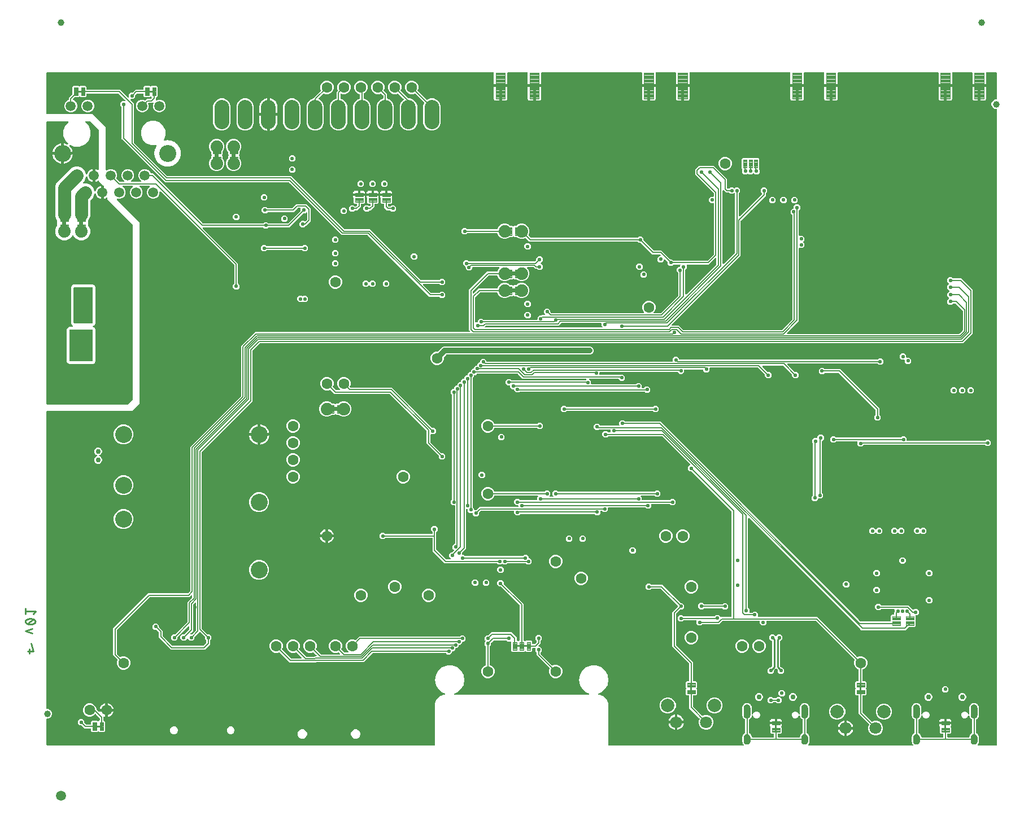
<source format=gbl>
G04 EAGLE Gerber RS-274X export*
G75*
%MOMM*%
%FSLAX34Y34*%
%LPD*%
%INBottom Copper*%
%IPPOS*%
%AMOC8*
5,1,8,0,0,1.08239X$1,22.5*%
G01*
%ADD10C,0.279400*%
%ADD11C,1.000000*%
%ADD12C,0.654000*%
%ADD13C,0.099059*%
%ADD14C,1.600000*%
%ADD15C,0.105000*%
%ADD16C,2.550000*%
%ADD17C,1.500000*%
%ADD18C,0.101600*%
%ADD19C,1.879600*%
%ADD20C,1.800000*%
%ADD21C,2.000000*%
%ADD22C,2.200000*%
%ADD23C,2.540000*%
%ADD24C,0.554000*%
%ADD25C,0.152400*%
%ADD26C,0.754000*%
%ADD27C,0.266700*%
%ADD28C,1.905000*%
%ADD29C,0.812800*%

G36*
X627819Y3057D02*
X627819Y3057D01*
X627877Y3055D01*
X627959Y3077D01*
X628043Y3089D01*
X628096Y3112D01*
X628152Y3127D01*
X628225Y3170D01*
X628302Y3205D01*
X628347Y3243D01*
X628397Y3272D01*
X628455Y3334D01*
X628519Y3388D01*
X628551Y3437D01*
X628591Y3480D01*
X628630Y3555D01*
X628677Y3625D01*
X628694Y3681D01*
X628721Y3733D01*
X628732Y3801D01*
X628762Y3896D01*
X628765Y3996D01*
X628776Y4064D01*
X628776Y66633D01*
X631174Y72421D01*
X635604Y76851D01*
X641392Y79249D01*
X643400Y79249D01*
X643507Y79264D01*
X643614Y79272D01*
X643647Y79284D01*
X643681Y79289D01*
X643780Y79333D01*
X643881Y79370D01*
X643909Y79391D01*
X643941Y79405D01*
X644023Y79475D01*
X644110Y79538D01*
X644131Y79566D01*
X644158Y79588D01*
X644217Y79678D01*
X644283Y79764D01*
X644296Y79796D01*
X644315Y79825D01*
X644348Y79928D01*
X644387Y80028D01*
X644391Y80063D01*
X644401Y80096D01*
X644404Y80204D01*
X644414Y80311D01*
X644408Y80346D01*
X644408Y80380D01*
X644381Y80485D01*
X644361Y80591D01*
X644345Y80622D01*
X644337Y80655D01*
X644282Y80748D01*
X644233Y80844D01*
X644209Y80870D01*
X644191Y80900D01*
X644113Y80974D01*
X644039Y81053D01*
X644012Y81068D01*
X643984Y81094D01*
X643793Y81192D01*
X643747Y81218D01*
X639913Y82613D01*
X634080Y87508D01*
X630273Y94102D01*
X628951Y101600D01*
X630273Y109098D01*
X634080Y115692D01*
X639913Y120587D01*
X647068Y123191D01*
X654682Y123191D01*
X661837Y120587D01*
X667670Y115692D01*
X671477Y109098D01*
X672799Y101600D01*
X671477Y94102D01*
X667670Y87508D01*
X661837Y82613D01*
X658003Y81218D01*
X657908Y81167D01*
X657809Y81123D01*
X657783Y81101D01*
X657752Y81084D01*
X657675Y81009D01*
X657592Y80939D01*
X657573Y80911D01*
X657548Y80886D01*
X657494Y80793D01*
X657435Y80703D01*
X657424Y80670D01*
X657407Y80640D01*
X657381Y80535D01*
X657349Y80432D01*
X657348Y80397D01*
X657340Y80363D01*
X657344Y80256D01*
X657342Y80148D01*
X657350Y80114D01*
X657352Y80079D01*
X657386Y79977D01*
X657413Y79873D01*
X657431Y79843D01*
X657442Y79810D01*
X657504Y79721D01*
X657559Y79628D01*
X657584Y79604D01*
X657604Y79576D01*
X657687Y79508D01*
X657766Y79434D01*
X657797Y79418D01*
X657824Y79396D01*
X657923Y79353D01*
X658019Y79304D01*
X658050Y79299D01*
X658085Y79284D01*
X658298Y79258D01*
X658350Y79249D01*
X859300Y79249D01*
X859407Y79264D01*
X859514Y79272D01*
X859547Y79284D01*
X859581Y79289D01*
X859680Y79333D01*
X859781Y79370D01*
X859809Y79391D01*
X859841Y79405D01*
X859923Y79475D01*
X860010Y79538D01*
X860031Y79566D01*
X860058Y79588D01*
X860117Y79678D01*
X860183Y79764D01*
X860196Y79796D01*
X860215Y79825D01*
X860248Y79928D01*
X860287Y80028D01*
X860291Y80063D01*
X860301Y80096D01*
X860304Y80204D01*
X860314Y80311D01*
X860308Y80346D01*
X860308Y80380D01*
X860281Y80485D01*
X860261Y80591D01*
X860245Y80622D01*
X860237Y80655D01*
X860182Y80748D01*
X860133Y80844D01*
X860109Y80870D01*
X860091Y80900D01*
X860013Y80974D01*
X859939Y81053D01*
X859912Y81068D01*
X859884Y81094D01*
X859693Y81192D01*
X859647Y81218D01*
X855813Y82613D01*
X849980Y87508D01*
X846173Y94102D01*
X844851Y101600D01*
X846173Y109098D01*
X849980Y115692D01*
X855813Y120587D01*
X862968Y123191D01*
X870582Y123191D01*
X877737Y120587D01*
X883570Y115692D01*
X887377Y109098D01*
X888699Y101600D01*
X887377Y94102D01*
X883570Y87508D01*
X877737Y82613D01*
X873903Y81218D01*
X873808Y81167D01*
X873709Y81123D01*
X873683Y81101D01*
X873652Y81084D01*
X873575Y81009D01*
X873492Y80939D01*
X873473Y80911D01*
X873448Y80886D01*
X873394Y80793D01*
X873335Y80703D01*
X873324Y80670D01*
X873307Y80640D01*
X873281Y80535D01*
X873249Y80432D01*
X873248Y80397D01*
X873240Y80363D01*
X873244Y80256D01*
X873242Y80148D01*
X873250Y80114D01*
X873252Y80079D01*
X873286Y79977D01*
X873313Y79873D01*
X873331Y79843D01*
X873342Y79810D01*
X873404Y79721D01*
X873459Y79628D01*
X873484Y79604D01*
X873504Y79576D01*
X873587Y79507D01*
X873666Y79434D01*
X873697Y79418D01*
X873724Y79396D01*
X873823Y79353D01*
X873919Y79304D01*
X873950Y79299D01*
X873985Y79284D01*
X874198Y79258D01*
X874250Y79249D01*
X876258Y79249D01*
X882046Y76851D01*
X886476Y72421D01*
X888874Y66633D01*
X888874Y4064D01*
X888882Y4006D01*
X888880Y3948D01*
X888902Y3866D01*
X888914Y3782D01*
X888937Y3729D01*
X888952Y3673D01*
X888995Y3600D01*
X889030Y3523D01*
X889068Y3478D01*
X889097Y3428D01*
X889159Y3370D01*
X889213Y3306D01*
X889262Y3274D01*
X889305Y3234D01*
X889380Y3195D01*
X889450Y3148D01*
X889506Y3131D01*
X889558Y3104D01*
X889626Y3093D01*
X889721Y3063D01*
X889821Y3060D01*
X889889Y3049D01*
X1090565Y3049D01*
X1090623Y3057D01*
X1090681Y3055D01*
X1090763Y3077D01*
X1090847Y3089D01*
X1090900Y3112D01*
X1090956Y3127D01*
X1091029Y3170D01*
X1091106Y3205D01*
X1091151Y3242D01*
X1091200Y3272D01*
X1091259Y3334D01*
X1091323Y3388D01*
X1091355Y3437D01*
X1091395Y3479D01*
X1091434Y3554D01*
X1091481Y3625D01*
X1091498Y3680D01*
X1091525Y3732D01*
X1091541Y3815D01*
X1091567Y3896D01*
X1091568Y3954D01*
X1091579Y4011D01*
X1091572Y4096D01*
X1091574Y4180D01*
X1091559Y4236D01*
X1091554Y4294D01*
X1091527Y4358D01*
X1091502Y4455D01*
X1091451Y4541D01*
X1091425Y4604D01*
X1091158Y5029D01*
X1091062Y5143D01*
X1091016Y5207D01*
X1090521Y5702D01*
X1090290Y6363D01*
X1090226Y6486D01*
X1090221Y6496D01*
X1090191Y6568D01*
X1089818Y7161D01*
X1089740Y7857D01*
X1089703Y8002D01*
X1089689Y8079D01*
X1089512Y8585D01*
X1089518Y8621D01*
X1089548Y8715D01*
X1089551Y8816D01*
X1089562Y8884D01*
X1089562Y9376D01*
X1089553Y9440D01*
X1089556Y9490D01*
X1089473Y10225D01*
X1089485Y10246D01*
X1089493Y10276D01*
X1089507Y10303D01*
X1089520Y10380D01*
X1089556Y10521D01*
X1089554Y10585D01*
X1089562Y10634D01*
X1089562Y14466D01*
X1089558Y14496D01*
X1089560Y14527D01*
X1089538Y14637D01*
X1089522Y14747D01*
X1089510Y14775D01*
X1089504Y14806D01*
X1089472Y14863D01*
X1089556Y15610D01*
X1089554Y15675D01*
X1089562Y15724D01*
X1089562Y16216D01*
X1089554Y16275D01*
X1089555Y16334D01*
X1089536Y16400D01*
X1089522Y16497D01*
X1089513Y16518D01*
X1089689Y17021D01*
X1089718Y17167D01*
X1089740Y17243D01*
X1089818Y17939D01*
X1090191Y18532D01*
X1090252Y18668D01*
X1090290Y18737D01*
X1090521Y19398D01*
X1091016Y19893D01*
X1091106Y20013D01*
X1091158Y20071D01*
X1091531Y20664D01*
X1092124Y21037D01*
X1092238Y21133D01*
X1092302Y21179D01*
X1092797Y21674D01*
X1093170Y21805D01*
X1093197Y21819D01*
X1093226Y21826D01*
X1093323Y21884D01*
X1093423Y21935D01*
X1093445Y21956D01*
X1093471Y21971D01*
X1093548Y22054D01*
X1093629Y22131D01*
X1093645Y22157D01*
X1093665Y22179D01*
X1093717Y22279D01*
X1093774Y22376D01*
X1093781Y22405D01*
X1093795Y22432D01*
X1093808Y22509D01*
X1093844Y22651D01*
X1093842Y22715D01*
X1093850Y22763D01*
X1093850Y41637D01*
X1093846Y41667D01*
X1093848Y41697D01*
X1093843Y41724D01*
X1093844Y41745D01*
X1093825Y41816D01*
X1093810Y41919D01*
X1093798Y41946D01*
X1093792Y41976D01*
X1093774Y42010D01*
X1093772Y42020D01*
X1093751Y42054D01*
X1093740Y42076D01*
X1093694Y42178D01*
X1093675Y42201D01*
X1093661Y42228D01*
X1093627Y42263D01*
X1093627Y42264D01*
X1093623Y42267D01*
X1093583Y42309D01*
X1093511Y42395D01*
X1093485Y42412D01*
X1093464Y42434D01*
X1093419Y42458D01*
X1093419Y42459D01*
X1093417Y42460D01*
X1093396Y42471D01*
X1093274Y42553D01*
X1093213Y42572D01*
X1093170Y42595D01*
X1092797Y42726D01*
X1092302Y43221D01*
X1092182Y43311D01*
X1092124Y43363D01*
X1091531Y43736D01*
X1091158Y44329D01*
X1091062Y44443D01*
X1091016Y44507D01*
X1090521Y45002D01*
X1090290Y45663D01*
X1090221Y45796D01*
X1090191Y45868D01*
X1089818Y46461D01*
X1089740Y47157D01*
X1089703Y47302D01*
X1089689Y47379D01*
X1089512Y47885D01*
X1089518Y47921D01*
X1089548Y48015D01*
X1089551Y48116D01*
X1089562Y48184D01*
X1089562Y48676D01*
X1089553Y48740D01*
X1089556Y48790D01*
X1089473Y49525D01*
X1089485Y49546D01*
X1089493Y49576D01*
X1089507Y49603D01*
X1089520Y49680D01*
X1089556Y49821D01*
X1089554Y49885D01*
X1089562Y49934D01*
X1089562Y58766D01*
X1089558Y58796D01*
X1089560Y58827D01*
X1089538Y58937D01*
X1089522Y59047D01*
X1089510Y59075D01*
X1089504Y59106D01*
X1089472Y59163D01*
X1089556Y59910D01*
X1089554Y59975D01*
X1089562Y60024D01*
X1089562Y60516D01*
X1089554Y60575D01*
X1089555Y60634D01*
X1089536Y60700D01*
X1089522Y60797D01*
X1089513Y60818D01*
X1089689Y61321D01*
X1089718Y61467D01*
X1089740Y61543D01*
X1089818Y62239D01*
X1090191Y62832D01*
X1090252Y62968D01*
X1090290Y63037D01*
X1090521Y63698D01*
X1091016Y64193D01*
X1091106Y64312D01*
X1091158Y64371D01*
X1091531Y64964D01*
X1091803Y65135D01*
X1092124Y65337D01*
X1092238Y65433D01*
X1092302Y65479D01*
X1092797Y65974D01*
X1093458Y66205D01*
X1093591Y66274D01*
X1093663Y66304D01*
X1094256Y66677D01*
X1094952Y66755D01*
X1095097Y66792D01*
X1095174Y66806D01*
X1095835Y67037D01*
X1096531Y66959D01*
X1096681Y66963D01*
X1096759Y66959D01*
X1097455Y67037D01*
X1098116Y66806D01*
X1098262Y66777D01*
X1098338Y66755D01*
X1099034Y66677D01*
X1099627Y66304D01*
X1099763Y66243D01*
X1099832Y66205D01*
X1100493Y65974D01*
X1100988Y65479D01*
X1101107Y65389D01*
X1101166Y65337D01*
X1101759Y64964D01*
X1102132Y64371D01*
X1102228Y64257D01*
X1102274Y64193D01*
X1102769Y63698D01*
X1103000Y63037D01*
X1103069Y62904D01*
X1103099Y62832D01*
X1103472Y62239D01*
X1103550Y61543D01*
X1103587Y61398D01*
X1103601Y61321D01*
X1103778Y60815D01*
X1103772Y60779D01*
X1103742Y60685D01*
X1103739Y60584D01*
X1103728Y60516D01*
X1103728Y60024D01*
X1103737Y59960D01*
X1103734Y59910D01*
X1103817Y59175D01*
X1103805Y59154D01*
X1103797Y59124D01*
X1103783Y59097D01*
X1103770Y59020D01*
X1103734Y58879D01*
X1103736Y58815D01*
X1103728Y58766D01*
X1103728Y50583D01*
X1103740Y50498D01*
X1103742Y50412D01*
X1103760Y50357D01*
X1103768Y50301D01*
X1103803Y50223D01*
X1103829Y50141D01*
X1103861Y50094D01*
X1103884Y50042D01*
X1103939Y49976D01*
X1103987Y49905D01*
X1104031Y49868D01*
X1104067Y49825D01*
X1104139Y49777D01*
X1104205Y49722D01*
X1104257Y49699D01*
X1104304Y49667D01*
X1104386Y49641D01*
X1104465Y49606D01*
X1104521Y49599D01*
X1104575Y49581D01*
X1104661Y49579D01*
X1104746Y49567D01*
X1104802Y49576D01*
X1104859Y49574D01*
X1104942Y49596D01*
X1105028Y49608D01*
X1105079Y49632D01*
X1105134Y49646D01*
X1105208Y49690D01*
X1105287Y49725D01*
X1105330Y49762D01*
X1105379Y49791D01*
X1105438Y49854D01*
X1105503Y49909D01*
X1105529Y49951D01*
X1105573Y49998D01*
X1105639Y50128D01*
X1105681Y50194D01*
X1106447Y52042D01*
X1107933Y53528D01*
X1109874Y54333D01*
X1111976Y54333D01*
X1113917Y53528D01*
X1115403Y52042D01*
X1116208Y50101D01*
X1116208Y47999D01*
X1115403Y46058D01*
X1113917Y44572D01*
X1111976Y43767D01*
X1109874Y43767D01*
X1107933Y44572D01*
X1106447Y46058D01*
X1105671Y47930D01*
X1105642Y47979D01*
X1105621Y48033D01*
X1105570Y48101D01*
X1105527Y48175D01*
X1105485Y48214D01*
X1105450Y48260D01*
X1105382Y48311D01*
X1105320Y48370D01*
X1105268Y48396D01*
X1105222Y48431D01*
X1105143Y48461D01*
X1105067Y48500D01*
X1105010Y48511D01*
X1104956Y48532D01*
X1104872Y48538D01*
X1104788Y48555D01*
X1104731Y48550D01*
X1104673Y48555D01*
X1104590Y48538D01*
X1104505Y48530D01*
X1104451Y48510D01*
X1104394Y48498D01*
X1104319Y48459D01*
X1104240Y48428D01*
X1104194Y48394D01*
X1104142Y48367D01*
X1104081Y48308D01*
X1104013Y48257D01*
X1103978Y48211D01*
X1103937Y48171D01*
X1103903Y48110D01*
X1103843Y48029D01*
X1103808Y47937D01*
X1103775Y47877D01*
X1103601Y47379D01*
X1103572Y47233D01*
X1103550Y47157D01*
X1103472Y46461D01*
X1103099Y45868D01*
X1103038Y45732D01*
X1103000Y45663D01*
X1102769Y45002D01*
X1102274Y44507D01*
X1102184Y44388D01*
X1102132Y44329D01*
X1101759Y43736D01*
X1101388Y43503D01*
X1101166Y43363D01*
X1101052Y43267D01*
X1100988Y43221D01*
X1100493Y42726D01*
X1100120Y42595D01*
X1100093Y42581D01*
X1100064Y42574D01*
X1099967Y42516D01*
X1099867Y42465D01*
X1099845Y42444D01*
X1099819Y42429D01*
X1099742Y42347D01*
X1099661Y42269D01*
X1099645Y42243D01*
X1099625Y42221D01*
X1099573Y42121D01*
X1099558Y42095D01*
X1099539Y42067D01*
X1099537Y42059D01*
X1099517Y42024D01*
X1099509Y41995D01*
X1099495Y41968D01*
X1099482Y41891D01*
X1099476Y41867D01*
X1099454Y41796D01*
X1099453Y41778D01*
X1099446Y41749D01*
X1099448Y41685D01*
X1099440Y41637D01*
X1099440Y22763D01*
X1099444Y22733D01*
X1099442Y22703D01*
X1099464Y22593D01*
X1099480Y22481D01*
X1099492Y22454D01*
X1099498Y22424D01*
X1099550Y22324D01*
X1099596Y22222D01*
X1099615Y22199D01*
X1099629Y22172D01*
X1099707Y22091D01*
X1099779Y22005D01*
X1099805Y21988D01*
X1099826Y21966D01*
X1099894Y21929D01*
X1100016Y21847D01*
X1100077Y21828D01*
X1100120Y21805D01*
X1100493Y21674D01*
X1100988Y21179D01*
X1101108Y21089D01*
X1101166Y21037D01*
X1101759Y20664D01*
X1102132Y20071D01*
X1102228Y19957D01*
X1102274Y19893D01*
X1102769Y19398D01*
X1103000Y18737D01*
X1103069Y18604D01*
X1103099Y18532D01*
X1103472Y17939D01*
X1103550Y17243D01*
X1103587Y17098D01*
X1103601Y17021D01*
X1103783Y16499D01*
X1103784Y16497D01*
X1103785Y16495D01*
X1103809Y16427D01*
X1103807Y16377D01*
X1103804Y16246D01*
X1103804Y16245D01*
X1103804Y16244D01*
X1103842Y16098D01*
X1103875Y15970D01*
X1103876Y15969D01*
X1103945Y15852D01*
X1104020Y15726D01*
X1104020Y15725D01*
X1104021Y15724D01*
X1104129Y15623D01*
X1104227Y15531D01*
X1104227Y15530D01*
X1104228Y15530D01*
X1104354Y15465D01*
X1104479Y15401D01*
X1104480Y15401D01*
X1104481Y15400D01*
X1104491Y15399D01*
X1104758Y15346D01*
X1104788Y15349D01*
X1104812Y15345D01*
X1136015Y15345D01*
X1136073Y15353D01*
X1136131Y15351D01*
X1136213Y15373D01*
X1136297Y15385D01*
X1136350Y15408D01*
X1136406Y15423D01*
X1136479Y15466D01*
X1136556Y15501D01*
X1136601Y15539D01*
X1136651Y15568D01*
X1136709Y15630D01*
X1136773Y15684D01*
X1136805Y15733D01*
X1136845Y15776D01*
X1136884Y15851D01*
X1136931Y15921D01*
X1136948Y15977D01*
X1136975Y16029D01*
X1136986Y16097D01*
X1137016Y16192D01*
X1137019Y16292D01*
X1137030Y16360D01*
X1137030Y20193D01*
X1137022Y20251D01*
X1137024Y20309D01*
X1137002Y20391D01*
X1136990Y20475D01*
X1136967Y20528D01*
X1136952Y20584D01*
X1136909Y20657D01*
X1136874Y20734D01*
X1136836Y20779D01*
X1136807Y20829D01*
X1136745Y20887D01*
X1136691Y20951D01*
X1136642Y20983D01*
X1136599Y21023D01*
X1136524Y21062D01*
X1136454Y21109D01*
X1136398Y21126D01*
X1136346Y21153D01*
X1136278Y21164D01*
X1136183Y21194D01*
X1136083Y21197D01*
X1136015Y21208D01*
X1132923Y21208D01*
X1131442Y22689D01*
X1131442Y30397D01*
X1131718Y30673D01*
X1131753Y30720D01*
X1131796Y30760D01*
X1131839Y30833D01*
X1131889Y30900D01*
X1131910Y30955D01*
X1131940Y31005D01*
X1131960Y31087D01*
X1131990Y31166D01*
X1131995Y31224D01*
X1132010Y31281D01*
X1132007Y31365D01*
X1132014Y31449D01*
X1132002Y31506D01*
X1132001Y31565D01*
X1131975Y31645D01*
X1131958Y31728D01*
X1131931Y31780D01*
X1131913Y31835D01*
X1131873Y31891D01*
X1131827Y31980D01*
X1131758Y32053D01*
X1131718Y32109D01*
X1131541Y32286D01*
X1131141Y32978D01*
X1130934Y33751D01*
X1130934Y35307D01*
X1138492Y35307D01*
X1138492Y24765D01*
X1138504Y24746D01*
X1138508Y24724D01*
X1138523Y24717D01*
X1138529Y24708D01*
X1138539Y24709D01*
X1138555Y24702D01*
X1141095Y24702D01*
X1141114Y24714D01*
X1141136Y24718D01*
X1141143Y24733D01*
X1141152Y24739D01*
X1141151Y24749D01*
X1141158Y24765D01*
X1141158Y35307D01*
X1148716Y35307D01*
X1148716Y33751D01*
X1148509Y32978D01*
X1148109Y32286D01*
X1147932Y32109D01*
X1147897Y32062D01*
X1147854Y32022D01*
X1147811Y31949D01*
X1147761Y31882D01*
X1147740Y31827D01*
X1147710Y31776D01*
X1147690Y31695D01*
X1147660Y31616D01*
X1147655Y31558D01*
X1147640Y31501D01*
X1147643Y31417D01*
X1147636Y31333D01*
X1147648Y31275D01*
X1147649Y31217D01*
X1147675Y31136D01*
X1147692Y31054D01*
X1147719Y31002D01*
X1147737Y30946D01*
X1147777Y30890D01*
X1147823Y30801D01*
X1147892Y30729D01*
X1147932Y30673D01*
X1148208Y30397D01*
X1148208Y22689D01*
X1146727Y21208D01*
X1143635Y21208D01*
X1143577Y21200D01*
X1143519Y21202D01*
X1143437Y21180D01*
X1143353Y21168D01*
X1143300Y21145D01*
X1143244Y21130D01*
X1143171Y21087D01*
X1143094Y21052D01*
X1143049Y21014D01*
X1142999Y20985D01*
X1142941Y20923D01*
X1142877Y20869D01*
X1142845Y20820D01*
X1142805Y20777D01*
X1142766Y20702D01*
X1142719Y20632D01*
X1142702Y20576D01*
X1142675Y20524D01*
X1142664Y20456D01*
X1142634Y20361D01*
X1142631Y20261D01*
X1142620Y20193D01*
X1142620Y16360D01*
X1142628Y16302D01*
X1142626Y16244D01*
X1142648Y16162D01*
X1142660Y16078D01*
X1142683Y16025D01*
X1142698Y15969D01*
X1142741Y15896D01*
X1142776Y15819D01*
X1142814Y15774D01*
X1142843Y15724D01*
X1142905Y15666D01*
X1142959Y15602D01*
X1143008Y15570D01*
X1143051Y15530D01*
X1143126Y15491D01*
X1143196Y15444D01*
X1143252Y15427D01*
X1143304Y15400D01*
X1143372Y15389D01*
X1143467Y15359D01*
X1143567Y15356D01*
X1143635Y15345D01*
X1174838Y15345D01*
X1174839Y15345D01*
X1174840Y15345D01*
X1174980Y15365D01*
X1175119Y15385D01*
X1175120Y15385D01*
X1175121Y15385D01*
X1175247Y15442D01*
X1175379Y15501D01*
X1175379Y15502D01*
X1175380Y15502D01*
X1175488Y15594D01*
X1175596Y15684D01*
X1175596Y15685D01*
X1175597Y15686D01*
X1175677Y15807D01*
X1175753Y15921D01*
X1175753Y15922D01*
X1175754Y15923D01*
X1175797Y16061D01*
X1175839Y16192D01*
X1175839Y16193D01*
X1175839Y16194D01*
X1175843Y16334D01*
X1175845Y16438D01*
X1175865Y16495D01*
X1175866Y16498D01*
X1175867Y16499D01*
X1176049Y17021D01*
X1176078Y17167D01*
X1176100Y17243D01*
X1176178Y17939D01*
X1176551Y18532D01*
X1176612Y18668D01*
X1176650Y18737D01*
X1176881Y19398D01*
X1177376Y19893D01*
X1177466Y20012D01*
X1177518Y20071D01*
X1177891Y20664D01*
X1178484Y21037D01*
X1178598Y21133D01*
X1178662Y21179D01*
X1179157Y21674D01*
X1179530Y21805D01*
X1179557Y21819D01*
X1179586Y21826D01*
X1179683Y21884D01*
X1179783Y21935D01*
X1179805Y21956D01*
X1179831Y21971D01*
X1179908Y22054D01*
X1179989Y22131D01*
X1180005Y22157D01*
X1180025Y22179D01*
X1180077Y22279D01*
X1180134Y22376D01*
X1180141Y22405D01*
X1180155Y22432D01*
X1180168Y22509D01*
X1180204Y22651D01*
X1180202Y22715D01*
X1180210Y22763D01*
X1180210Y41637D01*
X1180206Y41667D01*
X1180208Y41697D01*
X1180203Y41724D01*
X1180204Y41745D01*
X1180185Y41816D01*
X1180170Y41919D01*
X1180158Y41946D01*
X1180152Y41976D01*
X1180134Y42010D01*
X1180132Y42020D01*
X1180111Y42054D01*
X1180100Y42075D01*
X1180054Y42178D01*
X1180035Y42201D01*
X1180021Y42228D01*
X1179987Y42263D01*
X1179987Y42264D01*
X1179983Y42267D01*
X1179943Y42309D01*
X1179871Y42395D01*
X1179845Y42412D01*
X1179824Y42434D01*
X1179779Y42458D01*
X1179779Y42459D01*
X1179778Y42459D01*
X1179756Y42471D01*
X1179634Y42553D01*
X1179573Y42572D01*
X1179530Y42595D01*
X1179157Y42726D01*
X1178662Y43221D01*
X1178543Y43311D01*
X1178484Y43363D01*
X1177891Y43736D01*
X1177518Y44329D01*
X1177422Y44443D01*
X1177376Y44507D01*
X1176881Y45002D01*
X1176650Y45663D01*
X1176581Y45796D01*
X1176551Y45868D01*
X1176178Y46461D01*
X1176100Y47157D01*
X1176063Y47302D01*
X1176049Y47379D01*
X1175875Y47876D01*
X1175849Y47928D01*
X1175831Y47983D01*
X1175784Y48054D01*
X1175745Y48129D01*
X1175705Y48171D01*
X1175673Y48219D01*
X1175608Y48274D01*
X1175549Y48335D01*
X1175499Y48365D01*
X1175455Y48402D01*
X1175377Y48437D01*
X1175304Y48480D01*
X1175248Y48494D01*
X1175195Y48517D01*
X1175111Y48529D01*
X1175029Y48550D01*
X1174971Y48548D01*
X1174914Y48556D01*
X1174830Y48544D01*
X1174745Y48542D01*
X1174690Y48524D01*
X1174632Y48516D01*
X1174555Y48481D01*
X1174474Y48455D01*
X1174426Y48422D01*
X1174373Y48399D01*
X1174309Y48344D01*
X1174238Y48296D01*
X1174201Y48252D01*
X1174157Y48214D01*
X1174120Y48155D01*
X1174055Y48078D01*
X1174015Y47988D01*
X1173979Y47930D01*
X1173203Y46058D01*
X1171717Y44572D01*
X1169776Y43767D01*
X1167674Y43767D01*
X1165733Y44572D01*
X1164247Y46058D01*
X1163442Y47999D01*
X1163442Y50101D01*
X1164247Y52042D01*
X1165733Y53528D01*
X1167674Y54333D01*
X1169776Y54333D01*
X1171717Y53528D01*
X1173203Y52042D01*
X1173969Y50194D01*
X1174013Y50120D01*
X1174048Y50042D01*
X1174085Y49998D01*
X1174114Y49949D01*
X1174176Y49890D01*
X1174232Y49825D01*
X1174279Y49793D01*
X1174320Y49754D01*
X1174397Y49715D01*
X1174468Y49667D01*
X1174522Y49650D01*
X1174573Y49624D01*
X1174657Y49607D01*
X1174739Y49581D01*
X1174796Y49580D01*
X1174852Y49569D01*
X1174937Y49576D01*
X1175023Y49574D01*
X1175078Y49588D01*
X1175135Y49593D01*
X1175215Y49624D01*
X1175298Y49646D01*
X1175347Y49675D01*
X1175400Y49695D01*
X1175469Y49747D01*
X1175543Y49791D01*
X1175582Y49833D01*
X1175627Y49867D01*
X1175678Y49936D01*
X1175737Y49998D01*
X1175763Y50049D01*
X1175797Y50095D01*
X1175828Y50175D01*
X1175867Y50252D01*
X1175875Y50300D01*
X1175898Y50361D01*
X1175909Y50505D01*
X1175922Y50583D01*
X1175922Y58766D01*
X1175918Y58796D01*
X1175920Y58827D01*
X1175898Y58937D01*
X1175882Y59047D01*
X1175870Y59075D01*
X1175864Y59106D01*
X1175832Y59163D01*
X1175916Y59910D01*
X1175914Y59975D01*
X1175922Y60024D01*
X1175922Y60516D01*
X1175914Y60575D01*
X1175915Y60634D01*
X1175896Y60700D01*
X1175882Y60797D01*
X1175873Y60818D01*
X1176049Y61321D01*
X1176078Y61467D01*
X1176100Y61543D01*
X1176178Y62239D01*
X1176551Y62832D01*
X1176612Y62968D01*
X1176650Y63037D01*
X1176881Y63698D01*
X1177376Y64193D01*
X1177466Y64312D01*
X1177518Y64371D01*
X1177891Y64964D01*
X1178484Y65337D01*
X1178598Y65433D01*
X1178662Y65479D01*
X1179157Y65974D01*
X1179818Y66205D01*
X1179951Y66274D01*
X1180023Y66304D01*
X1180616Y66677D01*
X1181312Y66755D01*
X1181457Y66792D01*
X1181534Y66806D01*
X1182195Y67037D01*
X1182891Y66959D01*
X1183041Y66963D01*
X1183119Y66959D01*
X1183815Y67037D01*
X1184476Y66806D01*
X1184622Y66777D01*
X1184698Y66755D01*
X1185394Y66677D01*
X1185987Y66304D01*
X1186123Y66243D01*
X1186192Y66205D01*
X1186853Y65974D01*
X1187348Y65479D01*
X1187467Y65389D01*
X1187526Y65337D01*
X1188119Y64964D01*
X1188492Y64371D01*
X1188588Y64257D01*
X1188634Y64193D01*
X1189129Y63698D01*
X1189360Y63037D01*
X1189429Y62904D01*
X1189459Y62832D01*
X1189832Y62239D01*
X1189910Y61543D01*
X1189947Y61398D01*
X1189961Y61321D01*
X1190138Y60815D01*
X1190132Y60779D01*
X1190102Y60685D01*
X1190099Y60584D01*
X1190088Y60516D01*
X1190088Y60024D01*
X1190097Y59960D01*
X1190094Y59910D01*
X1190177Y59175D01*
X1190165Y59154D01*
X1190157Y59124D01*
X1190143Y59097D01*
X1190130Y59020D01*
X1190094Y58879D01*
X1190096Y58815D01*
X1190088Y58766D01*
X1190088Y49934D01*
X1190092Y49904D01*
X1190090Y49873D01*
X1190112Y49763D01*
X1190128Y49653D01*
X1190140Y49625D01*
X1190146Y49594D01*
X1190178Y49537D01*
X1190094Y48790D01*
X1190096Y48725D01*
X1190088Y48676D01*
X1190088Y48184D01*
X1190096Y48125D01*
X1190095Y48066D01*
X1190114Y48000D01*
X1190128Y47903D01*
X1190137Y47882D01*
X1189961Y47379D01*
X1189932Y47233D01*
X1189910Y47157D01*
X1189832Y46461D01*
X1189459Y45868D01*
X1189398Y45732D01*
X1189360Y45663D01*
X1189129Y45002D01*
X1188634Y44507D01*
X1188544Y44388D01*
X1188492Y44329D01*
X1188119Y43736D01*
X1187748Y43503D01*
X1187526Y43363D01*
X1187412Y43267D01*
X1187348Y43221D01*
X1186853Y42726D01*
X1186480Y42595D01*
X1186453Y42581D01*
X1186424Y42574D01*
X1186327Y42516D01*
X1186227Y42465D01*
X1186205Y42444D01*
X1186179Y42429D01*
X1186102Y42347D01*
X1186021Y42269D01*
X1186005Y42243D01*
X1185985Y42221D01*
X1185933Y42121D01*
X1185918Y42095D01*
X1185899Y42067D01*
X1185897Y42059D01*
X1185877Y42024D01*
X1185869Y41995D01*
X1185855Y41968D01*
X1185842Y41891D01*
X1185836Y41867D01*
X1185814Y41796D01*
X1185813Y41778D01*
X1185806Y41749D01*
X1185808Y41685D01*
X1185800Y41637D01*
X1185800Y22763D01*
X1185804Y22733D01*
X1185802Y22703D01*
X1185824Y22593D01*
X1185840Y22481D01*
X1185852Y22454D01*
X1185858Y22424D01*
X1185910Y22325D01*
X1185956Y22222D01*
X1185975Y22199D01*
X1185989Y22172D01*
X1186067Y22091D01*
X1186139Y22005D01*
X1186165Y21988D01*
X1186186Y21966D01*
X1186254Y21929D01*
X1186376Y21847D01*
X1186437Y21828D01*
X1186480Y21805D01*
X1186853Y21674D01*
X1187348Y21179D01*
X1187467Y21089D01*
X1187526Y21037D01*
X1188119Y20664D01*
X1188492Y20071D01*
X1188588Y19957D01*
X1188634Y19893D01*
X1189129Y19398D01*
X1189360Y18737D01*
X1189429Y18604D01*
X1189459Y18532D01*
X1189832Y17939D01*
X1189910Y17243D01*
X1189947Y17098D01*
X1189961Y17021D01*
X1190138Y16515D01*
X1190132Y16479D01*
X1190102Y16385D01*
X1190099Y16284D01*
X1190088Y16216D01*
X1190088Y15724D01*
X1190097Y15660D01*
X1190094Y15610D01*
X1190177Y14875D01*
X1190165Y14854D01*
X1190157Y14824D01*
X1190143Y14797D01*
X1190130Y14720D01*
X1190094Y14579D01*
X1190096Y14515D01*
X1190088Y14466D01*
X1190088Y10634D01*
X1190092Y10604D01*
X1190090Y10573D01*
X1190112Y10463D01*
X1190128Y10353D01*
X1190140Y10325D01*
X1190146Y10294D01*
X1190178Y10237D01*
X1190094Y9490D01*
X1190096Y9425D01*
X1190088Y9376D01*
X1190088Y8884D01*
X1190096Y8825D01*
X1190095Y8766D01*
X1190114Y8700D01*
X1190128Y8603D01*
X1190137Y8582D01*
X1189961Y8079D01*
X1189932Y7933D01*
X1189910Y7857D01*
X1189832Y7161D01*
X1189459Y6568D01*
X1189398Y6432D01*
X1189360Y6363D01*
X1189129Y5702D01*
X1188634Y5207D01*
X1188544Y5088D01*
X1188492Y5029D01*
X1188225Y4604D01*
X1188201Y4551D01*
X1188169Y4503D01*
X1188144Y4422D01*
X1188109Y4345D01*
X1188101Y4287D01*
X1188083Y4232D01*
X1188081Y4147D01*
X1188069Y4063D01*
X1188078Y4006D01*
X1188076Y3948D01*
X1188098Y3866D01*
X1188109Y3782D01*
X1188133Y3729D01*
X1188148Y3673D01*
X1188191Y3600D01*
X1188226Y3522D01*
X1188264Y3478D01*
X1188293Y3428D01*
X1188355Y3370D01*
X1188410Y3305D01*
X1188458Y3273D01*
X1188500Y3234D01*
X1188576Y3195D01*
X1188647Y3148D01*
X1188702Y3131D01*
X1188754Y3104D01*
X1188822Y3093D01*
X1188918Y3063D01*
X1189017Y3060D01*
X1189085Y3049D01*
X1344565Y3049D01*
X1344623Y3057D01*
X1344681Y3055D01*
X1344763Y3077D01*
X1344847Y3089D01*
X1344900Y3112D01*
X1344956Y3127D01*
X1345029Y3170D01*
X1345106Y3205D01*
X1345151Y3242D01*
X1345200Y3272D01*
X1345258Y3334D01*
X1345323Y3388D01*
X1345355Y3437D01*
X1345395Y3479D01*
X1345434Y3554D01*
X1345481Y3625D01*
X1345498Y3681D01*
X1345525Y3732D01*
X1345541Y3815D01*
X1345567Y3896D01*
X1345568Y3954D01*
X1345579Y4011D01*
X1345572Y4096D01*
X1345574Y4180D01*
X1345559Y4236D01*
X1345554Y4294D01*
X1345527Y4358D01*
X1345502Y4455D01*
X1345452Y4541D01*
X1345425Y4604D01*
X1345158Y5029D01*
X1345062Y5143D01*
X1345016Y5207D01*
X1344521Y5702D01*
X1344290Y6363D01*
X1344226Y6486D01*
X1344221Y6496D01*
X1344191Y6568D01*
X1343818Y7161D01*
X1343740Y7857D01*
X1343703Y8002D01*
X1343689Y8079D01*
X1343512Y8585D01*
X1343518Y8621D01*
X1343548Y8715D01*
X1343551Y8816D01*
X1343562Y8884D01*
X1343562Y9376D01*
X1343553Y9440D01*
X1343556Y9490D01*
X1343473Y10225D01*
X1343485Y10246D01*
X1343493Y10276D01*
X1343507Y10303D01*
X1343520Y10380D01*
X1343556Y10521D01*
X1343554Y10585D01*
X1343562Y10634D01*
X1343562Y14466D01*
X1343558Y14496D01*
X1343560Y14527D01*
X1343538Y14637D01*
X1343522Y14747D01*
X1343510Y14775D01*
X1343504Y14806D01*
X1343472Y14863D01*
X1343556Y15610D01*
X1343554Y15675D01*
X1343562Y15724D01*
X1343562Y16216D01*
X1343554Y16275D01*
X1343555Y16334D01*
X1343536Y16400D01*
X1343522Y16497D01*
X1343513Y16518D01*
X1343689Y17021D01*
X1343718Y17167D01*
X1343740Y17243D01*
X1343818Y17939D01*
X1344191Y18532D01*
X1344252Y18668D01*
X1344290Y18737D01*
X1344521Y19398D01*
X1345016Y19893D01*
X1345106Y20012D01*
X1345158Y20071D01*
X1345531Y20664D01*
X1346124Y21037D01*
X1346238Y21133D01*
X1346302Y21179D01*
X1346797Y21674D01*
X1347170Y21805D01*
X1347197Y21819D01*
X1347226Y21826D01*
X1347323Y21884D01*
X1347423Y21935D01*
X1347445Y21956D01*
X1347471Y21971D01*
X1347548Y22053D01*
X1347629Y22131D01*
X1347645Y22157D01*
X1347665Y22179D01*
X1347717Y22279D01*
X1347773Y22376D01*
X1347781Y22405D01*
X1347795Y22432D01*
X1347808Y22509D01*
X1347844Y22651D01*
X1347842Y22715D01*
X1347850Y22763D01*
X1347850Y41637D01*
X1347846Y41667D01*
X1347848Y41697D01*
X1347843Y41724D01*
X1347844Y41745D01*
X1347825Y41816D01*
X1347810Y41919D01*
X1347798Y41946D01*
X1347792Y41976D01*
X1347774Y42010D01*
X1347772Y42020D01*
X1347751Y42054D01*
X1347740Y42075D01*
X1347694Y42178D01*
X1347675Y42201D01*
X1347661Y42228D01*
X1347627Y42263D01*
X1347627Y42264D01*
X1347623Y42267D01*
X1347583Y42309D01*
X1347511Y42395D01*
X1347485Y42412D01*
X1347464Y42434D01*
X1347419Y42458D01*
X1347419Y42459D01*
X1347418Y42459D01*
X1347396Y42471D01*
X1347274Y42553D01*
X1347213Y42572D01*
X1347170Y42595D01*
X1346797Y42726D01*
X1346302Y43221D01*
X1346183Y43311D01*
X1346124Y43363D01*
X1345531Y43736D01*
X1345158Y44329D01*
X1345062Y44443D01*
X1345016Y44507D01*
X1344521Y45002D01*
X1344290Y45663D01*
X1344221Y45796D01*
X1344191Y45868D01*
X1343818Y46461D01*
X1343740Y47157D01*
X1343703Y47302D01*
X1343689Y47379D01*
X1343512Y47885D01*
X1343518Y47921D01*
X1343548Y48015D01*
X1343551Y48116D01*
X1343562Y48184D01*
X1343562Y48676D01*
X1343553Y48740D01*
X1343556Y48790D01*
X1343473Y49525D01*
X1343485Y49546D01*
X1343493Y49576D01*
X1343507Y49603D01*
X1343520Y49680D01*
X1343556Y49821D01*
X1343554Y49885D01*
X1343562Y49934D01*
X1343562Y58766D01*
X1343558Y58796D01*
X1343560Y58827D01*
X1343538Y58937D01*
X1343522Y59047D01*
X1343510Y59075D01*
X1343504Y59105D01*
X1343472Y59163D01*
X1343556Y59910D01*
X1343554Y59975D01*
X1343562Y60024D01*
X1343562Y60516D01*
X1343554Y60575D01*
X1343555Y60634D01*
X1343536Y60700D01*
X1343522Y60797D01*
X1343513Y60818D01*
X1343689Y61321D01*
X1343718Y61467D01*
X1343740Y61543D01*
X1343818Y62239D01*
X1344191Y62832D01*
X1344252Y62968D01*
X1344290Y63037D01*
X1344521Y63698D01*
X1345016Y64193D01*
X1345106Y64313D01*
X1345158Y64371D01*
X1345531Y64964D01*
X1346124Y65337D01*
X1346238Y65433D01*
X1346302Y65479D01*
X1346797Y65974D01*
X1347458Y66205D01*
X1347591Y66274D01*
X1347663Y66304D01*
X1348256Y66677D01*
X1348952Y66755D01*
X1349097Y66792D01*
X1349174Y66806D01*
X1349835Y67037D01*
X1350531Y66959D01*
X1350681Y66963D01*
X1350759Y66959D01*
X1351455Y67037D01*
X1352116Y66806D01*
X1352262Y66777D01*
X1352338Y66755D01*
X1353034Y66677D01*
X1353627Y66304D01*
X1353763Y66243D01*
X1353832Y66205D01*
X1354493Y65974D01*
X1354988Y65479D01*
X1355107Y65389D01*
X1355166Y65337D01*
X1355759Y64964D01*
X1356132Y64371D01*
X1356228Y64257D01*
X1356274Y64193D01*
X1356769Y63698D01*
X1357000Y63037D01*
X1357069Y62904D01*
X1357099Y62832D01*
X1357472Y62239D01*
X1357550Y61543D01*
X1357587Y61398D01*
X1357601Y61321D01*
X1357778Y60815D01*
X1357772Y60779D01*
X1357742Y60685D01*
X1357739Y60584D01*
X1357728Y60516D01*
X1357728Y60024D01*
X1357737Y59960D01*
X1357734Y59910D01*
X1357817Y59175D01*
X1357805Y59154D01*
X1357797Y59124D01*
X1357783Y59097D01*
X1357770Y59020D01*
X1357734Y58879D01*
X1357736Y58815D01*
X1357728Y58766D01*
X1357728Y50583D01*
X1357740Y50498D01*
X1357742Y50412D01*
X1357760Y50358D01*
X1357768Y50301D01*
X1357803Y50223D01*
X1357829Y50141D01*
X1357861Y50094D01*
X1357884Y50042D01*
X1357939Y49976D01*
X1357987Y49905D01*
X1358031Y49868D01*
X1358067Y49825D01*
X1358139Y49777D01*
X1358205Y49722D01*
X1358257Y49699D01*
X1358304Y49667D01*
X1358386Y49641D01*
X1358465Y49606D01*
X1358521Y49599D01*
X1358575Y49581D01*
X1358661Y49579D01*
X1358746Y49567D01*
X1358802Y49576D01*
X1358859Y49574D01*
X1358942Y49596D01*
X1359027Y49608D01*
X1359079Y49632D01*
X1359134Y49646D01*
X1359208Y49690D01*
X1359287Y49725D01*
X1359330Y49762D01*
X1359379Y49791D01*
X1359438Y49854D01*
X1359503Y49910D01*
X1359529Y49951D01*
X1359573Y49998D01*
X1359639Y50128D01*
X1359681Y50194D01*
X1360447Y52042D01*
X1361933Y53528D01*
X1363874Y54333D01*
X1365976Y54333D01*
X1367917Y53528D01*
X1369403Y52042D01*
X1370208Y50101D01*
X1370208Y47999D01*
X1369403Y46058D01*
X1367917Y44572D01*
X1365976Y43767D01*
X1363874Y43767D01*
X1361933Y44572D01*
X1360447Y46058D01*
X1359671Y47930D01*
X1359642Y47979D01*
X1359621Y48033D01*
X1359570Y48101D01*
X1359527Y48175D01*
X1359485Y48214D01*
X1359450Y48260D01*
X1359382Y48311D01*
X1359320Y48370D01*
X1359268Y48396D01*
X1359222Y48431D01*
X1359143Y48461D01*
X1359067Y48500D01*
X1359010Y48511D01*
X1358956Y48532D01*
X1358872Y48538D01*
X1358788Y48555D01*
X1358731Y48550D01*
X1358673Y48555D01*
X1358590Y48538D01*
X1358505Y48530D01*
X1358451Y48510D01*
X1358394Y48498D01*
X1358319Y48459D01*
X1358240Y48428D01*
X1358194Y48394D01*
X1358142Y48367D01*
X1358081Y48308D01*
X1358013Y48257D01*
X1357978Y48211D01*
X1357937Y48171D01*
X1357903Y48110D01*
X1357843Y48029D01*
X1357808Y47937D01*
X1357775Y47877D01*
X1357601Y47379D01*
X1357572Y47233D01*
X1357550Y47157D01*
X1357472Y46461D01*
X1357099Y45868D01*
X1357038Y45732D01*
X1357000Y45663D01*
X1356769Y45002D01*
X1356274Y44507D01*
X1356184Y44388D01*
X1356132Y44329D01*
X1355759Y43736D01*
X1355166Y43363D01*
X1355052Y43267D01*
X1354988Y43221D01*
X1354493Y42726D01*
X1354120Y42595D01*
X1354093Y42581D01*
X1354064Y42574D01*
X1353967Y42516D01*
X1353867Y42465D01*
X1353845Y42444D01*
X1353819Y42429D01*
X1353742Y42347D01*
X1353661Y42269D01*
X1353645Y42243D01*
X1353625Y42221D01*
X1353573Y42121D01*
X1353558Y42095D01*
X1353539Y42067D01*
X1353537Y42059D01*
X1353517Y42024D01*
X1353509Y41995D01*
X1353495Y41968D01*
X1353482Y41891D01*
X1353476Y41867D01*
X1353454Y41796D01*
X1353453Y41778D01*
X1353446Y41749D01*
X1353448Y41685D01*
X1353440Y41637D01*
X1353440Y22763D01*
X1353444Y22733D01*
X1353442Y22703D01*
X1353464Y22593D01*
X1353480Y22481D01*
X1353492Y22454D01*
X1353498Y22424D01*
X1353550Y22325D01*
X1353596Y22222D01*
X1353615Y22199D01*
X1353629Y22172D01*
X1353707Y22091D01*
X1353779Y22005D01*
X1353805Y21988D01*
X1353826Y21966D01*
X1353894Y21929D01*
X1354016Y21847D01*
X1354077Y21828D01*
X1354120Y21805D01*
X1354493Y21674D01*
X1354988Y21179D01*
X1355107Y21089D01*
X1355166Y21037D01*
X1355759Y20664D01*
X1356132Y20071D01*
X1356228Y19957D01*
X1356274Y19893D01*
X1356769Y19398D01*
X1357000Y18737D01*
X1357069Y18604D01*
X1357099Y18532D01*
X1357472Y17939D01*
X1357550Y17243D01*
X1357587Y17098D01*
X1357601Y17021D01*
X1357783Y16499D01*
X1357784Y16497D01*
X1357785Y16495D01*
X1357809Y16427D01*
X1357807Y16377D01*
X1357804Y16246D01*
X1357804Y16245D01*
X1357804Y16244D01*
X1357842Y16098D01*
X1357875Y15970D01*
X1357876Y15969D01*
X1357945Y15852D01*
X1358020Y15726D01*
X1358020Y15725D01*
X1358021Y15724D01*
X1358129Y15623D01*
X1358227Y15531D01*
X1358227Y15530D01*
X1358228Y15530D01*
X1358354Y15465D01*
X1358479Y15401D01*
X1358480Y15401D01*
X1358481Y15400D01*
X1358491Y15399D01*
X1358758Y15346D01*
X1358788Y15349D01*
X1358812Y15345D01*
X1390015Y15345D01*
X1390073Y15353D01*
X1390131Y15351D01*
X1390213Y15373D01*
X1390297Y15385D01*
X1390350Y15408D01*
X1390406Y15423D01*
X1390479Y15466D01*
X1390556Y15501D01*
X1390601Y15539D01*
X1390651Y15568D01*
X1390709Y15630D01*
X1390773Y15684D01*
X1390805Y15733D01*
X1390845Y15776D01*
X1390884Y15851D01*
X1390931Y15921D01*
X1390948Y15977D01*
X1390975Y16029D01*
X1390986Y16097D01*
X1391016Y16192D01*
X1391019Y16292D01*
X1391030Y16360D01*
X1391030Y20193D01*
X1391022Y20251D01*
X1391024Y20309D01*
X1391002Y20391D01*
X1390990Y20475D01*
X1390967Y20528D01*
X1390952Y20584D01*
X1390909Y20657D01*
X1390874Y20734D01*
X1390836Y20779D01*
X1390807Y20829D01*
X1390745Y20887D01*
X1390691Y20951D01*
X1390642Y20983D01*
X1390599Y21023D01*
X1390524Y21062D01*
X1390454Y21109D01*
X1390398Y21126D01*
X1390346Y21153D01*
X1390278Y21164D01*
X1390183Y21194D01*
X1390083Y21197D01*
X1390015Y21208D01*
X1386923Y21208D01*
X1385442Y22689D01*
X1385442Y30397D01*
X1385718Y30673D01*
X1385753Y30720D01*
X1385796Y30760D01*
X1385839Y30833D01*
X1385889Y30900D01*
X1385910Y30955D01*
X1385940Y31005D01*
X1385960Y31087D01*
X1385990Y31166D01*
X1385995Y31224D01*
X1386010Y31281D01*
X1386007Y31365D01*
X1386014Y31449D01*
X1386002Y31506D01*
X1386001Y31565D01*
X1385975Y31645D01*
X1385958Y31728D01*
X1385931Y31780D01*
X1385913Y31835D01*
X1385873Y31892D01*
X1385827Y31980D01*
X1385758Y32052D01*
X1385718Y32109D01*
X1385541Y32286D01*
X1385141Y32978D01*
X1384934Y33751D01*
X1384934Y35307D01*
X1392492Y35307D01*
X1392492Y24765D01*
X1392504Y24746D01*
X1392508Y24724D01*
X1392523Y24717D01*
X1392529Y24708D01*
X1392539Y24709D01*
X1392555Y24702D01*
X1395095Y24702D01*
X1395114Y24714D01*
X1395136Y24718D01*
X1395143Y24733D01*
X1395152Y24739D01*
X1395151Y24749D01*
X1395158Y24765D01*
X1395158Y35307D01*
X1402716Y35307D01*
X1402716Y33751D01*
X1402509Y32978D01*
X1402109Y32286D01*
X1401932Y32109D01*
X1401897Y32062D01*
X1401854Y32022D01*
X1401811Y31949D01*
X1401761Y31882D01*
X1401740Y31827D01*
X1401710Y31776D01*
X1401690Y31695D01*
X1401660Y31616D01*
X1401655Y31558D01*
X1401640Y31501D01*
X1401643Y31417D01*
X1401636Y31333D01*
X1401648Y31275D01*
X1401649Y31217D01*
X1401675Y31136D01*
X1401692Y31054D01*
X1401719Y31002D01*
X1401737Y30946D01*
X1401777Y30890D01*
X1401823Y30801D01*
X1401892Y30729D01*
X1401932Y30673D01*
X1402208Y30397D01*
X1402208Y22689D01*
X1400727Y21208D01*
X1397635Y21208D01*
X1397577Y21200D01*
X1397519Y21202D01*
X1397437Y21180D01*
X1397353Y21168D01*
X1397300Y21145D01*
X1397244Y21130D01*
X1397171Y21087D01*
X1397094Y21052D01*
X1397049Y21014D01*
X1396999Y20985D01*
X1396941Y20923D01*
X1396877Y20869D01*
X1396845Y20820D01*
X1396805Y20777D01*
X1396766Y20702D01*
X1396719Y20632D01*
X1396702Y20576D01*
X1396675Y20524D01*
X1396664Y20456D01*
X1396634Y20361D01*
X1396631Y20261D01*
X1396620Y20193D01*
X1396620Y16360D01*
X1396628Y16302D01*
X1396626Y16244D01*
X1396648Y16162D01*
X1396660Y16078D01*
X1396683Y16025D01*
X1396698Y15969D01*
X1396741Y15896D01*
X1396776Y15819D01*
X1396814Y15774D01*
X1396843Y15724D01*
X1396905Y15666D01*
X1396959Y15602D01*
X1397008Y15570D01*
X1397051Y15530D01*
X1397126Y15491D01*
X1397196Y15444D01*
X1397252Y15427D01*
X1397304Y15400D01*
X1397372Y15389D01*
X1397467Y15359D01*
X1397567Y15356D01*
X1397635Y15345D01*
X1428838Y15345D01*
X1428839Y15345D01*
X1428980Y15365D01*
X1429119Y15385D01*
X1429120Y15385D01*
X1429121Y15385D01*
X1429248Y15442D01*
X1429378Y15501D01*
X1429379Y15501D01*
X1429380Y15502D01*
X1429486Y15592D01*
X1429595Y15684D01*
X1429596Y15685D01*
X1429597Y15686D01*
X1429670Y15797D01*
X1429753Y15921D01*
X1429753Y15922D01*
X1429754Y15923D01*
X1429792Y16044D01*
X1429839Y16192D01*
X1429839Y16193D01*
X1429839Y16194D01*
X1429842Y16327D01*
X1429845Y16438D01*
X1429865Y16495D01*
X1429866Y16498D01*
X1429867Y16499D01*
X1430049Y17021D01*
X1430078Y17167D01*
X1430100Y17243D01*
X1430178Y17939D01*
X1430551Y18532D01*
X1430612Y18668D01*
X1430650Y18737D01*
X1430881Y19398D01*
X1431376Y19893D01*
X1431466Y20013D01*
X1431518Y20071D01*
X1431891Y20664D01*
X1432484Y21037D01*
X1432598Y21133D01*
X1432662Y21179D01*
X1433157Y21674D01*
X1433530Y21805D01*
X1433557Y21819D01*
X1433586Y21826D01*
X1433683Y21884D01*
X1433783Y21935D01*
X1433805Y21956D01*
X1433831Y21971D01*
X1433908Y22054D01*
X1433989Y22131D01*
X1434005Y22157D01*
X1434025Y22179D01*
X1434077Y22279D01*
X1434134Y22376D01*
X1434141Y22405D01*
X1434155Y22432D01*
X1434168Y22509D01*
X1434204Y22651D01*
X1434202Y22715D01*
X1434210Y22763D01*
X1434210Y41637D01*
X1434206Y41667D01*
X1434208Y41697D01*
X1434203Y41724D01*
X1434204Y41745D01*
X1434185Y41816D01*
X1434170Y41919D01*
X1434158Y41946D01*
X1434152Y41976D01*
X1434134Y42010D01*
X1434132Y42020D01*
X1434111Y42054D01*
X1434100Y42075D01*
X1434054Y42178D01*
X1434035Y42201D01*
X1434021Y42228D01*
X1433987Y42263D01*
X1433987Y42264D01*
X1433983Y42267D01*
X1433943Y42309D01*
X1433871Y42395D01*
X1433845Y42412D01*
X1433824Y42434D01*
X1433779Y42458D01*
X1433779Y42459D01*
X1433778Y42459D01*
X1433756Y42471D01*
X1433634Y42553D01*
X1433573Y42572D01*
X1433530Y42595D01*
X1433157Y42726D01*
X1432662Y43221D01*
X1432543Y43311D01*
X1432484Y43363D01*
X1431891Y43736D01*
X1431518Y44329D01*
X1431422Y44443D01*
X1431376Y44507D01*
X1430881Y45002D01*
X1430650Y45663D01*
X1430581Y45796D01*
X1430551Y45868D01*
X1430178Y46461D01*
X1430100Y47157D01*
X1430063Y47302D01*
X1430049Y47379D01*
X1429875Y47877D01*
X1429849Y47928D01*
X1429831Y47983D01*
X1429784Y48054D01*
X1429745Y48129D01*
X1429705Y48171D01*
X1429673Y48219D01*
X1429608Y48274D01*
X1429549Y48335D01*
X1429499Y48365D01*
X1429455Y48402D01*
X1429377Y48437D01*
X1429304Y48480D01*
X1429248Y48494D01*
X1429195Y48517D01*
X1429111Y48529D01*
X1429029Y48550D01*
X1428971Y48549D01*
X1428914Y48556D01*
X1428830Y48544D01*
X1428745Y48542D01*
X1428690Y48524D01*
X1428632Y48516D01*
X1428555Y48481D01*
X1428474Y48455D01*
X1428426Y48422D01*
X1428373Y48399D01*
X1428309Y48344D01*
X1428238Y48296D01*
X1428201Y48252D01*
X1428157Y48214D01*
X1428120Y48156D01*
X1428055Y48078D01*
X1428015Y47988D01*
X1427979Y47930D01*
X1427203Y46058D01*
X1425717Y44572D01*
X1423776Y43767D01*
X1421674Y43767D01*
X1419733Y44572D01*
X1418247Y46058D01*
X1417442Y47999D01*
X1417442Y50101D01*
X1418247Y52042D01*
X1419733Y53528D01*
X1421674Y54333D01*
X1423776Y54333D01*
X1425717Y53528D01*
X1427203Y52042D01*
X1427969Y50194D01*
X1428013Y50120D01*
X1428048Y50042D01*
X1428085Y49998D01*
X1428114Y49949D01*
X1428176Y49890D01*
X1428232Y49825D01*
X1428279Y49793D01*
X1428320Y49754D01*
X1428397Y49715D01*
X1428468Y49667D01*
X1428522Y49650D01*
X1428573Y49624D01*
X1428657Y49607D01*
X1428739Y49581D01*
X1428796Y49580D01*
X1428852Y49569D01*
X1428937Y49576D01*
X1429023Y49574D01*
X1429078Y49588D01*
X1429135Y49593D01*
X1429215Y49624D01*
X1429298Y49646D01*
X1429347Y49675D01*
X1429400Y49695D01*
X1429469Y49747D01*
X1429543Y49791D01*
X1429582Y49833D01*
X1429627Y49867D01*
X1429678Y49936D01*
X1429737Y49998D01*
X1429763Y50049D01*
X1429797Y50095D01*
X1429828Y50175D01*
X1429867Y50252D01*
X1429875Y50300D01*
X1429898Y50361D01*
X1429909Y50505D01*
X1429922Y50583D01*
X1429922Y58766D01*
X1429918Y58796D01*
X1429920Y58827D01*
X1429898Y58937D01*
X1429882Y59047D01*
X1429870Y59075D01*
X1429864Y59106D01*
X1429832Y59163D01*
X1429916Y59910D01*
X1429914Y59975D01*
X1429922Y60024D01*
X1429922Y60516D01*
X1429914Y60575D01*
X1429915Y60634D01*
X1429896Y60700D01*
X1429882Y60797D01*
X1429873Y60818D01*
X1430049Y61321D01*
X1430078Y61467D01*
X1430100Y61543D01*
X1430178Y62239D01*
X1430551Y62832D01*
X1430612Y62968D01*
X1430650Y63037D01*
X1430881Y63698D01*
X1431376Y64193D01*
X1431466Y64312D01*
X1431518Y64371D01*
X1431891Y64964D01*
X1432163Y65135D01*
X1432484Y65337D01*
X1432598Y65433D01*
X1432662Y65479D01*
X1433157Y65974D01*
X1433818Y66205D01*
X1433951Y66274D01*
X1434023Y66304D01*
X1434616Y66677D01*
X1435312Y66755D01*
X1435457Y66792D01*
X1435534Y66806D01*
X1436195Y67037D01*
X1436891Y66959D01*
X1437041Y66963D01*
X1437119Y66959D01*
X1437815Y67037D01*
X1438476Y66806D01*
X1438622Y66777D01*
X1438698Y66755D01*
X1439394Y66677D01*
X1439987Y66304D01*
X1440123Y66243D01*
X1440192Y66205D01*
X1440853Y65974D01*
X1441348Y65479D01*
X1441468Y65389D01*
X1441526Y65337D01*
X1442119Y64964D01*
X1442492Y64371D01*
X1442588Y64257D01*
X1442634Y64193D01*
X1443129Y63698D01*
X1443360Y63037D01*
X1443429Y62904D01*
X1443459Y62832D01*
X1443832Y62239D01*
X1443910Y61543D01*
X1443947Y61398D01*
X1443961Y61321D01*
X1444138Y60815D01*
X1444132Y60779D01*
X1444102Y60685D01*
X1444099Y60584D01*
X1444088Y60516D01*
X1444088Y60024D01*
X1444097Y59960D01*
X1444094Y59910D01*
X1444177Y59175D01*
X1444165Y59154D01*
X1444157Y59124D01*
X1444143Y59097D01*
X1444130Y59020D01*
X1444094Y58879D01*
X1444096Y58815D01*
X1444088Y58766D01*
X1444088Y49934D01*
X1444092Y49904D01*
X1444090Y49873D01*
X1444112Y49763D01*
X1444128Y49653D01*
X1444140Y49625D01*
X1444146Y49594D01*
X1444178Y49537D01*
X1444094Y48790D01*
X1444096Y48725D01*
X1444088Y48676D01*
X1444088Y48184D01*
X1444096Y48125D01*
X1444095Y48066D01*
X1444114Y48000D01*
X1444128Y47903D01*
X1444137Y47882D01*
X1443961Y47379D01*
X1443932Y47233D01*
X1443910Y47157D01*
X1443832Y46461D01*
X1443459Y45868D01*
X1443398Y45732D01*
X1443360Y45663D01*
X1443129Y45002D01*
X1442634Y44507D01*
X1442544Y44388D01*
X1442492Y44329D01*
X1442119Y43736D01*
X1441526Y43363D01*
X1441412Y43267D01*
X1441348Y43221D01*
X1440853Y42726D01*
X1440480Y42595D01*
X1440453Y42581D01*
X1440424Y42574D01*
X1440327Y42516D01*
X1440227Y42465D01*
X1440205Y42444D01*
X1440179Y42429D01*
X1440102Y42346D01*
X1440021Y42269D01*
X1440005Y42243D01*
X1439985Y42221D01*
X1439933Y42121D01*
X1439918Y42095D01*
X1439899Y42067D01*
X1439897Y42059D01*
X1439876Y42024D01*
X1439869Y41995D01*
X1439855Y41968D01*
X1439842Y41891D01*
X1439836Y41867D01*
X1439814Y41796D01*
X1439813Y41777D01*
X1439806Y41749D01*
X1439808Y41685D01*
X1439800Y41637D01*
X1439800Y22763D01*
X1439804Y22733D01*
X1439802Y22703D01*
X1439824Y22593D01*
X1439840Y22481D01*
X1439852Y22454D01*
X1439858Y22424D01*
X1439910Y22324D01*
X1439956Y22222D01*
X1439975Y22199D01*
X1439989Y22172D01*
X1440067Y22091D01*
X1440139Y22005D01*
X1440165Y21988D01*
X1440186Y21966D01*
X1440254Y21929D01*
X1440376Y21847D01*
X1440437Y21828D01*
X1440480Y21805D01*
X1440853Y21674D01*
X1441348Y21179D01*
X1441468Y21089D01*
X1441526Y21037D01*
X1442119Y20664D01*
X1442492Y20071D01*
X1442588Y19957D01*
X1442634Y19893D01*
X1443129Y19398D01*
X1443360Y18737D01*
X1443429Y18604D01*
X1443459Y18532D01*
X1443832Y17939D01*
X1443910Y17243D01*
X1443947Y17098D01*
X1443961Y17021D01*
X1444138Y16515D01*
X1444132Y16479D01*
X1444102Y16385D01*
X1444099Y16284D01*
X1444088Y16216D01*
X1444088Y15724D01*
X1444097Y15660D01*
X1444094Y15610D01*
X1444177Y14875D01*
X1444165Y14854D01*
X1444157Y14824D01*
X1444143Y14797D01*
X1444130Y14720D01*
X1444094Y14579D01*
X1444096Y14515D01*
X1444088Y14466D01*
X1444088Y10634D01*
X1444092Y10604D01*
X1444090Y10573D01*
X1444112Y10463D01*
X1444128Y10353D01*
X1444140Y10325D01*
X1444146Y10294D01*
X1444178Y10237D01*
X1444094Y9490D01*
X1444096Y9425D01*
X1444088Y9376D01*
X1444088Y8884D01*
X1444096Y8825D01*
X1444095Y8766D01*
X1444114Y8700D01*
X1444128Y8603D01*
X1444137Y8582D01*
X1443961Y8079D01*
X1443932Y7933D01*
X1443910Y7857D01*
X1443832Y7161D01*
X1443459Y6568D01*
X1443398Y6432D01*
X1443360Y6363D01*
X1443129Y5702D01*
X1442634Y5207D01*
X1442544Y5088D01*
X1442492Y5029D01*
X1442225Y4604D01*
X1442201Y4551D01*
X1442169Y4503D01*
X1442144Y4422D01*
X1442109Y4345D01*
X1442101Y4287D01*
X1442083Y4232D01*
X1442081Y4147D01*
X1442069Y4063D01*
X1442078Y4006D01*
X1442076Y3948D01*
X1442098Y3866D01*
X1442109Y3782D01*
X1442133Y3729D01*
X1442148Y3673D01*
X1442191Y3600D01*
X1442226Y3522D01*
X1442264Y3478D01*
X1442293Y3428D01*
X1442355Y3370D01*
X1442410Y3305D01*
X1442458Y3273D01*
X1442500Y3234D01*
X1442576Y3195D01*
X1442647Y3148D01*
X1442702Y3131D01*
X1442754Y3104D01*
X1442822Y3093D01*
X1442918Y3063D01*
X1443017Y3060D01*
X1443085Y3049D01*
X1470025Y3049D01*
X1470083Y3057D01*
X1470141Y3055D01*
X1470223Y3077D01*
X1470307Y3089D01*
X1470360Y3112D01*
X1470416Y3127D01*
X1470489Y3170D01*
X1470566Y3205D01*
X1470611Y3243D01*
X1470661Y3272D01*
X1470719Y3334D01*
X1470783Y3388D01*
X1470815Y3437D01*
X1470855Y3480D01*
X1470894Y3555D01*
X1470941Y3625D01*
X1470958Y3681D01*
X1470985Y3733D01*
X1470996Y3801D01*
X1471026Y3896D01*
X1471029Y3996D01*
X1471040Y4064D01*
X1471040Y957152D01*
X1471032Y957210D01*
X1471034Y957268D01*
X1471012Y957350D01*
X1471000Y957434D01*
X1470977Y957487D01*
X1470962Y957543D01*
X1470919Y957616D01*
X1470884Y957693D01*
X1470846Y957738D01*
X1470817Y957788D01*
X1470755Y957846D01*
X1470701Y957910D01*
X1470652Y957942D01*
X1470609Y957982D01*
X1470534Y958021D01*
X1470464Y958068D01*
X1470408Y958085D01*
X1470356Y958112D01*
X1470288Y958123D01*
X1470193Y958153D01*
X1470093Y958156D01*
X1470025Y958167D01*
X1468626Y958167D01*
X1466041Y959238D01*
X1464063Y961216D01*
X1462992Y963801D01*
X1462992Y966599D01*
X1464063Y969184D01*
X1466041Y971162D01*
X1468626Y972233D01*
X1470025Y972233D01*
X1470083Y972241D01*
X1470141Y972239D01*
X1470223Y972261D01*
X1470307Y972273D01*
X1470360Y972296D01*
X1470416Y972311D01*
X1470489Y972354D01*
X1470566Y972389D01*
X1470611Y972427D01*
X1470661Y972456D01*
X1470719Y972518D01*
X1470783Y972572D01*
X1470815Y972621D01*
X1470855Y972664D01*
X1470894Y972739D01*
X1470941Y972809D01*
X1470958Y972865D01*
X1470985Y972917D01*
X1470996Y972985D01*
X1471026Y973080D01*
X1471029Y973180D01*
X1471040Y973248D01*
X1471040Y1011936D01*
X1471032Y1011994D01*
X1471034Y1012052D01*
X1471012Y1012134D01*
X1471000Y1012218D01*
X1470977Y1012271D01*
X1470962Y1012327D01*
X1470919Y1012400D01*
X1470884Y1012477D01*
X1470846Y1012522D01*
X1470817Y1012572D01*
X1470755Y1012630D01*
X1470701Y1012694D01*
X1470652Y1012726D01*
X1470609Y1012766D01*
X1470534Y1012805D01*
X1470464Y1012852D01*
X1470408Y1012869D01*
X1470356Y1012896D01*
X1470288Y1012907D01*
X1470193Y1012937D01*
X1470093Y1012940D01*
X1470025Y1012951D01*
X1455681Y1012951D01*
X1455623Y1012943D01*
X1455565Y1012945D01*
X1455483Y1012923D01*
X1455399Y1012911D01*
X1455346Y1012888D01*
X1455290Y1012873D01*
X1455217Y1012830D01*
X1455140Y1012795D01*
X1455095Y1012757D01*
X1455045Y1012728D01*
X1454987Y1012666D01*
X1454923Y1012612D01*
X1454891Y1012563D01*
X1454851Y1012520D01*
X1454812Y1012445D01*
X1454765Y1012375D01*
X1454748Y1012319D01*
X1454721Y1012267D01*
X1454710Y1012199D01*
X1454680Y1012104D01*
X1454677Y1012004D01*
X1454666Y1011936D01*
X1454666Y995171D01*
X1445641Y995171D01*
X1445583Y995163D01*
X1445525Y995164D01*
X1445443Y995143D01*
X1445360Y995131D01*
X1445306Y995107D01*
X1445250Y995093D01*
X1445177Y995050D01*
X1445100Y995015D01*
X1445056Y994977D01*
X1445005Y994947D01*
X1444948Y994886D01*
X1444883Y994831D01*
X1444851Y994783D01*
X1444811Y994740D01*
X1444772Y994665D01*
X1444726Y994595D01*
X1444708Y994539D01*
X1444681Y994487D01*
X1444670Y994419D01*
X1444640Y994324D01*
X1444637Y994224D01*
X1444626Y994156D01*
X1444626Y993139D01*
X1444624Y993139D01*
X1444624Y994156D01*
X1444616Y994214D01*
X1444617Y994272D01*
X1444596Y994354D01*
X1444584Y994437D01*
X1444560Y994491D01*
X1444546Y994547D01*
X1444503Y994620D01*
X1444468Y994697D01*
X1444430Y994741D01*
X1444400Y994792D01*
X1444339Y994849D01*
X1444284Y994914D01*
X1444236Y994946D01*
X1444193Y994986D01*
X1444118Y995025D01*
X1444048Y995071D01*
X1443992Y995089D01*
X1443940Y995116D01*
X1443872Y995127D01*
X1443777Y995157D01*
X1443677Y995160D01*
X1443609Y995171D01*
X1434584Y995171D01*
X1434584Y1011936D01*
X1434576Y1011994D01*
X1434578Y1012052D01*
X1434556Y1012134D01*
X1434544Y1012218D01*
X1434521Y1012271D01*
X1434506Y1012327D01*
X1434463Y1012400D01*
X1434428Y1012477D01*
X1434390Y1012522D01*
X1434361Y1012572D01*
X1434299Y1012630D01*
X1434245Y1012694D01*
X1434196Y1012726D01*
X1434153Y1012766D01*
X1434078Y1012805D01*
X1434008Y1012852D01*
X1433952Y1012869D01*
X1433900Y1012896D01*
X1433832Y1012907D01*
X1433737Y1012937D01*
X1433637Y1012940D01*
X1433569Y1012951D01*
X1404881Y1012951D01*
X1404823Y1012943D01*
X1404765Y1012945D01*
X1404683Y1012923D01*
X1404599Y1012911D01*
X1404546Y1012888D01*
X1404490Y1012873D01*
X1404417Y1012830D01*
X1404340Y1012795D01*
X1404295Y1012757D01*
X1404245Y1012728D01*
X1404187Y1012666D01*
X1404123Y1012612D01*
X1404091Y1012563D01*
X1404051Y1012520D01*
X1404012Y1012445D01*
X1403965Y1012375D01*
X1403948Y1012319D01*
X1403921Y1012267D01*
X1403910Y1012199D01*
X1403880Y1012104D01*
X1403877Y1012004D01*
X1403866Y1011936D01*
X1403866Y995171D01*
X1394841Y995171D01*
X1394783Y995163D01*
X1394725Y995164D01*
X1394643Y995143D01*
X1394560Y995131D01*
X1394506Y995107D01*
X1394450Y995093D01*
X1394377Y995050D01*
X1394300Y995015D01*
X1394256Y994977D01*
X1394205Y994947D01*
X1394148Y994886D01*
X1394083Y994831D01*
X1394051Y994783D01*
X1394011Y994740D01*
X1393972Y994665D01*
X1393926Y994595D01*
X1393908Y994539D01*
X1393881Y994487D01*
X1393870Y994419D01*
X1393840Y994324D01*
X1393837Y994224D01*
X1393826Y994156D01*
X1393826Y993139D01*
X1393824Y993139D01*
X1393824Y994156D01*
X1393816Y994214D01*
X1393817Y994272D01*
X1393796Y994354D01*
X1393784Y994437D01*
X1393760Y994491D01*
X1393746Y994547D01*
X1393703Y994620D01*
X1393668Y994697D01*
X1393630Y994741D01*
X1393600Y994792D01*
X1393539Y994849D01*
X1393484Y994914D01*
X1393436Y994946D01*
X1393393Y994986D01*
X1393318Y995025D01*
X1393248Y995071D01*
X1393192Y995089D01*
X1393140Y995116D01*
X1393072Y995127D01*
X1392977Y995157D01*
X1392877Y995160D01*
X1392809Y995171D01*
X1383784Y995171D01*
X1383784Y1011936D01*
X1383776Y1011994D01*
X1383778Y1012052D01*
X1383756Y1012134D01*
X1383744Y1012218D01*
X1383721Y1012271D01*
X1383706Y1012327D01*
X1383663Y1012400D01*
X1383628Y1012477D01*
X1383590Y1012522D01*
X1383561Y1012572D01*
X1383499Y1012630D01*
X1383445Y1012694D01*
X1383396Y1012726D01*
X1383353Y1012766D01*
X1383278Y1012805D01*
X1383208Y1012852D01*
X1383152Y1012869D01*
X1383100Y1012896D01*
X1383032Y1012907D01*
X1382937Y1012937D01*
X1382837Y1012940D01*
X1382769Y1012951D01*
X1233431Y1012951D01*
X1233373Y1012943D01*
X1233315Y1012945D01*
X1233233Y1012923D01*
X1233149Y1012911D01*
X1233096Y1012888D01*
X1233040Y1012873D01*
X1232967Y1012830D01*
X1232890Y1012795D01*
X1232845Y1012757D01*
X1232795Y1012728D01*
X1232737Y1012666D01*
X1232673Y1012612D01*
X1232641Y1012563D01*
X1232601Y1012520D01*
X1232562Y1012445D01*
X1232515Y1012375D01*
X1232498Y1012319D01*
X1232471Y1012267D01*
X1232460Y1012199D01*
X1232430Y1012104D01*
X1232427Y1012004D01*
X1232416Y1011936D01*
X1232416Y995171D01*
X1223391Y995171D01*
X1223333Y995163D01*
X1223275Y995164D01*
X1223193Y995143D01*
X1223110Y995131D01*
X1223056Y995107D01*
X1223000Y995093D01*
X1222927Y995050D01*
X1222850Y995015D01*
X1222806Y994977D01*
X1222755Y994947D01*
X1222698Y994886D01*
X1222633Y994831D01*
X1222601Y994783D01*
X1222561Y994740D01*
X1222522Y994665D01*
X1222476Y994595D01*
X1222458Y994539D01*
X1222431Y994487D01*
X1222420Y994419D01*
X1222390Y994324D01*
X1222387Y994224D01*
X1222376Y994156D01*
X1222376Y993139D01*
X1222374Y993139D01*
X1222374Y994156D01*
X1222366Y994214D01*
X1222367Y994272D01*
X1222346Y994354D01*
X1222334Y994437D01*
X1222310Y994491D01*
X1222296Y994547D01*
X1222253Y994620D01*
X1222218Y994697D01*
X1222180Y994741D01*
X1222150Y994792D01*
X1222089Y994849D01*
X1222034Y994914D01*
X1221986Y994946D01*
X1221943Y994986D01*
X1221868Y995025D01*
X1221798Y995071D01*
X1221742Y995089D01*
X1221690Y995116D01*
X1221622Y995127D01*
X1221527Y995157D01*
X1221427Y995160D01*
X1221359Y995171D01*
X1212334Y995171D01*
X1212334Y1011936D01*
X1212326Y1011994D01*
X1212328Y1012052D01*
X1212306Y1012134D01*
X1212294Y1012218D01*
X1212271Y1012271D01*
X1212256Y1012327D01*
X1212213Y1012400D01*
X1212178Y1012477D01*
X1212140Y1012522D01*
X1212111Y1012572D01*
X1212049Y1012630D01*
X1211995Y1012694D01*
X1211946Y1012726D01*
X1211903Y1012766D01*
X1211828Y1012805D01*
X1211758Y1012852D01*
X1211702Y1012869D01*
X1211650Y1012896D01*
X1211582Y1012907D01*
X1211487Y1012937D01*
X1211387Y1012940D01*
X1211319Y1012951D01*
X1182631Y1012951D01*
X1182573Y1012943D01*
X1182515Y1012945D01*
X1182433Y1012923D01*
X1182349Y1012911D01*
X1182296Y1012888D01*
X1182240Y1012873D01*
X1182167Y1012830D01*
X1182090Y1012795D01*
X1182045Y1012757D01*
X1181995Y1012728D01*
X1181937Y1012666D01*
X1181873Y1012612D01*
X1181841Y1012563D01*
X1181801Y1012520D01*
X1181762Y1012445D01*
X1181715Y1012375D01*
X1181698Y1012319D01*
X1181671Y1012267D01*
X1181660Y1012199D01*
X1181630Y1012104D01*
X1181627Y1012004D01*
X1181616Y1011936D01*
X1181616Y995171D01*
X1172591Y995171D01*
X1172533Y995163D01*
X1172475Y995164D01*
X1172393Y995143D01*
X1172310Y995131D01*
X1172256Y995107D01*
X1172200Y995093D01*
X1172127Y995050D01*
X1172050Y995015D01*
X1172006Y994977D01*
X1171955Y994947D01*
X1171898Y994886D01*
X1171833Y994831D01*
X1171801Y994783D01*
X1171761Y994740D01*
X1171722Y994665D01*
X1171676Y994595D01*
X1171658Y994539D01*
X1171631Y994487D01*
X1171620Y994419D01*
X1171590Y994324D01*
X1171587Y994224D01*
X1171576Y994156D01*
X1171576Y993139D01*
X1171574Y993139D01*
X1171574Y994156D01*
X1171566Y994214D01*
X1171567Y994272D01*
X1171546Y994354D01*
X1171534Y994437D01*
X1171510Y994491D01*
X1171496Y994547D01*
X1171453Y994620D01*
X1171418Y994697D01*
X1171380Y994741D01*
X1171350Y994792D01*
X1171289Y994849D01*
X1171234Y994914D01*
X1171186Y994946D01*
X1171143Y994986D01*
X1171068Y995025D01*
X1170998Y995071D01*
X1170942Y995089D01*
X1170890Y995116D01*
X1170822Y995127D01*
X1170727Y995157D01*
X1170627Y995160D01*
X1170559Y995171D01*
X1161534Y995171D01*
X1161534Y1011936D01*
X1161526Y1011994D01*
X1161528Y1012052D01*
X1161506Y1012134D01*
X1161494Y1012218D01*
X1161471Y1012271D01*
X1161456Y1012327D01*
X1161413Y1012400D01*
X1161378Y1012477D01*
X1161340Y1012522D01*
X1161311Y1012572D01*
X1161249Y1012630D01*
X1161195Y1012694D01*
X1161146Y1012726D01*
X1161103Y1012766D01*
X1161028Y1012805D01*
X1160958Y1012852D01*
X1160902Y1012869D01*
X1160850Y1012896D01*
X1160782Y1012907D01*
X1160687Y1012937D01*
X1160587Y1012940D01*
X1160519Y1012951D01*
X1011181Y1012951D01*
X1011123Y1012943D01*
X1011065Y1012945D01*
X1010983Y1012923D01*
X1010899Y1012911D01*
X1010846Y1012888D01*
X1010790Y1012873D01*
X1010717Y1012830D01*
X1010640Y1012795D01*
X1010595Y1012757D01*
X1010545Y1012728D01*
X1010487Y1012666D01*
X1010423Y1012612D01*
X1010391Y1012563D01*
X1010351Y1012520D01*
X1010312Y1012445D01*
X1010265Y1012375D01*
X1010248Y1012319D01*
X1010221Y1012267D01*
X1010210Y1012199D01*
X1010180Y1012104D01*
X1010177Y1012004D01*
X1010166Y1011936D01*
X1010166Y995171D01*
X1001141Y995171D01*
X1001083Y995163D01*
X1001025Y995164D01*
X1000943Y995143D01*
X1000860Y995131D01*
X1000806Y995107D01*
X1000750Y995093D01*
X1000677Y995050D01*
X1000600Y995015D01*
X1000556Y994977D01*
X1000505Y994947D01*
X1000448Y994886D01*
X1000383Y994831D01*
X1000351Y994783D01*
X1000311Y994740D01*
X1000272Y994665D01*
X1000226Y994595D01*
X1000208Y994539D01*
X1000181Y994487D01*
X1000170Y994419D01*
X1000140Y994324D01*
X1000137Y994224D01*
X1000126Y994156D01*
X1000126Y993139D01*
X1000124Y993139D01*
X1000124Y994156D01*
X1000116Y994214D01*
X1000117Y994272D01*
X1000096Y994354D01*
X1000084Y994437D01*
X1000060Y994491D01*
X1000046Y994547D01*
X1000003Y994620D01*
X999968Y994697D01*
X999930Y994741D01*
X999900Y994792D01*
X999839Y994849D01*
X999784Y994914D01*
X999736Y994946D01*
X999693Y994986D01*
X999618Y995025D01*
X999548Y995071D01*
X999492Y995089D01*
X999440Y995116D01*
X999372Y995127D01*
X999277Y995157D01*
X999177Y995160D01*
X999109Y995171D01*
X990084Y995171D01*
X990084Y1011936D01*
X990076Y1011994D01*
X990078Y1012052D01*
X990056Y1012134D01*
X990044Y1012218D01*
X990021Y1012271D01*
X990006Y1012327D01*
X989963Y1012400D01*
X989928Y1012477D01*
X989890Y1012522D01*
X989861Y1012572D01*
X989799Y1012630D01*
X989745Y1012694D01*
X989696Y1012726D01*
X989653Y1012766D01*
X989578Y1012805D01*
X989508Y1012852D01*
X989452Y1012869D01*
X989400Y1012896D01*
X989332Y1012907D01*
X989237Y1012937D01*
X989137Y1012940D01*
X989069Y1012951D01*
X960381Y1012951D01*
X960323Y1012943D01*
X960265Y1012945D01*
X960183Y1012923D01*
X960099Y1012911D01*
X960046Y1012888D01*
X959990Y1012873D01*
X959917Y1012830D01*
X959840Y1012795D01*
X959795Y1012757D01*
X959745Y1012728D01*
X959687Y1012666D01*
X959623Y1012612D01*
X959591Y1012563D01*
X959551Y1012520D01*
X959512Y1012445D01*
X959465Y1012375D01*
X959448Y1012319D01*
X959421Y1012267D01*
X959410Y1012199D01*
X959380Y1012104D01*
X959377Y1012004D01*
X959366Y1011936D01*
X959366Y995171D01*
X950341Y995171D01*
X950283Y995163D01*
X950225Y995164D01*
X950143Y995143D01*
X950060Y995131D01*
X950006Y995107D01*
X949950Y995093D01*
X949877Y995050D01*
X949800Y995015D01*
X949756Y994977D01*
X949705Y994947D01*
X949648Y994886D01*
X949583Y994831D01*
X949551Y994783D01*
X949511Y994740D01*
X949472Y994665D01*
X949426Y994595D01*
X949408Y994539D01*
X949381Y994487D01*
X949370Y994419D01*
X949340Y994324D01*
X949337Y994224D01*
X949326Y994156D01*
X949326Y993139D01*
X949324Y993139D01*
X949324Y994156D01*
X949316Y994214D01*
X949317Y994272D01*
X949296Y994354D01*
X949284Y994437D01*
X949260Y994491D01*
X949246Y994547D01*
X949203Y994620D01*
X949168Y994697D01*
X949130Y994741D01*
X949100Y994792D01*
X949039Y994849D01*
X948984Y994914D01*
X948936Y994946D01*
X948893Y994986D01*
X948818Y995025D01*
X948748Y995071D01*
X948692Y995089D01*
X948640Y995116D01*
X948572Y995127D01*
X948477Y995157D01*
X948377Y995160D01*
X948309Y995171D01*
X939284Y995171D01*
X939284Y1011936D01*
X939276Y1011994D01*
X939278Y1012052D01*
X939256Y1012134D01*
X939244Y1012218D01*
X939221Y1012271D01*
X939206Y1012327D01*
X939163Y1012400D01*
X939128Y1012477D01*
X939090Y1012522D01*
X939061Y1012572D01*
X938999Y1012630D01*
X938945Y1012694D01*
X938896Y1012726D01*
X938853Y1012766D01*
X938778Y1012805D01*
X938708Y1012852D01*
X938652Y1012869D01*
X938600Y1012896D01*
X938532Y1012907D01*
X938437Y1012937D01*
X938337Y1012940D01*
X938269Y1012951D01*
X788931Y1012951D01*
X788873Y1012943D01*
X788815Y1012945D01*
X788733Y1012923D01*
X788649Y1012911D01*
X788596Y1012888D01*
X788540Y1012873D01*
X788467Y1012830D01*
X788390Y1012795D01*
X788345Y1012757D01*
X788295Y1012728D01*
X788237Y1012666D01*
X788173Y1012612D01*
X788141Y1012563D01*
X788101Y1012520D01*
X788062Y1012445D01*
X788015Y1012375D01*
X787998Y1012319D01*
X787971Y1012267D01*
X787960Y1012199D01*
X787930Y1012104D01*
X787927Y1012004D01*
X787916Y1011936D01*
X787916Y995171D01*
X778891Y995171D01*
X778833Y995163D01*
X778775Y995164D01*
X778693Y995143D01*
X778610Y995131D01*
X778556Y995107D01*
X778500Y995093D01*
X778427Y995050D01*
X778350Y995015D01*
X778306Y994977D01*
X778255Y994947D01*
X778198Y994886D01*
X778133Y994831D01*
X778101Y994783D01*
X778061Y994740D01*
X778022Y994665D01*
X777976Y994595D01*
X777958Y994539D01*
X777931Y994487D01*
X777920Y994419D01*
X777890Y994324D01*
X777887Y994224D01*
X777876Y994156D01*
X777876Y993139D01*
X777874Y993139D01*
X777874Y994156D01*
X777866Y994214D01*
X777867Y994272D01*
X777846Y994354D01*
X777834Y994437D01*
X777810Y994491D01*
X777796Y994547D01*
X777753Y994620D01*
X777718Y994697D01*
X777680Y994741D01*
X777650Y994792D01*
X777589Y994849D01*
X777534Y994914D01*
X777486Y994946D01*
X777443Y994986D01*
X777368Y995025D01*
X777298Y995071D01*
X777242Y995089D01*
X777190Y995116D01*
X777122Y995127D01*
X777027Y995157D01*
X776927Y995160D01*
X776859Y995171D01*
X767834Y995171D01*
X767834Y1011936D01*
X767826Y1011994D01*
X767828Y1012052D01*
X767806Y1012134D01*
X767794Y1012218D01*
X767771Y1012271D01*
X767756Y1012327D01*
X767713Y1012400D01*
X767678Y1012477D01*
X767640Y1012522D01*
X767611Y1012572D01*
X767549Y1012630D01*
X767495Y1012694D01*
X767446Y1012726D01*
X767403Y1012766D01*
X767328Y1012805D01*
X767258Y1012852D01*
X767202Y1012869D01*
X767150Y1012896D01*
X767082Y1012907D01*
X766987Y1012937D01*
X766887Y1012940D01*
X766819Y1012951D01*
X738131Y1012951D01*
X738073Y1012943D01*
X738015Y1012945D01*
X737933Y1012923D01*
X737849Y1012911D01*
X737796Y1012888D01*
X737740Y1012873D01*
X737667Y1012830D01*
X737590Y1012795D01*
X737545Y1012757D01*
X737495Y1012728D01*
X737437Y1012666D01*
X737373Y1012612D01*
X737341Y1012563D01*
X737301Y1012520D01*
X737262Y1012445D01*
X737215Y1012375D01*
X737198Y1012319D01*
X737171Y1012267D01*
X737160Y1012199D01*
X737130Y1012104D01*
X737127Y1012004D01*
X737116Y1011936D01*
X737116Y995171D01*
X728091Y995171D01*
X728033Y995163D01*
X727975Y995164D01*
X727893Y995143D01*
X727810Y995131D01*
X727756Y995107D01*
X727700Y995093D01*
X727627Y995050D01*
X727550Y995015D01*
X727506Y994977D01*
X727455Y994947D01*
X727398Y994886D01*
X727333Y994831D01*
X727301Y994783D01*
X727261Y994740D01*
X727222Y994665D01*
X727176Y994595D01*
X727158Y994539D01*
X727131Y994487D01*
X727120Y994419D01*
X727090Y994324D01*
X727087Y994224D01*
X727076Y994156D01*
X727076Y993139D01*
X727074Y993139D01*
X727074Y994156D01*
X727066Y994214D01*
X727067Y994272D01*
X727046Y994354D01*
X727034Y994437D01*
X727010Y994491D01*
X726996Y994547D01*
X726953Y994620D01*
X726918Y994697D01*
X726880Y994741D01*
X726850Y994792D01*
X726789Y994849D01*
X726734Y994914D01*
X726686Y994946D01*
X726643Y994986D01*
X726568Y995025D01*
X726498Y995071D01*
X726442Y995089D01*
X726390Y995116D01*
X726322Y995127D01*
X726227Y995157D01*
X726127Y995160D01*
X726059Y995171D01*
X717034Y995171D01*
X717034Y1011936D01*
X717026Y1011994D01*
X717028Y1012052D01*
X717006Y1012134D01*
X716994Y1012218D01*
X716971Y1012271D01*
X716956Y1012327D01*
X716913Y1012400D01*
X716878Y1012477D01*
X716840Y1012522D01*
X716811Y1012572D01*
X716749Y1012630D01*
X716695Y1012694D01*
X716646Y1012726D01*
X716603Y1012766D01*
X716528Y1012805D01*
X716458Y1012852D01*
X716402Y1012869D01*
X716350Y1012896D01*
X716282Y1012907D01*
X716187Y1012937D01*
X716087Y1012940D01*
X716019Y1012951D01*
X47625Y1012951D01*
X47567Y1012943D01*
X47509Y1012945D01*
X47427Y1012923D01*
X47344Y1012911D01*
X47290Y1012888D01*
X47234Y1012873D01*
X47161Y1012830D01*
X47084Y1012795D01*
X47039Y1012757D01*
X46989Y1012728D01*
X46931Y1012666D01*
X46867Y1012612D01*
X46835Y1012563D01*
X46795Y1012520D01*
X46756Y1012445D01*
X46710Y1012375D01*
X46692Y1012319D01*
X46665Y1012267D01*
X46654Y1012199D01*
X46624Y1012104D01*
X46621Y1012004D01*
X46610Y1011936D01*
X46610Y951230D01*
X46617Y951182D01*
X46616Y951176D01*
X46618Y951170D01*
X46616Y951114D01*
X46638Y951032D01*
X46650Y950949D01*
X46674Y950895D01*
X46688Y950839D01*
X46731Y950766D01*
X46766Y950689D01*
X46804Y950644D01*
X46834Y950594D01*
X46895Y950536D01*
X46950Y950472D01*
X46998Y950440D01*
X47041Y950400D01*
X47116Y950361D01*
X47186Y950315D01*
X47242Y950297D01*
X47294Y950270D01*
X47362Y950259D01*
X47457Y950229D01*
X47557Y950226D01*
X47625Y950215D01*
X115785Y950215D01*
X135510Y930490D01*
X135510Y867087D01*
X135514Y867058D01*
X135511Y867029D01*
X135534Y866918D01*
X135550Y866806D01*
X135562Y866779D01*
X135567Y866750D01*
X135620Y866649D01*
X135666Y866546D01*
X135685Y866524D01*
X135698Y866498D01*
X135776Y866416D01*
X135850Y866329D01*
X135874Y866313D01*
X135894Y866292D01*
X135992Y866234D01*
X136086Y866172D01*
X136114Y866163D01*
X136139Y866148D01*
X136249Y866120D01*
X136357Y866086D01*
X136386Y866085D01*
X136415Y866078D01*
X136528Y866081D01*
X136641Y866079D01*
X136670Y866086D01*
X136699Y866087D01*
X136807Y866122D01*
X136916Y866150D01*
X136942Y866165D01*
X136970Y866174D01*
X137033Y866220D01*
X137161Y866296D01*
X137204Y866341D01*
X137243Y866369D01*
X137475Y866601D01*
X140979Y868053D01*
X144771Y868053D01*
X148275Y866601D01*
X150956Y863920D01*
X152408Y860416D01*
X152408Y856624D01*
X151588Y854645D01*
X151588Y854644D01*
X151587Y854643D01*
X151552Y854506D01*
X151517Y854370D01*
X151517Y854369D01*
X151517Y854367D01*
X151521Y854226D01*
X151525Y854086D01*
X151526Y854084D01*
X151526Y854083D01*
X151571Y853945D01*
X151612Y853815D01*
X151613Y853814D01*
X151613Y853812D01*
X151622Y853800D01*
X151770Y853579D01*
X151794Y853559D01*
X151808Y853539D01*
X156435Y848912D01*
X156505Y848860D01*
X156569Y848800D01*
X156618Y848774D01*
X156662Y848741D01*
X156744Y848710D01*
X156822Y848670D01*
X156870Y848662D01*
X156928Y848640D01*
X157076Y848628D01*
X157153Y848615D01*
X162248Y848615D01*
X162277Y848619D01*
X162306Y848616D01*
X162417Y848639D01*
X162529Y848655D01*
X162556Y848667D01*
X162585Y848672D01*
X162686Y848725D01*
X162789Y848771D01*
X162811Y848790D01*
X162837Y848803D01*
X162919Y848881D01*
X163006Y848954D01*
X163022Y848979D01*
X163043Y848999D01*
X163101Y849097D01*
X163163Y849191D01*
X163172Y849219D01*
X163187Y849244D01*
X163215Y849354D01*
X163249Y849462D01*
X163250Y849492D01*
X163257Y849520D01*
X163254Y849633D01*
X163257Y849746D01*
X163249Y849775D01*
X163248Y849804D01*
X163213Y849912D01*
X163185Y850021D01*
X163170Y850047D01*
X163161Y850075D01*
X163115Y850138D01*
X163039Y850266D01*
X162994Y850309D01*
X162966Y850348D01*
X160194Y853120D01*
X158742Y856624D01*
X158742Y860416D01*
X160194Y863920D01*
X162875Y866601D01*
X166379Y868053D01*
X170171Y868053D01*
X173675Y866601D01*
X176356Y863920D01*
X177808Y860416D01*
X177808Y856624D01*
X176356Y853120D01*
X173584Y850348D01*
X173567Y850324D01*
X173544Y850305D01*
X173481Y850211D01*
X173413Y850121D01*
X173403Y850093D01*
X173387Y850069D01*
X173352Y849961D01*
X173312Y849855D01*
X173310Y849826D01*
X173301Y849798D01*
X173298Y849684D01*
X173288Y849572D01*
X173294Y849543D01*
X173293Y849514D01*
X173322Y849404D01*
X173344Y849293D01*
X173358Y849267D01*
X173365Y849239D01*
X173423Y849141D01*
X173475Y849041D01*
X173496Y849019D01*
X173511Y848994D01*
X173593Y848917D01*
X173671Y848835D01*
X173696Y848820D01*
X173718Y848800D01*
X173819Y848748D01*
X173916Y848691D01*
X173945Y848684D01*
X173971Y848670D01*
X174048Y848657D01*
X174192Y848621D01*
X174254Y848623D01*
X174302Y848615D01*
X187648Y848615D01*
X187677Y848619D01*
X187706Y848616D01*
X187817Y848639D01*
X187929Y848655D01*
X187956Y848667D01*
X187985Y848672D01*
X188086Y848725D01*
X188189Y848771D01*
X188211Y848790D01*
X188237Y848803D01*
X188319Y848881D01*
X188406Y848954D01*
X188422Y848979D01*
X188443Y848999D01*
X188501Y849097D01*
X188563Y849191D01*
X188572Y849219D01*
X188587Y849244D01*
X188615Y849354D01*
X188649Y849462D01*
X188650Y849492D01*
X188657Y849520D01*
X188654Y849633D01*
X188657Y849746D01*
X188649Y849775D01*
X188648Y849804D01*
X188613Y849912D01*
X188585Y850021D01*
X188570Y850047D01*
X188561Y850075D01*
X188515Y850138D01*
X188439Y850266D01*
X188394Y850309D01*
X188366Y850348D01*
X185594Y853120D01*
X184142Y856624D01*
X184142Y860416D01*
X185594Y863920D01*
X188275Y866601D01*
X191779Y868053D01*
X195571Y868053D01*
X199075Y866601D01*
X201756Y863920D01*
X202576Y861941D01*
X202577Y861940D01*
X202577Y861939D01*
X202649Y861817D01*
X202720Y861697D01*
X202722Y861696D01*
X202722Y861694D01*
X202826Y861597D01*
X202927Y861501D01*
X202929Y861501D01*
X202930Y861500D01*
X203055Y861435D01*
X203180Y861371D01*
X203181Y861371D01*
X203183Y861370D01*
X203198Y861368D01*
X203459Y861316D01*
X203489Y861319D01*
X203514Y861315D01*
X206263Y861315D01*
X280895Y786682D01*
X280965Y786630D01*
X281029Y786570D01*
X281078Y786544D01*
X281122Y786511D01*
X281204Y786480D01*
X281282Y786440D01*
X281330Y786432D01*
X281388Y786410D01*
X281536Y786398D01*
X281613Y786385D01*
X370867Y786385D01*
X370954Y786397D01*
X371041Y786400D01*
X371094Y786417D01*
X371149Y786425D01*
X371228Y786460D01*
X371312Y786487D01*
X371351Y786515D01*
X371408Y786541D01*
X371521Y786637D01*
X371585Y786682D01*
X373296Y788393D01*
X377274Y788393D01*
X378985Y786682D01*
X379055Y786630D01*
X379119Y786570D01*
X379168Y786544D01*
X379212Y786511D01*
X379294Y786480D01*
X379372Y786440D01*
X379419Y786432D01*
X379478Y786410D01*
X379626Y786398D01*
X379703Y786385D01*
X407997Y786385D01*
X408083Y786397D01*
X408171Y786400D01*
X408224Y786417D01*
X408278Y786425D01*
X408358Y786460D01*
X408441Y786487D01*
X408481Y786515D01*
X408538Y786541D01*
X408651Y786637D01*
X408715Y786682D01*
X427335Y805302D01*
X427387Y805372D01*
X427447Y805436D01*
X427473Y805485D01*
X427506Y805529D01*
X427537Y805611D01*
X427577Y805689D01*
X427585Y805737D01*
X427607Y805795D01*
X427619Y805943D01*
X427632Y806020D01*
X427632Y808712D01*
X427624Y808770D01*
X427626Y808828D01*
X427604Y808910D01*
X427592Y808994D01*
X427569Y809047D01*
X427554Y809103D01*
X427511Y809176D01*
X427476Y809253D01*
X427438Y809298D01*
X427409Y809348D01*
X427347Y809406D01*
X427293Y809470D01*
X427244Y809502D01*
X427201Y809542D01*
X427126Y809581D01*
X427056Y809628D01*
X427000Y809645D01*
X426948Y809672D01*
X426880Y809683D01*
X426785Y809713D01*
X426685Y809716D01*
X426617Y809727D01*
X423575Y809727D01*
X423489Y809715D01*
X423401Y809712D01*
X423348Y809695D01*
X423294Y809687D01*
X423214Y809652D01*
X423131Y809625D01*
X423091Y809597D01*
X423034Y809571D01*
X422921Y809475D01*
X422857Y809430D01*
X417083Y803655D01*
X378433Y803655D01*
X378346Y803643D01*
X378259Y803640D01*
X378206Y803623D01*
X378151Y803615D01*
X378072Y803580D01*
X377988Y803553D01*
X377949Y803525D01*
X377892Y803499D01*
X377779Y803403D01*
X377715Y803358D01*
X376004Y801647D01*
X372026Y801647D01*
X369212Y804461D01*
X369212Y808439D01*
X372026Y811253D01*
X376004Y811253D01*
X377715Y809542D01*
X377785Y809490D01*
X377849Y809430D01*
X377898Y809404D01*
X377942Y809371D01*
X378024Y809340D01*
X378102Y809300D01*
X378149Y809292D01*
X378208Y809270D01*
X378356Y809258D01*
X378433Y809245D01*
X414347Y809245D01*
X414433Y809257D01*
X414521Y809260D01*
X414574Y809277D01*
X414628Y809285D01*
X414708Y809320D01*
X414791Y809347D01*
X414831Y809375D01*
X414888Y809401D01*
X415001Y809497D01*
X415065Y809542D01*
X420839Y815317D01*
X436411Y815317D01*
X442850Y808878D01*
X442850Y790052D01*
X435498Y782700D01*
X434948Y782700D01*
X434861Y782688D01*
X434774Y782685D01*
X434721Y782668D01*
X434666Y782660D01*
X434587Y782625D01*
X434503Y782598D01*
X434464Y782570D01*
X434407Y782544D01*
X434294Y782448D01*
X434230Y782403D01*
X432519Y780692D01*
X428541Y780692D01*
X425727Y783506D01*
X425727Y787484D01*
X428541Y790298D01*
X432519Y790298D01*
X433137Y789680D01*
X433184Y789645D01*
X433224Y789603D01*
X433297Y789560D01*
X433364Y789509D01*
X433419Y789488D01*
X433469Y789459D01*
X433551Y789438D01*
X433630Y789408D01*
X433688Y789403D01*
X433745Y789389D01*
X433829Y789391D01*
X433913Y789384D01*
X433970Y789396D01*
X434029Y789398D01*
X434109Y789424D01*
X434192Y789440D01*
X434244Y789467D01*
X434299Y789485D01*
X434356Y789525D01*
X434444Y789571D01*
X434517Y789640D01*
X434573Y789680D01*
X436963Y792070D01*
X437015Y792140D01*
X437075Y792204D01*
X437101Y792253D01*
X437134Y792297D01*
X437165Y792379D01*
X437205Y792457D01*
X437213Y792505D01*
X437235Y792563D01*
X437247Y792711D01*
X437260Y792788D01*
X437260Y802032D01*
X437256Y802061D01*
X437259Y802090D01*
X437236Y802202D01*
X437220Y802314D01*
X437208Y802340D01*
X437203Y802369D01*
X437150Y802470D01*
X437104Y802573D01*
X437085Y802595D01*
X437072Y802622D01*
X436994Y802704D01*
X436921Y802790D01*
X436896Y802806D01*
X436876Y802828D01*
X436778Y802885D01*
X436684Y802948D01*
X436656Y802957D01*
X436631Y802971D01*
X436521Y802999D01*
X436413Y803033D01*
X436383Y803034D01*
X436355Y803041D01*
X436242Y803038D01*
X436129Y803041D01*
X436100Y803033D01*
X436071Y803032D01*
X435963Y802997D01*
X435854Y802969D01*
X435828Y802954D01*
X435800Y802945D01*
X435736Y802899D01*
X435609Y802824D01*
X435566Y802778D01*
X435527Y802750D01*
X434424Y801647D01*
X432005Y801647D01*
X431919Y801635D01*
X431831Y801632D01*
X431778Y801615D01*
X431724Y801607D01*
X431644Y801572D01*
X431561Y801545D01*
X431521Y801517D01*
X431464Y801491D01*
X431351Y801395D01*
X431287Y801350D01*
X410733Y780795D01*
X379703Y780795D01*
X379616Y780783D01*
X379529Y780780D01*
X379476Y780763D01*
X379421Y780755D01*
X379342Y780720D01*
X379258Y780693D01*
X379219Y780665D01*
X379162Y780639D01*
X379049Y780543D01*
X378985Y780498D01*
X377274Y778787D01*
X373296Y778787D01*
X371585Y780498D01*
X371515Y780550D01*
X371451Y780610D01*
X371402Y780636D01*
X371358Y780669D01*
X371276Y780700D01*
X371198Y780740D01*
X371151Y780748D01*
X371092Y780770D01*
X370944Y780782D01*
X370867Y780795D01*
X281613Y780795D01*
X281584Y780791D01*
X281555Y780794D01*
X281444Y780771D01*
X281332Y780755D01*
X281305Y780743D01*
X281276Y780738D01*
X281176Y780686D01*
X281072Y780639D01*
X281050Y780620D01*
X281024Y780607D01*
X280942Y780529D01*
X280855Y780456D01*
X280839Y780431D01*
X280818Y780411D01*
X280760Y780313D01*
X280698Y780219D01*
X280689Y780191D01*
X280674Y780166D01*
X280646Y780056D01*
X280612Y779948D01*
X280611Y779918D01*
X280604Y779890D01*
X280607Y779777D01*
X280605Y779664D01*
X280612Y779635D01*
X280613Y779606D01*
X280648Y779498D01*
X280676Y779389D01*
X280691Y779363D01*
X280700Y779335D01*
X280746Y779272D01*
X280822Y779144D01*
X280867Y779101D01*
X280895Y779062D01*
X333630Y726328D01*
X333630Y696568D01*
X333642Y696481D01*
X333645Y696394D01*
X333662Y696341D01*
X333670Y696286D01*
X333705Y696207D01*
X333732Y696123D01*
X333760Y696084D01*
X333786Y696027D01*
X333882Y695914D01*
X333927Y695850D01*
X335638Y694139D01*
X335638Y690161D01*
X332824Y687347D01*
X328846Y687347D01*
X326032Y690161D01*
X326032Y694139D01*
X327743Y695850D01*
X327795Y695920D01*
X327855Y695984D01*
X327881Y696033D01*
X327914Y696077D01*
X327945Y696159D01*
X327985Y696237D01*
X327993Y696284D01*
X328015Y696343D01*
X328027Y696491D01*
X328040Y696568D01*
X328040Y723592D01*
X328028Y723678D01*
X328025Y723766D01*
X328008Y723819D01*
X328000Y723873D01*
X327965Y723953D01*
X327938Y724036D01*
X327910Y724076D01*
X327884Y724133D01*
X327788Y724246D01*
X327743Y724310D01*
X217641Y834412D01*
X217617Y834429D01*
X217598Y834452D01*
X217504Y834515D01*
X217414Y834583D01*
X217386Y834593D01*
X217362Y834609D01*
X217254Y834644D01*
X217148Y834684D01*
X217119Y834686D01*
X217091Y834695D01*
X216977Y834698D01*
X216865Y834707D01*
X216836Y834702D01*
X216807Y834702D01*
X216697Y834674D01*
X216586Y834652D01*
X216560Y834638D01*
X216532Y834631D01*
X216434Y834573D01*
X216334Y834521D01*
X216312Y834500D01*
X216287Y834485D01*
X216210Y834403D01*
X216128Y834325D01*
X216113Y834299D01*
X216093Y834278D01*
X216041Y834177D01*
X215984Y834080D01*
X215977Y834051D01*
X215963Y834025D01*
X215950Y833948D01*
X215914Y833804D01*
X215916Y833742D01*
X215908Y833694D01*
X215908Y831224D01*
X214456Y827720D01*
X211775Y825039D01*
X208271Y823587D01*
X204479Y823587D01*
X200975Y825039D01*
X198294Y827720D01*
X196842Y831224D01*
X196842Y835016D01*
X198294Y838520D01*
X201066Y841292D01*
X201083Y841316D01*
X201106Y841335D01*
X201169Y841429D01*
X201237Y841519D01*
X201247Y841547D01*
X201263Y841571D01*
X201298Y841679D01*
X201338Y841785D01*
X201340Y841814D01*
X201349Y841842D01*
X201352Y841956D01*
X201362Y842068D01*
X201356Y842097D01*
X201357Y842126D01*
X201328Y842236D01*
X201306Y842347D01*
X201292Y842373D01*
X201285Y842401D01*
X201227Y842499D01*
X201175Y842599D01*
X201154Y842621D01*
X201139Y842646D01*
X201057Y842723D01*
X200979Y842805D01*
X200954Y842820D01*
X200932Y842840D01*
X200831Y842892D01*
X200734Y842949D01*
X200705Y842956D01*
X200679Y842970D01*
X200602Y842983D01*
X200458Y843019D01*
X200396Y843017D01*
X200348Y843025D01*
X187002Y843025D01*
X186973Y843021D01*
X186944Y843024D01*
X186833Y843001D01*
X186721Y842985D01*
X186694Y842973D01*
X186665Y842968D01*
X186564Y842915D01*
X186461Y842869D01*
X186439Y842850D01*
X186413Y842837D01*
X186331Y842759D01*
X186244Y842686D01*
X186228Y842661D01*
X186207Y842641D01*
X186149Y842543D01*
X186087Y842449D01*
X186078Y842421D01*
X186063Y842396D01*
X186035Y842286D01*
X186001Y842178D01*
X186000Y842148D01*
X185993Y842120D01*
X185996Y842007D01*
X185993Y841894D01*
X186001Y841865D01*
X186002Y841836D01*
X186037Y841728D01*
X186065Y841619D01*
X186080Y841593D01*
X186089Y841565D01*
X186135Y841502D01*
X186211Y841374D01*
X186256Y841331D01*
X186284Y841292D01*
X189056Y838520D01*
X190508Y835016D01*
X190508Y831224D01*
X189056Y827720D01*
X186375Y825039D01*
X182871Y823587D01*
X179079Y823587D01*
X175575Y825039D01*
X172894Y827720D01*
X171442Y831224D01*
X171442Y835016D01*
X172894Y838520D01*
X175666Y841292D01*
X175683Y841316D01*
X175706Y841335D01*
X175769Y841429D01*
X175837Y841519D01*
X175847Y841547D01*
X175863Y841571D01*
X175898Y841679D01*
X175938Y841785D01*
X175940Y841814D01*
X175949Y841842D01*
X175952Y841956D01*
X175962Y842068D01*
X175956Y842097D01*
X175957Y842126D01*
X175928Y842236D01*
X175906Y842347D01*
X175892Y842373D01*
X175885Y842401D01*
X175827Y842499D01*
X175775Y842599D01*
X175754Y842621D01*
X175739Y842646D01*
X175657Y842723D01*
X175579Y842805D01*
X175554Y842820D01*
X175532Y842840D01*
X175431Y842892D01*
X175334Y842949D01*
X175305Y842956D01*
X175279Y842970D01*
X175202Y842983D01*
X175058Y843019D01*
X174996Y843017D01*
X174948Y843025D01*
X161602Y843025D01*
X161573Y843021D01*
X161544Y843024D01*
X161433Y843001D01*
X161321Y842985D01*
X161294Y842973D01*
X161265Y842968D01*
X161164Y842915D01*
X161061Y842869D01*
X161039Y842850D01*
X161013Y842837D01*
X160931Y842759D01*
X160844Y842686D01*
X160828Y842661D01*
X160807Y842641D01*
X160749Y842543D01*
X160687Y842449D01*
X160678Y842421D01*
X160663Y842396D01*
X160635Y842286D01*
X160601Y842178D01*
X160600Y842148D01*
X160593Y842120D01*
X160596Y842007D01*
X160593Y841894D01*
X160601Y841865D01*
X160602Y841836D01*
X160637Y841728D01*
X160665Y841619D01*
X160680Y841593D01*
X160689Y841565D01*
X160735Y841502D01*
X160811Y841374D01*
X160856Y841331D01*
X160884Y841292D01*
X163656Y838520D01*
X165108Y835016D01*
X165108Y831224D01*
X163656Y827720D01*
X160975Y825039D01*
X157471Y823587D01*
X153679Y823587D01*
X153483Y823668D01*
X153400Y823690D01*
X153320Y823720D01*
X153263Y823725D01*
X153208Y823739D01*
X153122Y823737D01*
X153036Y823744D01*
X152981Y823733D01*
X152924Y823731D01*
X152842Y823705D01*
X152758Y823688D01*
X152707Y823662D01*
X152653Y823644D01*
X152582Y823597D01*
X152505Y823557D01*
X152464Y823518D01*
X152417Y823486D01*
X152362Y823420D01*
X152299Y823361D01*
X152270Y823312D01*
X152234Y823269D01*
X152199Y823190D01*
X152156Y823116D01*
X152141Y823061D01*
X152118Y823009D01*
X152107Y822924D01*
X152085Y822840D01*
X152087Y822784D01*
X152079Y822727D01*
X152092Y822642D01*
X152094Y822556D01*
X152112Y822502D01*
X152120Y822446D01*
X152155Y822368D01*
X152182Y822286D01*
X152211Y822246D01*
X152237Y822187D01*
X152331Y822076D01*
X152377Y822012D01*
X186310Y788080D01*
X186310Y516041D01*
X175475Y505205D01*
X47625Y505205D01*
X47567Y505197D01*
X47509Y505199D01*
X47427Y505177D01*
X47344Y505165D01*
X47290Y505142D01*
X47234Y505127D01*
X47161Y505084D01*
X47084Y505049D01*
X47039Y505011D01*
X46989Y504982D01*
X46931Y504920D01*
X46867Y504866D01*
X46835Y504817D01*
X46795Y504774D01*
X46756Y504699D01*
X46710Y504629D01*
X46692Y504573D01*
X46665Y504521D01*
X46654Y504453D01*
X46624Y504358D01*
X46621Y504258D01*
X46610Y504190D01*
X46610Y58848D01*
X46617Y58796D01*
X46616Y58771D01*
X46617Y58768D01*
X46616Y58732D01*
X46638Y58650D01*
X46650Y58566D01*
X46673Y58513D01*
X46688Y58457D01*
X46731Y58384D01*
X46766Y58307D01*
X46804Y58262D01*
X46833Y58212D01*
X46895Y58154D01*
X46949Y58090D01*
X46998Y58058D01*
X47041Y58018D01*
X47116Y57979D01*
X47186Y57932D01*
X47242Y57915D01*
X47294Y57888D01*
X47362Y57877D01*
X47457Y57847D01*
X47557Y57844D01*
X47625Y57833D01*
X49024Y57833D01*
X51609Y56762D01*
X53587Y54784D01*
X54658Y52199D01*
X54658Y49401D01*
X53587Y46816D01*
X51609Y44838D01*
X49024Y43767D01*
X47625Y43767D01*
X47567Y43759D01*
X47509Y43761D01*
X47427Y43739D01*
X47343Y43727D01*
X47290Y43704D01*
X47234Y43689D01*
X47161Y43646D01*
X47084Y43611D01*
X47039Y43573D01*
X46989Y43544D01*
X46931Y43482D01*
X46867Y43428D01*
X46835Y43379D01*
X46795Y43336D01*
X46756Y43261D01*
X46709Y43191D01*
X46692Y43135D01*
X46665Y43083D01*
X46654Y43015D01*
X46624Y42920D01*
X46621Y42820D01*
X46610Y42752D01*
X46610Y4064D01*
X46618Y4006D01*
X46616Y3948D01*
X46638Y3866D01*
X46650Y3782D01*
X46673Y3729D01*
X46688Y3673D01*
X46731Y3600D01*
X46766Y3523D01*
X46804Y3478D01*
X46833Y3428D01*
X46895Y3370D01*
X46949Y3306D01*
X46998Y3274D01*
X47041Y3234D01*
X47116Y3195D01*
X47186Y3148D01*
X47242Y3131D01*
X47294Y3104D01*
X47362Y3093D01*
X47457Y3063D01*
X47557Y3060D01*
X47625Y3049D01*
X627761Y3049D01*
X627819Y3057D01*
G37*
%LPC*%
G36*
X159929Y116967D02*
X159929Y116967D01*
X156242Y118495D01*
X153420Y121317D01*
X151892Y125004D01*
X151892Y128996D01*
X152829Y131257D01*
X152829Y131259D01*
X152830Y131260D01*
X152864Y131394D01*
X152900Y131533D01*
X152900Y131534D01*
X152900Y131536D01*
X152896Y131676D01*
X152892Y131817D01*
X152891Y131818D01*
X152891Y131820D01*
X152848Y131953D01*
X152805Y132087D01*
X152804Y132089D01*
X152804Y132090D01*
X152795Y132102D01*
X152647Y132324D01*
X152624Y132343D01*
X152609Y132364D01*
X146430Y138542D01*
X146430Y178958D01*
X198867Y231395D01*
X258137Y231395D01*
X258223Y231407D01*
X258311Y231410D01*
X258364Y231427D01*
X258418Y231435D01*
X258498Y231470D01*
X258581Y231497D01*
X258621Y231525D01*
X258678Y231551D01*
X258791Y231647D01*
X258855Y231692D01*
X261957Y234794D01*
X262009Y234864D01*
X262069Y234928D01*
X262095Y234977D01*
X262128Y235021D01*
X262159Y235103D01*
X262199Y235181D01*
X262207Y235229D01*
X262229Y235287D01*
X262235Y235355D01*
X262240Y235373D01*
X262242Y235439D01*
X262254Y235512D01*
X262254Y451416D01*
X338157Y527318D01*
X338209Y527388D01*
X338269Y527452D01*
X338295Y527501D01*
X338328Y527546D01*
X338359Y527627D01*
X338399Y527705D01*
X338407Y527753D01*
X338429Y527811D01*
X338441Y527959D01*
X338454Y528036D01*
X338454Y602687D01*
X359338Y623571D01*
X680031Y623571D01*
X680060Y623575D01*
X680089Y623572D01*
X680200Y623595D01*
X680312Y623611D01*
X680339Y623623D01*
X680368Y623628D01*
X680469Y623681D01*
X680572Y623727D01*
X680594Y623746D01*
X680620Y623759D01*
X680702Y623837D01*
X680789Y623910D01*
X680805Y623935D01*
X680826Y623955D01*
X680883Y624053D01*
X680946Y624147D01*
X680955Y624175D01*
X680970Y624200D01*
X680998Y624310D01*
X681032Y624418D01*
X681033Y624448D01*
X681040Y624476D01*
X681037Y624589D01*
X681039Y624702D01*
X681032Y624731D01*
X681031Y624760D01*
X680996Y624868D01*
X680968Y624977D01*
X680953Y625003D01*
X680944Y625031D01*
X680898Y625095D01*
X680822Y625222D01*
X680777Y625265D01*
X680749Y625304D01*
X679830Y626222D01*
X679830Y686958D01*
X706867Y713995D01*
X721532Y713995D01*
X721533Y713995D01*
X721535Y713995D01*
X721675Y714015D01*
X721813Y714035D01*
X721815Y714035D01*
X721816Y714035D01*
X721942Y714092D01*
X722073Y714151D01*
X722074Y714152D01*
X722075Y714153D01*
X722182Y714244D01*
X722290Y714334D01*
X722291Y714336D01*
X722292Y714337D01*
X722300Y714350D01*
X722447Y714571D01*
X722456Y714600D01*
X722470Y714621D01*
X723734Y717675D01*
X725178Y719118D01*
X725189Y719133D01*
X725197Y719140D01*
X725202Y719147D01*
X725218Y719161D01*
X725280Y719255D01*
X725349Y719345D01*
X725359Y719373D01*
X725375Y719397D01*
X725409Y719505D01*
X725450Y719611D01*
X725452Y719640D01*
X725461Y719668D01*
X725464Y719782D01*
X725473Y719894D01*
X725468Y719923D01*
X725468Y719952D01*
X725440Y720062D01*
X725417Y720173D01*
X725404Y720199D01*
X725397Y720227D01*
X725339Y720325D01*
X725286Y720425D01*
X725266Y720447D01*
X725251Y720472D01*
X725169Y720549D01*
X725091Y720631D01*
X725065Y720646D01*
X725044Y720666D01*
X724943Y720718D01*
X724845Y720775D01*
X724817Y720782D01*
X724791Y720796D01*
X724713Y720809D01*
X724570Y720845D01*
X724507Y720843D01*
X724460Y720851D01*
X685499Y720851D01*
X685442Y720843D01*
X685383Y720845D01*
X685301Y720823D01*
X685218Y720811D01*
X685165Y720788D01*
X685108Y720773D01*
X685036Y720730D01*
X684958Y720695D01*
X684914Y720657D01*
X684864Y720628D01*
X684806Y720566D01*
X684741Y720512D01*
X684709Y720463D01*
X684669Y720420D01*
X684631Y720345D01*
X684584Y720275D01*
X684566Y720219D01*
X684540Y720167D01*
X684528Y720099D01*
X684498Y720004D01*
X684496Y719904D01*
X684484Y719836D01*
X684484Y718504D01*
X681671Y715691D01*
X677692Y715691D01*
X674879Y718504D01*
X674879Y720622D01*
X674870Y720680D01*
X674872Y720738D01*
X674851Y720820D01*
X674839Y720904D01*
X674815Y720957D01*
X674800Y721013D01*
X674757Y721086D01*
X674723Y721163D01*
X674685Y721208D01*
X674655Y721258D01*
X674593Y721316D01*
X674539Y721380D01*
X674490Y721412D01*
X674448Y721452D01*
X674373Y721491D01*
X674302Y721538D01*
X674246Y721555D01*
X674194Y721582D01*
X674126Y721593D01*
X674031Y721623D01*
X674021Y721624D01*
X671194Y724451D01*
X671194Y728429D01*
X674008Y731243D01*
X677986Y731243D01*
X679697Y729532D01*
X679767Y729480D01*
X679831Y729420D01*
X679880Y729394D01*
X679924Y729361D01*
X680006Y729330D01*
X680084Y729290D01*
X680131Y729282D01*
X680190Y729260D01*
X680338Y729248D01*
X680415Y729235D01*
X778051Y729235D01*
X778137Y729247D01*
X778225Y729250D01*
X778278Y729267D01*
X778332Y729275D01*
X778412Y729310D01*
X778495Y729337D01*
X778535Y729365D01*
X778592Y729391D01*
X778705Y729487D01*
X778769Y729532D01*
X780395Y731158D01*
X780447Y731228D01*
X780507Y731292D01*
X780533Y731341D01*
X780566Y731385D01*
X780597Y731467D01*
X780637Y731545D01*
X780645Y731593D01*
X780667Y731651D01*
X780679Y731799D01*
X780692Y731876D01*
X780692Y734295D01*
X783506Y737109D01*
X787484Y737109D01*
X790298Y734295D01*
X790298Y730317D01*
X787532Y727551D01*
X787497Y727504D01*
X787454Y727464D01*
X787412Y727391D01*
X787361Y727324D01*
X787340Y727269D01*
X787311Y727219D01*
X787290Y727137D01*
X787260Y727058D01*
X787255Y727000D01*
X787241Y726943D01*
X787243Y726859D01*
X787236Y726775D01*
X787248Y726717D01*
X787250Y726659D01*
X787276Y726579D01*
X787292Y726496D01*
X787319Y726444D01*
X787337Y726388D01*
X787377Y726332D01*
X787423Y726244D01*
X787492Y726171D01*
X787532Y726115D01*
X790298Y723349D01*
X790298Y719371D01*
X787484Y716557D01*
X783506Y716557D01*
X781795Y718268D01*
X781725Y718320D01*
X781661Y718380D01*
X781612Y718406D01*
X781568Y718439D01*
X781486Y718470D01*
X781408Y718510D01*
X781361Y718518D01*
X781302Y718540D01*
X781154Y718552D01*
X781077Y718565D01*
X779257Y718565D01*
X777269Y720554D01*
X777199Y720606D01*
X777135Y720666D01*
X777086Y720692D01*
X777042Y720725D01*
X776960Y720756D01*
X776882Y720796D01*
X776834Y720804D01*
X776776Y720826D01*
X776628Y720838D01*
X776551Y720851D01*
X767790Y720851D01*
X767761Y720847D01*
X767732Y720850D01*
X767621Y720827D01*
X767509Y720811D01*
X767482Y720799D01*
X767453Y720794D01*
X767353Y720741D01*
X767249Y720695D01*
X767227Y720676D01*
X767201Y720663D01*
X767119Y720585D01*
X767032Y720512D01*
X767016Y720487D01*
X766995Y720467D01*
X766938Y720369D01*
X766875Y720275D01*
X766866Y720247D01*
X766851Y720222D01*
X766823Y720112D01*
X766789Y720004D01*
X766788Y719974D01*
X766781Y719946D01*
X766785Y719833D01*
X766782Y719720D01*
X766789Y719691D01*
X766790Y719662D01*
X766825Y719554D01*
X766853Y719445D01*
X766868Y719419D01*
X766877Y719391D01*
X766923Y719327D01*
X766999Y719200D01*
X767018Y719182D01*
X767020Y719179D01*
X767047Y719154D01*
X767072Y719118D01*
X768516Y717675D01*
X770256Y713474D01*
X770256Y708926D01*
X768515Y704725D01*
X765300Y701510D01*
X761099Y699769D01*
X756551Y699769D01*
X752350Y701509D01*
X751340Y702520D01*
X751270Y702572D01*
X751206Y702632D01*
X751157Y702658D01*
X751112Y702691D01*
X751031Y702722D01*
X750953Y702762D01*
X750905Y702770D01*
X750847Y702792D01*
X750699Y702804D01*
X750622Y702817D01*
X747486Y702817D01*
X746843Y703460D01*
X746796Y703495D01*
X746756Y703538D01*
X746683Y703580D01*
X746616Y703631D01*
X746561Y703652D01*
X746511Y703681D01*
X746429Y703702D01*
X746350Y703732D01*
X746292Y703737D01*
X746235Y703751D01*
X746151Y703749D01*
X746067Y703756D01*
X746009Y703744D01*
X745951Y703742D01*
X745871Y703716D01*
X745788Y703700D01*
X745736Y703673D01*
X745680Y703655D01*
X745624Y703615D01*
X745536Y703569D01*
X745463Y703500D01*
X745407Y703460D01*
X744764Y702817D01*
X741628Y702817D01*
X741542Y702805D01*
X741454Y702802D01*
X741402Y702785D01*
X741347Y702777D01*
X741267Y702742D01*
X741184Y702715D01*
X741144Y702687D01*
X741087Y702661D01*
X740974Y702565D01*
X740910Y702520D01*
X739900Y701510D01*
X735699Y699769D01*
X731151Y699769D01*
X726950Y701510D01*
X723734Y704725D01*
X722470Y707779D01*
X722469Y707780D01*
X722468Y707781D01*
X722397Y707902D01*
X722325Y708023D01*
X722324Y708024D01*
X722323Y708026D01*
X722219Y708123D01*
X722119Y708219D01*
X722117Y708219D01*
X722116Y708220D01*
X721990Y708285D01*
X721866Y708349D01*
X721864Y708349D01*
X721863Y708350D01*
X721848Y708352D01*
X721587Y708404D01*
X721556Y708401D01*
X721532Y708405D01*
X709603Y708405D01*
X709517Y708393D01*
X709429Y708390D01*
X709376Y708373D01*
X709322Y708365D01*
X709242Y708330D01*
X709159Y708303D01*
X709119Y708275D01*
X709062Y708249D01*
X708949Y708153D01*
X708885Y708108D01*
X685717Y684940D01*
X685665Y684870D01*
X685605Y684806D01*
X685579Y684757D01*
X685546Y684713D01*
X685515Y684631D01*
X685475Y684553D01*
X685467Y684505D01*
X685445Y684447D01*
X685433Y684299D01*
X685420Y684222D01*
X685420Y682298D01*
X685424Y682269D01*
X685421Y682240D01*
X685444Y682129D01*
X685460Y682017D01*
X685472Y681990D01*
X685477Y681961D01*
X685529Y681861D01*
X685576Y681757D01*
X685595Y681735D01*
X685608Y681709D01*
X685686Y681627D01*
X685759Y681540D01*
X685784Y681524D01*
X685804Y681503D01*
X685902Y681445D01*
X685996Y681383D01*
X686024Y681374D01*
X686049Y681359D01*
X686159Y681331D01*
X686267Y681297D01*
X686297Y681296D01*
X686325Y681289D01*
X686438Y681292D01*
X686551Y681290D01*
X686580Y681297D01*
X686609Y681298D01*
X686717Y681333D01*
X686826Y681361D01*
X686852Y681376D01*
X686880Y681385D01*
X686943Y681431D01*
X687071Y681507D01*
X687114Y681552D01*
X687153Y681580D01*
X694167Y688595D01*
X721532Y688595D01*
X721533Y688595D01*
X721535Y688595D01*
X721674Y688615D01*
X721813Y688635D01*
X721815Y688635D01*
X721816Y688635D01*
X721942Y688692D01*
X722073Y688751D01*
X722074Y688752D01*
X722075Y688753D01*
X722182Y688844D01*
X722290Y688934D01*
X722290Y688936D01*
X722292Y688937D01*
X722300Y688950D01*
X722447Y689171D01*
X722456Y689200D01*
X722470Y689221D01*
X723735Y692275D01*
X726950Y695490D01*
X731151Y697231D01*
X735699Y697231D01*
X739900Y695490D01*
X740910Y694480D01*
X740980Y694428D01*
X741044Y694368D01*
X741093Y694342D01*
X741138Y694309D01*
X741219Y694278D01*
X741297Y694238D01*
X741345Y694230D01*
X741403Y694208D01*
X741551Y694196D01*
X741628Y694183D01*
X744764Y694183D01*
X745407Y693540D01*
X745454Y693505D01*
X745494Y693462D01*
X745567Y693420D01*
X745634Y693369D01*
X745689Y693348D01*
X745739Y693319D01*
X745821Y693298D01*
X745900Y693268D01*
X745958Y693263D01*
X746015Y693249D01*
X746099Y693251D01*
X746183Y693244D01*
X746241Y693256D01*
X746299Y693258D01*
X746379Y693284D01*
X746462Y693300D01*
X746514Y693327D01*
X746570Y693345D01*
X746626Y693385D01*
X746714Y693431D01*
X746787Y693500D01*
X746843Y693540D01*
X747486Y694183D01*
X750622Y694183D01*
X750708Y694195D01*
X750796Y694198D01*
X750848Y694215D01*
X750903Y694223D01*
X750983Y694258D01*
X751066Y694285D01*
X751106Y694313D01*
X751163Y694339D01*
X751276Y694435D01*
X751340Y694480D01*
X752350Y695490D01*
X756551Y697231D01*
X761099Y697231D01*
X765300Y695490D01*
X768515Y692275D01*
X770256Y688074D01*
X770256Y683526D01*
X768515Y679325D01*
X765300Y676110D01*
X761099Y674369D01*
X756551Y674369D01*
X752350Y676110D01*
X751340Y677120D01*
X751270Y677172D01*
X751206Y677232D01*
X751157Y677258D01*
X751112Y677291D01*
X751031Y677322D01*
X750953Y677362D01*
X750905Y677370D01*
X750847Y677392D01*
X750699Y677404D01*
X750622Y677417D01*
X747486Y677417D01*
X746843Y678060D01*
X746796Y678095D01*
X746756Y678138D01*
X746683Y678180D01*
X746616Y678231D01*
X746561Y678252D01*
X746511Y678281D01*
X746429Y678302D01*
X746350Y678332D01*
X746292Y678337D01*
X746235Y678351D01*
X746151Y678349D01*
X746067Y678356D01*
X746009Y678344D01*
X745951Y678342D01*
X745871Y678316D01*
X745788Y678300D01*
X745736Y678273D01*
X745680Y678255D01*
X745624Y678215D01*
X745536Y678169D01*
X745463Y678100D01*
X745407Y678060D01*
X744764Y677417D01*
X741628Y677417D01*
X741542Y677405D01*
X741454Y677402D01*
X741402Y677385D01*
X741347Y677377D01*
X741267Y677342D01*
X741184Y677315D01*
X741144Y677287D01*
X741087Y677261D01*
X740974Y677165D01*
X740910Y677120D01*
X739900Y676110D01*
X735699Y674369D01*
X731151Y674369D01*
X726950Y676110D01*
X723735Y679325D01*
X722470Y682379D01*
X722469Y682380D01*
X722468Y682381D01*
X722398Y682500D01*
X722325Y682623D01*
X722324Y682624D01*
X722323Y682626D01*
X722219Y682723D01*
X722118Y682819D01*
X722117Y682819D01*
X722116Y682820D01*
X721990Y682885D01*
X721866Y682949D01*
X721864Y682949D01*
X721863Y682950D01*
X721848Y682952D01*
X721587Y683004D01*
X721556Y683001D01*
X721532Y683005D01*
X696903Y683005D01*
X696817Y682993D01*
X696729Y682990D01*
X696676Y682973D01*
X696622Y682965D01*
X696542Y682930D01*
X696459Y682903D01*
X696419Y682875D01*
X696362Y682849D01*
X696249Y682753D01*
X696185Y682708D01*
X689527Y676050D01*
X689475Y675980D01*
X689415Y675916D01*
X689389Y675867D01*
X689356Y675823D01*
X689325Y675741D01*
X689285Y675663D01*
X689277Y675615D01*
X689255Y675557D01*
X689243Y675409D01*
X689230Y675332D01*
X689230Y638886D01*
X689234Y638857D01*
X689231Y638827D01*
X689254Y638716D01*
X689270Y638604D01*
X689282Y638578D01*
X689287Y638549D01*
X689340Y638448D01*
X689386Y638345D01*
X689405Y638323D01*
X689418Y638296D01*
X689496Y638214D01*
X689569Y638128D01*
X689594Y638112D01*
X689614Y638090D01*
X689712Y638033D01*
X689806Y637970D01*
X689834Y637961D01*
X689859Y637947D01*
X689969Y637919D01*
X690077Y637885D01*
X690107Y637884D01*
X690135Y637877D01*
X690248Y637880D01*
X690361Y637877D01*
X690390Y637885D01*
X690419Y637886D01*
X690527Y637920D01*
X690636Y637949D01*
X690662Y637964D01*
X690690Y637973D01*
X690728Y638001D01*
X692047Y638001D01*
X692105Y638009D01*
X692163Y638007D01*
X692245Y638029D01*
X692329Y638041D01*
X692382Y638064D01*
X692438Y638079D01*
X692511Y638122D01*
X692588Y638157D01*
X692633Y638195D01*
X692683Y638224D01*
X692741Y638286D01*
X692805Y638340D01*
X692837Y638389D01*
X692877Y638432D01*
X692916Y638507D01*
X692963Y638577D01*
X692980Y638633D01*
X693007Y638685D01*
X693018Y638753D01*
X693048Y638848D01*
X693051Y638948D01*
X693062Y639016D01*
X693062Y640799D01*
X695876Y643613D01*
X699854Y643613D01*
X701565Y641902D01*
X701635Y641850D01*
X701699Y641790D01*
X701748Y641764D01*
X701792Y641731D01*
X701874Y641700D01*
X701952Y641660D01*
X701999Y641652D01*
X702058Y641630D01*
X702206Y641618D01*
X702283Y641605D01*
X781431Y641605D01*
X781489Y641613D01*
X781547Y641611D01*
X781629Y641633D01*
X781713Y641645D01*
X781766Y641668D01*
X781822Y641683D01*
X781895Y641726D01*
X781972Y641761D01*
X782017Y641799D01*
X782067Y641828D01*
X782125Y641890D01*
X782189Y641944D01*
X782221Y641993D01*
X782261Y642036D01*
X782300Y642111D01*
X782347Y642181D01*
X782364Y642237D01*
X782391Y642289D01*
X782402Y642357D01*
X782432Y642452D01*
X782435Y642552D01*
X782446Y642620D01*
X782446Y645601D01*
X785260Y648415D01*
X787679Y648415D01*
X787765Y648427D01*
X787853Y648430D01*
X787906Y648447D01*
X787960Y648455D01*
X788040Y648490D01*
X788123Y648517D01*
X788163Y648545D01*
X788220Y648571D01*
X788333Y648667D01*
X788397Y648712D01*
X788631Y648947D01*
X792785Y648947D01*
X792814Y648951D01*
X792843Y648948D01*
X792955Y648971D01*
X793067Y648987D01*
X793093Y648999D01*
X793122Y649004D01*
X793223Y649057D01*
X793326Y649103D01*
X793348Y649122D01*
X793375Y649135D01*
X793457Y649213D01*
X793543Y649286D01*
X793559Y649311D01*
X793581Y649331D01*
X793638Y649429D01*
X793701Y649523D01*
X793710Y649551D01*
X793724Y649576D01*
X793752Y649686D01*
X793786Y649794D01*
X793787Y649824D01*
X793794Y649852D01*
X793791Y649965D01*
X793794Y650078D01*
X793786Y650107D01*
X793785Y650136D01*
X793750Y650244D01*
X793722Y650353D01*
X793707Y650379D01*
X793698Y650407D01*
X793652Y650471D01*
X793577Y650598D01*
X793531Y650641D01*
X793503Y650680D01*
X792122Y652061D01*
X792122Y656039D01*
X794936Y658853D01*
X798914Y658853D01*
X801728Y656039D01*
X801728Y653620D01*
X801740Y653534D01*
X801743Y653446D01*
X801760Y653393D01*
X801768Y653339D01*
X801803Y653259D01*
X801830Y653176D01*
X801858Y653136D01*
X801884Y653079D01*
X801980Y652966D01*
X802025Y652902D01*
X802889Y652038D01*
X802959Y651986D01*
X803023Y651926D01*
X803072Y651900D01*
X803116Y651867D01*
X803198Y651836D01*
X803276Y651796D01*
X803324Y651788D01*
X803382Y651766D01*
X803530Y651754D01*
X803607Y651741D01*
X941345Y651741D01*
X941374Y651745D01*
X941403Y651742D01*
X941514Y651765D01*
X941626Y651781D01*
X941653Y651793D01*
X941682Y651798D01*
X941783Y651851D01*
X941886Y651897D01*
X941908Y651916D01*
X941934Y651929D01*
X942016Y652007D01*
X942103Y652080D01*
X942119Y652105D01*
X942140Y652125D01*
X942197Y652223D01*
X942260Y652317D01*
X942269Y652345D01*
X942284Y652370D01*
X942312Y652480D01*
X942346Y652588D01*
X942347Y652618D01*
X942354Y652646D01*
X942350Y652759D01*
X942353Y652872D01*
X942346Y652901D01*
X942345Y652930D01*
X942310Y653038D01*
X942282Y653147D01*
X942267Y653173D01*
X942258Y653201D01*
X942212Y653265D01*
X942136Y653392D01*
X942091Y653435D01*
X942063Y653474D01*
X940820Y654717D01*
X939292Y658404D01*
X939292Y662396D01*
X940820Y666083D01*
X943642Y668905D01*
X947329Y670433D01*
X951321Y670433D01*
X955008Y668905D01*
X957830Y666083D01*
X959358Y662396D01*
X959358Y658404D01*
X957830Y654717D01*
X956587Y653474D01*
X956570Y653450D01*
X956547Y653431D01*
X956484Y653337D01*
X956416Y653247D01*
X956406Y653219D01*
X956390Y653195D01*
X956355Y653087D01*
X956315Y652981D01*
X956313Y652952D01*
X956304Y652924D01*
X956301Y652810D01*
X956292Y652698D01*
X956297Y652669D01*
X956297Y652640D01*
X956325Y652530D01*
X956347Y652419D01*
X956361Y652393D01*
X956368Y652365D01*
X956426Y652267D01*
X956478Y652167D01*
X956499Y652145D01*
X956514Y652120D01*
X956596Y652043D01*
X956674Y651961D01*
X956700Y651946D01*
X956721Y651926D01*
X956822Y651874D01*
X956920Y651817D01*
X956948Y651810D01*
X956974Y651796D01*
X957051Y651783D01*
X957195Y651747D01*
X957258Y651749D01*
X957305Y651741D01*
X966631Y651741D01*
X966718Y651753D01*
X966805Y651756D01*
X966858Y651773D01*
X966913Y651781D01*
X966993Y651816D01*
X967076Y651843D01*
X967115Y651871D01*
X967172Y651897D01*
X967286Y651993D01*
X967349Y652038D01*
X993223Y677912D01*
X993275Y677981D01*
X993335Y678045D01*
X993361Y678095D01*
X993394Y678139D01*
X993425Y678221D01*
X993465Y678298D01*
X993473Y678346D01*
X993495Y678405D01*
X993507Y678552D01*
X993520Y678630D01*
X993520Y711862D01*
X993508Y711949D01*
X993505Y712036D01*
X993488Y712089D01*
X993480Y712144D01*
X993445Y712223D01*
X993418Y712307D01*
X993390Y712346D01*
X993364Y712403D01*
X993268Y712516D01*
X993223Y712580D01*
X991512Y714291D01*
X991512Y718269D01*
X994326Y721083D01*
X995577Y721083D01*
X995635Y721091D01*
X995693Y721089D01*
X995775Y721111D01*
X995859Y721123D01*
X995912Y721146D01*
X995968Y721161D01*
X996041Y721204D01*
X996118Y721239D01*
X996163Y721277D01*
X996213Y721306D01*
X996271Y721368D01*
X996335Y721422D01*
X996367Y721471D01*
X996407Y721514D01*
X996446Y721589D01*
X996493Y721659D01*
X996510Y721715D01*
X996537Y721767D01*
X996548Y721835D01*
X996578Y721930D01*
X996581Y722030D01*
X996592Y722098D01*
X996592Y723404D01*
X996596Y723409D01*
X996606Y723437D01*
X996623Y723461D01*
X996657Y723569D01*
X996697Y723675D01*
X996700Y723704D01*
X996708Y723732D01*
X996711Y723845D01*
X996721Y723958D01*
X996715Y723987D01*
X996716Y724016D01*
X996687Y724126D01*
X996665Y724237D01*
X996651Y724263D01*
X996644Y724291D01*
X996586Y724388D01*
X996534Y724489D01*
X996514Y724511D01*
X996499Y724536D01*
X996416Y724613D01*
X996338Y724695D01*
X996313Y724710D01*
X996291Y724730D01*
X996191Y724782D01*
X996093Y724839D01*
X996064Y724846D01*
X996038Y724860D01*
X995961Y724873D01*
X995817Y724909D01*
X995755Y724907D01*
X995707Y724915D01*
X986763Y724915D01*
X986676Y724903D01*
X986589Y724900D01*
X986536Y724883D01*
X986481Y724875D01*
X986402Y724840D01*
X986318Y724813D01*
X986279Y724785D01*
X986222Y724759D01*
X986109Y724663D01*
X986045Y724618D01*
X984334Y722907D01*
X980356Y722907D01*
X977542Y725721D01*
X977542Y728140D01*
X977530Y728226D01*
X977527Y728314D01*
X977510Y728367D01*
X977502Y728421D01*
X977467Y728501D01*
X977440Y728584D01*
X977412Y728624D01*
X977386Y728681D01*
X977290Y728794D01*
X977245Y728858D01*
X973641Y732462D01*
X973617Y732479D01*
X973598Y732502D01*
X973504Y732565D01*
X973414Y732633D01*
X973386Y732643D01*
X973362Y732659D01*
X973254Y732694D01*
X973148Y732734D01*
X973119Y732736D01*
X973091Y732745D01*
X972977Y732748D01*
X972865Y732757D01*
X972836Y732752D01*
X972807Y732752D01*
X972697Y732724D01*
X972586Y732702D01*
X972560Y732688D01*
X972532Y732681D01*
X972434Y732623D01*
X972334Y732571D01*
X972312Y732550D01*
X972287Y732535D01*
X972210Y732453D01*
X972128Y732375D01*
X972113Y732349D01*
X972093Y732328D01*
X972041Y732227D01*
X971984Y732130D01*
X971977Y732101D01*
X971963Y732075D01*
X971950Y731998D01*
X971914Y731854D01*
X971916Y731792D01*
X971908Y731744D01*
X971908Y730801D01*
X969094Y727987D01*
X965116Y727987D01*
X962302Y730801D01*
X962302Y734779D01*
X965116Y737593D01*
X966059Y737593D01*
X966088Y737597D01*
X966117Y737594D01*
X966228Y737617D01*
X966340Y737633D01*
X966367Y737645D01*
X966396Y737650D01*
X966497Y737703D01*
X966600Y737749D01*
X966622Y737768D01*
X966648Y737781D01*
X966730Y737859D01*
X966817Y737932D01*
X966833Y737957D01*
X966854Y737977D01*
X966912Y738075D01*
X966974Y738169D01*
X966983Y738197D01*
X966998Y738222D01*
X967026Y738332D01*
X967060Y738440D01*
X967061Y738470D01*
X967068Y738498D01*
X967065Y738611D01*
X967067Y738724D01*
X967060Y738753D01*
X967059Y738782D01*
X967024Y738890D01*
X966996Y738999D01*
X966981Y739025D01*
X966972Y739053D01*
X966926Y739117D01*
X966850Y739244D01*
X966805Y739287D01*
X966777Y739326D01*
X966245Y739858D01*
X966175Y739911D01*
X966111Y739970D01*
X966062Y739996D01*
X966018Y740029D01*
X965936Y740060D01*
X965858Y740100D01*
X965810Y740108D01*
X965752Y740130D01*
X965604Y740142D01*
X965527Y740155D01*
X954517Y740155D01*
X937773Y756900D01*
X937703Y756952D01*
X937639Y757012D01*
X937590Y757038D01*
X937546Y757071D01*
X937464Y757102D01*
X937386Y757142D01*
X937338Y757150D01*
X937280Y757172D01*
X937132Y757184D01*
X937055Y757197D01*
X934636Y757197D01*
X932925Y758908D01*
X932855Y758960D01*
X932791Y759020D01*
X932742Y759046D01*
X932698Y759079D01*
X932616Y759110D01*
X932538Y759150D01*
X932491Y759158D01*
X932432Y759180D01*
X932284Y759192D01*
X932207Y759205D01*
X770367Y759205D01*
X765259Y764314D01*
X765257Y764315D01*
X765256Y764316D01*
X765146Y764399D01*
X765031Y764485D01*
X765030Y764485D01*
X765029Y764486D01*
X764897Y764536D01*
X764766Y764586D01*
X764764Y764586D01*
X764763Y764587D01*
X764618Y764598D01*
X764482Y764610D01*
X764481Y764609D01*
X764479Y764610D01*
X764464Y764606D01*
X764204Y764554D01*
X764177Y764540D01*
X764152Y764534D01*
X761099Y763269D01*
X756551Y763269D01*
X752350Y765010D01*
X751340Y766020D01*
X751270Y766072D01*
X751206Y766132D01*
X751157Y766158D01*
X751112Y766191D01*
X751031Y766222D01*
X750953Y766262D01*
X750905Y766270D01*
X750847Y766292D01*
X750699Y766304D01*
X750622Y766317D01*
X747486Y766317D01*
X746843Y766960D01*
X746796Y766995D01*
X746756Y767038D01*
X746683Y767080D01*
X746616Y767131D01*
X746561Y767152D01*
X746511Y767181D01*
X746429Y767202D01*
X746350Y767232D01*
X746292Y767237D01*
X746235Y767251D01*
X746151Y767249D01*
X746067Y767256D01*
X746009Y767244D01*
X745951Y767242D01*
X745871Y767216D01*
X745788Y767200D01*
X745736Y767173D01*
X745680Y767155D01*
X745624Y767115D01*
X745536Y767069D01*
X745463Y767000D01*
X745407Y766960D01*
X744764Y766317D01*
X741628Y766317D01*
X741542Y766305D01*
X741454Y766302D01*
X741402Y766285D01*
X741347Y766277D01*
X741267Y766242D01*
X741184Y766215D01*
X741144Y766187D01*
X741087Y766161D01*
X740974Y766065D01*
X740910Y766020D01*
X739900Y765010D01*
X735699Y763269D01*
X731151Y763269D01*
X726950Y765010D01*
X723735Y768225D01*
X722470Y771279D01*
X722469Y771280D01*
X722468Y771281D01*
X722398Y771400D01*
X722325Y771523D01*
X722324Y771524D01*
X722323Y771526D01*
X722219Y771623D01*
X722118Y771719D01*
X722117Y771719D01*
X722116Y771720D01*
X721990Y771785D01*
X721866Y771849D01*
X721864Y771849D01*
X721863Y771850D01*
X721848Y771852D01*
X721587Y771904D01*
X721556Y771901D01*
X721532Y771905D01*
X677621Y771905D01*
X677534Y771893D01*
X677447Y771890D01*
X677394Y771873D01*
X677339Y771865D01*
X677260Y771830D01*
X677176Y771803D01*
X677137Y771775D01*
X677080Y771749D01*
X676967Y771653D01*
X676903Y771608D01*
X675192Y769897D01*
X671214Y769897D01*
X668400Y772711D01*
X668400Y776689D01*
X671214Y779503D01*
X675192Y779503D01*
X676903Y777792D01*
X676973Y777740D01*
X677037Y777680D01*
X677086Y777654D01*
X677130Y777621D01*
X677212Y777590D01*
X677290Y777550D01*
X677337Y777542D01*
X677396Y777520D01*
X677544Y777508D01*
X677621Y777495D01*
X721532Y777495D01*
X721533Y777495D01*
X721535Y777495D01*
X721674Y777515D01*
X721813Y777535D01*
X721815Y777535D01*
X721816Y777535D01*
X721942Y777592D01*
X722073Y777651D01*
X722074Y777652D01*
X722075Y777653D01*
X722182Y777744D01*
X722290Y777834D01*
X722290Y777836D01*
X722292Y777837D01*
X722300Y777850D01*
X722447Y778071D01*
X722456Y778100D01*
X722470Y778121D01*
X723735Y781175D01*
X726950Y784390D01*
X731151Y786131D01*
X735699Y786131D01*
X739900Y784390D01*
X740910Y783380D01*
X740980Y783328D01*
X741044Y783268D01*
X741093Y783242D01*
X741138Y783209D01*
X741219Y783178D01*
X741297Y783138D01*
X741345Y783130D01*
X741403Y783108D01*
X741551Y783096D01*
X741628Y783083D01*
X744764Y783083D01*
X745407Y782440D01*
X745454Y782405D01*
X745494Y782362D01*
X745567Y782320D01*
X745634Y782269D01*
X745689Y782248D01*
X745739Y782219D01*
X745821Y782198D01*
X745900Y782168D01*
X745958Y782163D01*
X746015Y782149D01*
X746099Y782151D01*
X746183Y782144D01*
X746241Y782156D01*
X746299Y782158D01*
X746379Y782184D01*
X746462Y782200D01*
X746514Y782227D01*
X746570Y782245D01*
X746626Y782285D01*
X746714Y782331D01*
X746787Y782400D01*
X746843Y782440D01*
X747486Y783083D01*
X750622Y783083D01*
X750708Y783095D01*
X750796Y783098D01*
X750848Y783115D01*
X750903Y783123D01*
X750983Y783158D01*
X751066Y783185D01*
X751106Y783213D01*
X751163Y783239D01*
X751276Y783335D01*
X751340Y783380D01*
X752350Y784390D01*
X756551Y786131D01*
X761099Y786131D01*
X765300Y784390D01*
X768515Y781175D01*
X770256Y776974D01*
X770256Y772426D01*
X768991Y769373D01*
X768991Y769371D01*
X768990Y769370D01*
X768956Y769236D01*
X768920Y769097D01*
X768920Y769096D01*
X768920Y769094D01*
X768924Y768954D01*
X768928Y768813D01*
X768929Y768812D01*
X768929Y768810D01*
X768972Y768676D01*
X769015Y768543D01*
X769016Y768541D01*
X769016Y768540D01*
X769025Y768528D01*
X769173Y768306D01*
X769196Y768287D01*
X769211Y768266D01*
X772385Y765092D01*
X772455Y765040D01*
X772519Y764980D01*
X772568Y764954D01*
X772612Y764921D01*
X772694Y764890D01*
X772772Y764850D01*
X772820Y764842D01*
X772878Y764820D01*
X773026Y764808D01*
X773103Y764795D01*
X932207Y764795D01*
X932294Y764807D01*
X932381Y764810D01*
X932434Y764827D01*
X932489Y764835D01*
X932568Y764870D01*
X932652Y764897D01*
X932691Y764925D01*
X932748Y764951D01*
X932861Y765047D01*
X932925Y765092D01*
X934636Y766803D01*
X938614Y766803D01*
X941428Y763989D01*
X941428Y761570D01*
X941440Y761484D01*
X941443Y761396D01*
X941460Y761343D01*
X941468Y761289D01*
X941503Y761209D01*
X941530Y761126D01*
X941558Y761086D01*
X941584Y761029D01*
X941680Y760916D01*
X941725Y760852D01*
X956535Y746042D01*
X956605Y745990D01*
X956669Y745930D01*
X956718Y745904D01*
X956762Y745871D01*
X956844Y745840D01*
X956922Y745800D01*
X956970Y745792D01*
X957028Y745770D01*
X957176Y745758D01*
X957253Y745745D01*
X968263Y745745D01*
X981197Y732810D01*
X981267Y732758D01*
X981331Y732698D01*
X981380Y732672D01*
X981424Y732639D01*
X981506Y732608D01*
X981584Y732568D01*
X981632Y732560D01*
X981690Y732538D01*
X981838Y732526D01*
X981915Y732513D01*
X984334Y732513D01*
X986045Y730802D01*
X986115Y730750D01*
X986179Y730690D01*
X986228Y730664D01*
X986272Y730631D01*
X986354Y730600D01*
X986432Y730560D01*
X986479Y730552D01*
X986538Y730530D01*
X986686Y730518D01*
X986763Y730505D01*
X1036647Y730505D01*
X1036733Y730517D01*
X1036821Y730520D01*
X1036874Y730537D01*
X1036928Y730545D01*
X1037008Y730580D01*
X1037091Y730607D01*
X1037131Y730635D01*
X1037188Y730661D01*
X1037301Y730757D01*
X1037365Y730802D01*
X1046563Y740000D01*
X1046615Y740070D01*
X1046675Y740134D01*
X1046701Y740183D01*
X1046734Y740227D01*
X1046765Y740309D01*
X1046805Y740387D01*
X1046813Y740435D01*
X1046835Y740493D01*
X1046847Y740641D01*
X1046860Y740718D01*
X1046860Y815872D01*
X1046852Y815930D01*
X1046854Y815988D01*
X1046832Y816070D01*
X1046820Y816154D01*
X1046797Y816207D01*
X1046782Y816263D01*
X1046739Y816336D01*
X1046704Y816413D01*
X1046666Y816458D01*
X1046637Y816508D01*
X1046575Y816566D01*
X1046521Y816630D01*
X1046472Y816662D01*
X1046429Y816702D01*
X1046354Y816741D01*
X1046284Y816788D01*
X1046228Y816805D01*
X1046176Y816832D01*
X1046108Y816843D01*
X1046013Y816873D01*
X1045913Y816876D01*
X1045845Y816887D01*
X1042586Y816887D01*
X1039772Y819701D01*
X1039772Y823679D01*
X1042586Y826493D01*
X1045845Y826493D01*
X1045903Y826501D01*
X1045961Y826499D01*
X1046043Y826521D01*
X1046127Y826533D01*
X1046180Y826556D01*
X1046236Y826571D01*
X1046309Y826614D01*
X1046386Y826649D01*
X1046431Y826687D01*
X1046481Y826716D01*
X1046539Y826778D01*
X1046603Y826832D01*
X1046635Y826881D01*
X1046675Y826924D01*
X1046714Y826999D01*
X1046761Y827069D01*
X1046778Y827125D01*
X1046805Y827177D01*
X1046816Y827245D01*
X1046846Y827340D01*
X1046849Y827440D01*
X1046860Y827508D01*
X1046860Y831542D01*
X1046853Y831592D01*
X1046854Y831609D01*
X1046848Y831631D01*
X1046845Y831716D01*
X1046828Y831769D01*
X1046820Y831823D01*
X1046785Y831903D01*
X1046758Y831986D01*
X1046730Y832026D01*
X1046704Y832083D01*
X1046608Y832196D01*
X1046563Y832260D01*
X1018920Y859902D01*
X1018920Y867298D01*
X1024367Y872745D01*
X1047003Y872745D01*
X1066420Y853328D01*
X1066420Y839778D01*
X1066432Y839692D01*
X1066435Y839604D01*
X1066452Y839551D01*
X1066460Y839497D01*
X1066495Y839417D01*
X1066522Y839334D01*
X1066550Y839294D01*
X1066576Y839237D01*
X1066672Y839124D01*
X1066717Y839060D01*
X1067025Y838752D01*
X1067095Y838699D01*
X1067159Y838640D01*
X1067208Y838614D01*
X1067253Y838581D01*
X1067334Y838550D01*
X1067412Y838510D01*
X1067460Y838502D01*
X1067518Y838480D01*
X1067666Y838468D01*
X1067743Y838455D01*
X1069367Y838455D01*
X1069454Y838467D01*
X1069541Y838470D01*
X1069594Y838487D01*
X1069649Y838495D01*
X1069728Y838530D01*
X1069812Y838557D01*
X1069851Y838585D01*
X1069908Y838611D01*
X1070021Y838707D01*
X1070085Y838752D01*
X1071796Y840463D01*
X1075774Y840463D01*
X1076877Y839360D01*
X1076924Y839325D01*
X1076964Y839282D01*
X1077037Y839240D01*
X1077104Y839189D01*
X1077159Y839168D01*
X1077209Y839139D01*
X1077291Y839118D01*
X1077370Y839088D01*
X1077428Y839083D01*
X1077485Y839069D01*
X1077569Y839071D01*
X1077653Y839064D01*
X1077711Y839076D01*
X1077769Y839078D01*
X1077849Y839104D01*
X1077932Y839120D01*
X1077984Y839147D01*
X1078040Y839165D01*
X1078096Y839205D01*
X1078184Y839251D01*
X1078257Y839320D01*
X1078313Y839360D01*
X1079416Y840463D01*
X1083394Y840463D01*
X1086208Y837649D01*
X1086208Y833671D01*
X1084497Y831960D01*
X1084445Y831890D01*
X1084385Y831826D01*
X1084359Y831777D01*
X1084326Y831733D01*
X1084295Y831651D01*
X1084255Y831573D01*
X1084247Y831526D01*
X1084225Y831467D01*
X1084213Y831319D01*
X1084200Y831242D01*
X1084200Y797868D01*
X1084204Y797839D01*
X1084201Y797810D01*
X1084224Y797699D01*
X1084240Y797587D01*
X1084252Y797560D01*
X1084257Y797531D01*
X1084309Y797431D01*
X1084356Y797327D01*
X1084375Y797305D01*
X1084388Y797279D01*
X1084466Y797197D01*
X1084539Y797110D01*
X1084564Y797094D01*
X1084584Y797073D01*
X1084682Y797015D01*
X1084776Y796953D01*
X1084804Y796944D01*
X1084829Y796929D01*
X1084939Y796901D01*
X1085047Y796867D01*
X1085077Y796866D01*
X1085105Y796859D01*
X1085218Y796862D01*
X1085331Y796860D01*
X1085360Y796867D01*
X1085389Y796868D01*
X1085497Y796903D01*
X1085606Y796931D01*
X1085632Y796946D01*
X1085660Y796955D01*
X1085723Y797001D01*
X1085851Y797077D01*
X1085894Y797122D01*
X1085933Y797150D01*
X1118953Y830170D01*
X1119005Y830240D01*
X1119065Y830304D01*
X1119091Y830353D01*
X1119124Y830397D01*
X1119155Y830479D01*
X1119195Y830557D01*
X1119203Y830605D01*
X1119225Y830663D01*
X1119237Y830811D01*
X1119250Y830888D01*
X1119250Y831242D01*
X1119238Y831329D01*
X1119235Y831416D01*
X1119218Y831469D01*
X1119210Y831524D01*
X1119175Y831603D01*
X1119148Y831687D01*
X1119120Y831726D01*
X1119094Y831783D01*
X1118998Y831896D01*
X1118953Y831960D01*
X1117242Y833671D01*
X1117242Y837649D01*
X1120056Y840463D01*
X1124034Y840463D01*
X1126848Y837649D01*
X1126848Y833671D01*
X1125137Y831960D01*
X1125085Y831890D01*
X1125025Y831826D01*
X1124999Y831777D01*
X1124966Y831733D01*
X1124935Y831651D01*
X1124895Y831573D01*
X1124887Y831526D01*
X1124865Y831467D01*
X1124853Y831319D01*
X1124840Y831242D01*
X1124840Y828152D01*
X1087291Y790604D01*
X1087239Y790534D01*
X1087179Y790470D01*
X1087153Y790421D01*
X1087120Y790377D01*
X1087089Y790295D01*
X1087049Y790217D01*
X1087041Y790169D01*
X1087019Y790111D01*
X1087014Y790057D01*
X1087008Y790035D01*
X1087006Y789957D01*
X1086994Y789886D01*
X1086994Y738095D01*
X983807Y634908D01*
X983789Y634884D01*
X983767Y634865D01*
X983704Y634771D01*
X983636Y634681D01*
X983625Y634653D01*
X983609Y634629D01*
X983575Y634521D01*
X983534Y634415D01*
X983532Y634386D01*
X983523Y634358D01*
X983520Y634244D01*
X983511Y634132D01*
X983517Y634103D01*
X983516Y634074D01*
X983545Y633964D01*
X983567Y633853D01*
X983580Y633827D01*
X983588Y633799D01*
X983646Y633701D01*
X983698Y633601D01*
X983718Y633579D01*
X983733Y633554D01*
X983816Y633477D01*
X983894Y633395D01*
X983919Y633380D01*
X983940Y633360D01*
X984041Y633308D01*
X984139Y633251D01*
X984167Y633244D01*
X984193Y633230D01*
X984271Y633217D01*
X984414Y633181D01*
X984477Y633183D01*
X984524Y633175D01*
X994614Y633175D01*
X1001127Y626662D01*
X1001196Y626610D01*
X1001260Y626550D01*
X1001310Y626524D01*
X1001354Y626491D01*
X1001436Y626460D01*
X1001513Y626420D01*
X1001561Y626412D01*
X1001620Y626390D01*
X1001767Y626378D01*
X1001845Y626365D01*
X1148265Y626365D01*
X1148352Y626377D01*
X1148439Y626380D01*
X1148492Y626397D01*
X1148547Y626405D01*
X1148627Y626440D01*
X1148710Y626467D01*
X1148749Y626495D01*
X1148806Y626521D01*
X1148920Y626617D01*
X1148983Y626662D01*
X1164419Y642098D01*
X1164471Y642167D01*
X1164531Y642231D01*
X1164557Y642281D01*
X1164590Y642325D01*
X1164621Y642407D01*
X1164661Y642484D01*
X1164669Y642532D01*
X1164691Y642591D01*
X1164703Y642738D01*
X1164716Y642816D01*
X1164716Y798754D01*
X1164704Y798841D01*
X1164701Y798928D01*
X1164684Y798981D01*
X1164676Y799036D01*
X1164641Y799115D01*
X1164614Y799199D01*
X1164586Y799238D01*
X1164560Y799295D01*
X1164464Y799408D01*
X1164419Y799472D01*
X1161970Y801921D01*
X1161970Y805899D01*
X1164784Y808713D01*
X1165757Y808713D01*
X1165815Y808721D01*
X1165873Y808719D01*
X1165955Y808741D01*
X1166039Y808753D01*
X1166092Y808776D01*
X1166148Y808791D01*
X1166221Y808834D01*
X1166298Y808869D01*
X1166343Y808907D01*
X1166393Y808936D01*
X1166451Y808998D01*
X1166515Y809052D01*
X1166547Y809101D01*
X1166587Y809144D01*
X1166626Y809219D01*
X1166673Y809289D01*
X1166690Y809345D01*
X1166717Y809397D01*
X1166728Y809465D01*
X1166758Y809560D01*
X1166761Y809660D01*
X1166772Y809728D01*
X1166772Y812249D01*
X1169677Y815154D01*
X1169695Y815178D01*
X1169717Y815197D01*
X1169768Y815272D01*
X1169775Y815268D01*
X1169797Y815248D01*
X1169897Y815196D01*
X1169995Y815139D01*
X1170024Y815132D01*
X1170050Y815118D01*
X1170127Y815105D01*
X1170271Y815069D01*
X1170333Y815071D01*
X1170381Y815063D01*
X1173564Y815063D01*
X1176378Y812249D01*
X1176378Y808271D01*
X1174667Y806560D01*
X1174615Y806490D01*
X1174555Y806426D01*
X1174529Y806377D01*
X1174496Y806333D01*
X1174465Y806251D01*
X1174425Y806173D01*
X1174417Y806126D01*
X1174395Y806067D01*
X1174383Y805919D01*
X1174370Y805842D01*
X1174370Y768958D01*
X1174374Y768929D01*
X1174371Y768899D01*
X1174394Y768788D01*
X1174410Y768676D01*
X1174422Y768650D01*
X1174427Y768621D01*
X1174480Y768520D01*
X1174526Y768417D01*
X1174545Y768395D01*
X1174558Y768368D01*
X1174636Y768286D01*
X1174709Y768200D01*
X1174734Y768184D01*
X1174754Y768162D01*
X1174852Y768105D01*
X1174946Y768042D01*
X1174974Y768033D01*
X1174999Y768019D01*
X1175109Y767991D01*
X1175217Y767957D01*
X1175247Y767956D01*
X1175275Y767949D01*
X1175388Y767952D01*
X1175501Y767949D01*
X1175530Y767957D01*
X1175559Y767958D01*
X1175667Y767992D01*
X1175776Y768021D01*
X1175802Y768036D01*
X1175830Y768045D01*
X1175868Y768073D01*
X1179914Y768073D01*
X1182728Y765259D01*
X1182728Y761281D01*
X1180990Y759543D01*
X1180955Y759496D01*
X1180912Y759456D01*
X1180870Y759383D01*
X1180819Y759316D01*
X1180798Y759261D01*
X1180769Y759211D01*
X1180748Y759129D01*
X1180718Y759050D01*
X1180713Y758992D01*
X1180699Y758935D01*
X1180701Y758851D01*
X1180694Y758767D01*
X1180706Y758709D01*
X1180708Y758651D01*
X1180734Y758571D01*
X1180750Y758488D01*
X1180777Y758436D01*
X1180795Y758380D01*
X1180835Y758324D01*
X1180881Y758236D01*
X1180950Y758163D01*
X1180990Y758107D01*
X1182728Y756369D01*
X1182728Y752391D01*
X1179914Y749577D01*
X1175881Y749577D01*
X1175876Y749581D01*
X1175848Y749591D01*
X1175824Y749608D01*
X1175716Y749642D01*
X1175610Y749682D01*
X1175581Y749685D01*
X1175553Y749693D01*
X1175440Y749696D01*
X1175327Y749706D01*
X1175298Y749700D01*
X1175269Y749701D01*
X1175159Y749672D01*
X1175048Y749650D01*
X1175022Y749636D01*
X1174994Y749629D01*
X1174897Y749571D01*
X1174796Y749519D01*
X1174774Y749499D01*
X1174749Y749484D01*
X1174672Y749401D01*
X1174590Y749323D01*
X1174575Y749298D01*
X1174555Y749276D01*
X1174503Y749176D01*
X1174446Y749078D01*
X1174439Y749049D01*
X1174425Y749023D01*
X1174412Y748946D01*
X1174376Y748802D01*
X1174378Y748740D01*
X1174370Y748692D01*
X1174370Y640192D01*
X1156687Y622510D01*
X1156670Y622486D01*
X1156647Y622467D01*
X1156584Y622373D01*
X1156516Y622283D01*
X1156506Y622255D01*
X1156490Y622231D01*
X1156455Y622123D01*
X1156415Y622017D01*
X1156413Y621988D01*
X1156404Y621960D01*
X1156401Y621846D01*
X1156392Y621734D01*
X1156397Y621705D01*
X1156397Y621676D01*
X1156425Y621566D01*
X1156447Y621455D01*
X1156461Y621429D01*
X1156468Y621401D01*
X1156526Y621303D01*
X1156578Y621203D01*
X1156599Y621181D01*
X1156614Y621156D01*
X1156696Y621079D01*
X1156774Y620997D01*
X1156800Y620982D01*
X1156821Y620962D01*
X1156922Y620910D01*
X1157019Y620853D01*
X1157048Y620846D01*
X1157074Y620832D01*
X1157151Y620819D01*
X1157295Y620783D01*
X1157357Y620785D01*
X1157405Y620777D01*
X1414175Y620777D01*
X1414261Y620789D01*
X1414349Y620792D01*
X1414401Y620809D01*
X1414456Y620817D01*
X1414536Y620852D01*
X1414619Y620879D01*
X1414659Y620907D01*
X1414716Y620933D01*
X1414829Y621029D01*
X1414893Y621074D01*
X1419689Y625870D01*
X1419741Y625940D01*
X1419801Y626004D01*
X1419827Y626053D01*
X1419860Y626098D01*
X1419891Y626179D01*
X1419931Y626257D01*
X1419939Y626305D01*
X1419961Y626363D01*
X1419973Y626511D01*
X1419986Y626588D01*
X1419986Y655266D01*
X1419974Y655352D01*
X1419971Y655440D01*
X1419954Y655493D01*
X1419946Y655547D01*
X1419911Y655627D01*
X1419884Y655710D01*
X1419856Y655750D01*
X1419830Y655807D01*
X1419734Y655920D01*
X1419689Y655984D01*
X1409475Y666198D01*
X1409405Y666250D01*
X1409341Y666310D01*
X1409292Y666336D01*
X1409248Y666369D01*
X1409166Y666400D01*
X1409088Y666440D01*
X1409040Y666448D01*
X1408982Y666470D01*
X1408834Y666482D01*
X1408757Y666495D01*
X1405863Y666495D01*
X1405776Y666483D01*
X1405689Y666480D01*
X1405636Y666463D01*
X1405581Y666455D01*
X1405502Y666420D01*
X1405418Y666393D01*
X1405379Y666365D01*
X1405322Y666339D01*
X1405209Y666243D01*
X1405145Y666198D01*
X1403434Y664487D01*
X1399456Y664487D01*
X1396642Y667301D01*
X1396642Y671279D01*
X1399015Y673652D01*
X1399050Y673699D01*
X1399093Y673739D01*
X1399135Y673812D01*
X1399186Y673879D01*
X1399207Y673934D01*
X1399236Y673984D01*
X1399257Y674066D01*
X1399287Y674145D01*
X1399292Y674203D01*
X1399306Y674260D01*
X1399304Y674344D01*
X1399311Y674428D01*
X1399299Y674486D01*
X1399297Y674544D01*
X1399271Y674624D01*
X1399255Y674707D01*
X1399228Y674759D01*
X1399210Y674815D01*
X1399170Y674871D01*
X1399124Y674959D01*
X1399055Y675032D01*
X1399015Y675088D01*
X1396642Y677461D01*
X1396642Y681439D01*
X1399650Y684447D01*
X1399685Y684494D01*
X1399728Y684534D01*
X1399770Y684607D01*
X1399821Y684674D01*
X1399842Y684729D01*
X1399871Y684779D01*
X1399892Y684861D01*
X1399922Y684940D01*
X1399927Y684998D01*
X1399941Y685055D01*
X1399939Y685139D01*
X1399946Y685223D01*
X1399934Y685281D01*
X1399932Y685339D01*
X1399906Y685419D01*
X1399890Y685502D01*
X1399863Y685554D01*
X1399845Y685610D01*
X1399805Y685666D01*
X1399759Y685754D01*
X1399690Y685827D01*
X1399650Y685883D01*
X1396642Y688891D01*
X1396642Y692869D01*
X1399015Y695242D01*
X1399050Y695289D01*
X1399093Y695329D01*
X1399135Y695402D01*
X1399186Y695469D01*
X1399207Y695524D01*
X1399236Y695574D01*
X1399257Y695656D01*
X1399287Y695735D01*
X1399292Y695793D01*
X1399306Y695850D01*
X1399304Y695934D01*
X1399311Y696018D01*
X1399299Y696076D01*
X1399297Y696134D01*
X1399271Y696214D01*
X1399255Y696297D01*
X1399228Y696349D01*
X1399210Y696405D01*
X1399170Y696461D01*
X1399124Y696549D01*
X1399055Y696622D01*
X1399015Y696678D01*
X1396642Y699051D01*
X1396642Y703029D01*
X1399456Y705843D01*
X1403434Y705843D01*
X1405145Y704132D01*
X1405215Y704080D01*
X1405279Y704020D01*
X1405328Y703994D01*
X1405372Y703961D01*
X1405454Y703930D01*
X1405532Y703890D01*
X1405579Y703882D01*
X1405638Y703860D01*
X1405786Y703848D01*
X1405863Y703835D01*
X1417843Y703835D01*
X1419777Y701900D01*
X1432785Y688892D01*
X1434720Y686958D01*
X1434720Y621142D01*
X1420383Y606805D01*
X366703Y606805D01*
X366617Y606793D01*
X366529Y606790D01*
X366476Y606773D01*
X366422Y606765D01*
X366342Y606730D01*
X366259Y606703D01*
X366219Y606675D01*
X366162Y606649D01*
X366049Y606553D01*
X365985Y606508D01*
X355517Y596040D01*
X355465Y595970D01*
X355405Y595906D01*
X355379Y595857D01*
X355346Y595813D01*
X355315Y595731D01*
X355275Y595653D01*
X355267Y595605D01*
X355245Y595547D01*
X355233Y595399D01*
X355220Y595322D01*
X355220Y519542D01*
X279317Y443640D01*
X279265Y443570D01*
X279205Y443506D01*
X279179Y443457D01*
X279146Y443413D01*
X279115Y443331D01*
X279075Y443253D01*
X279067Y443205D01*
X279045Y443147D01*
X279033Y442999D01*
X279020Y442922D01*
X279020Y179378D01*
X279032Y179292D01*
X279035Y179204D01*
X279052Y179151D01*
X279060Y179097D01*
X279095Y179017D01*
X279122Y178934D01*
X279150Y178894D01*
X279176Y178837D01*
X279272Y178724D01*
X279317Y178660D01*
X287777Y170200D01*
X287847Y170148D01*
X287911Y170088D01*
X287960Y170062D01*
X288004Y170029D01*
X288086Y169998D01*
X288164Y169958D01*
X288212Y169950D01*
X288270Y169928D01*
X288418Y169916D01*
X288495Y169903D01*
X290914Y169903D01*
X293728Y167089D01*
X293728Y163111D01*
X292017Y161400D01*
X291965Y161330D01*
X291905Y161266D01*
X291879Y161217D01*
X291846Y161173D01*
X291815Y161091D01*
X291775Y161013D01*
X291767Y160966D01*
X291745Y160907D01*
X291733Y160759D01*
X291720Y160682D01*
X291720Y155052D01*
X283733Y147065D01*
X233157Y147065D01*
X215010Y165212D01*
X215010Y172412D01*
X214998Y172498D01*
X214995Y172586D01*
X214978Y172639D01*
X214970Y172693D01*
X214935Y172773D01*
X214908Y172856D01*
X214880Y172896D01*
X214854Y172953D01*
X214758Y173066D01*
X214713Y173130D01*
X211333Y176510D01*
X211263Y176562D01*
X211199Y176622D01*
X211150Y176648D01*
X211106Y176681D01*
X211024Y176712D01*
X210946Y176752D01*
X210898Y176760D01*
X210840Y176782D01*
X210692Y176794D01*
X210615Y176807D01*
X208196Y176807D01*
X205382Y179621D01*
X205382Y183599D01*
X208196Y186413D01*
X212174Y186413D01*
X214988Y183599D01*
X214988Y181180D01*
X215000Y181094D01*
X215003Y181006D01*
X215020Y180953D01*
X215028Y180899D01*
X215063Y180819D01*
X215090Y180736D01*
X215118Y180696D01*
X215144Y180639D01*
X215240Y180526D01*
X215285Y180462D01*
X220600Y175148D01*
X220600Y167948D01*
X220612Y167862D01*
X220615Y167774D01*
X220632Y167721D01*
X220640Y167667D01*
X220675Y167587D01*
X220702Y167504D01*
X220730Y167464D01*
X220756Y167407D01*
X220852Y167294D01*
X220897Y167230D01*
X235175Y152952D01*
X235245Y152900D01*
X235309Y152840D01*
X235358Y152814D01*
X235402Y152781D01*
X235484Y152750D01*
X235562Y152710D01*
X235610Y152702D01*
X235668Y152680D01*
X235816Y152668D01*
X235893Y152655D01*
X280997Y152655D01*
X281083Y152667D01*
X281171Y152670D01*
X281224Y152687D01*
X281278Y152695D01*
X281358Y152730D01*
X281441Y152757D01*
X281481Y152785D01*
X281538Y152811D01*
X281651Y152907D01*
X281715Y152952D01*
X285833Y157070D01*
X285885Y157140D01*
X285945Y157204D01*
X285971Y157253D01*
X286004Y157297D01*
X286035Y157379D01*
X286075Y157457D01*
X286083Y157505D01*
X286105Y157563D01*
X286117Y157711D01*
X286130Y157788D01*
X286130Y160682D01*
X286118Y160769D01*
X286115Y160856D01*
X286098Y160909D01*
X286090Y160964D01*
X286055Y161043D01*
X286028Y161127D01*
X286000Y161166D01*
X285974Y161223D01*
X285878Y161336D01*
X285833Y161400D01*
X284122Y163111D01*
X284122Y165530D01*
X284115Y165581D01*
X284116Y165605D01*
X284110Y165628D01*
X284107Y165704D01*
X284090Y165757D01*
X284082Y165811D01*
X284047Y165891D01*
X284020Y165974D01*
X283992Y166014D01*
X283966Y166071D01*
X283870Y166184D01*
X283825Y166248D01*
X276943Y173130D01*
X276896Y173165D01*
X276856Y173207D01*
X276783Y173250D01*
X276716Y173301D01*
X276661Y173321D01*
X276611Y173351D01*
X276529Y173372D01*
X276450Y173402D01*
X276392Y173407D01*
X276335Y173421D01*
X276251Y173418D01*
X276167Y173425D01*
X276109Y173414D01*
X276051Y173412D01*
X275971Y173386D01*
X275888Y173370D01*
X275836Y173343D01*
X275780Y173325D01*
X275724Y173284D01*
X275636Y173239D01*
X275563Y173170D01*
X275507Y173130D01*
X274291Y171914D01*
X268625Y166248D01*
X268573Y166178D01*
X268513Y166114D01*
X268487Y166065D01*
X268454Y166021D01*
X268423Y165939D01*
X268383Y165861D01*
X268375Y165813D01*
X268353Y165755D01*
X268346Y165670D01*
X268342Y165657D01*
X268340Y165605D01*
X268328Y165530D01*
X268328Y163111D01*
X265514Y160297D01*
X261536Y160297D01*
X258528Y163305D01*
X258481Y163340D01*
X258441Y163383D01*
X258368Y163425D01*
X258301Y163476D01*
X258246Y163497D01*
X258196Y163526D01*
X258114Y163547D01*
X258035Y163577D01*
X257977Y163582D01*
X257920Y163596D01*
X257836Y163594D01*
X257752Y163601D01*
X257694Y163589D01*
X257636Y163587D01*
X257556Y163561D01*
X257473Y163545D01*
X257421Y163518D01*
X257365Y163500D01*
X257309Y163460D01*
X257221Y163414D01*
X257148Y163345D01*
X257092Y163305D01*
X254084Y160297D01*
X250106Y160297D01*
X247292Y163111D01*
X247292Y167089D01*
X250106Y169903D01*
X252525Y169903D01*
X252611Y169915D01*
X252699Y169918D01*
X252752Y169935D01*
X252806Y169943D01*
X252886Y169978D01*
X252969Y170005D01*
X253009Y170033D01*
X253066Y170059D01*
X253179Y170155D01*
X253243Y170200D01*
X260433Y177390D01*
X260485Y177460D01*
X260545Y177524D01*
X260571Y177573D01*
X260604Y177617D01*
X260635Y177699D01*
X260675Y177777D01*
X260683Y177825D01*
X260705Y177883D01*
X260717Y178031D01*
X260730Y178108D01*
X260730Y181302D01*
X260726Y181331D01*
X260729Y181360D01*
X260706Y181471D01*
X260690Y181583D01*
X260678Y181610D01*
X260673Y181639D01*
X260621Y181739D01*
X260574Y181843D01*
X260555Y181865D01*
X260542Y181891D01*
X260464Y181973D01*
X260391Y182060D01*
X260366Y182076D01*
X260346Y182097D01*
X260248Y182155D01*
X260154Y182217D01*
X260126Y182226D01*
X260101Y182241D01*
X259991Y182269D01*
X259883Y182303D01*
X259853Y182304D01*
X259825Y182311D01*
X259712Y182308D01*
X259599Y182310D01*
X259570Y182303D01*
X259541Y182302D01*
X259433Y182267D01*
X259324Y182239D01*
X259298Y182224D01*
X259270Y182215D01*
X259207Y182169D01*
X259079Y182093D01*
X259036Y182048D01*
X258997Y182020D01*
X243225Y166248D01*
X243173Y166178D01*
X243113Y166114D01*
X243087Y166065D01*
X243054Y166021D01*
X243023Y165939D01*
X242983Y165861D01*
X242975Y165813D01*
X242953Y165755D01*
X242946Y165670D01*
X242942Y165657D01*
X242940Y165605D01*
X242928Y165530D01*
X242928Y163111D01*
X240114Y160297D01*
X236136Y160297D01*
X233322Y163111D01*
X233322Y167089D01*
X236136Y169903D01*
X238555Y169903D01*
X238641Y169915D01*
X238729Y169918D01*
X238782Y169935D01*
X238836Y169943D01*
X238916Y169978D01*
X238999Y170005D01*
X239039Y170033D01*
X239096Y170059D01*
X239209Y170155D01*
X239273Y170200D01*
X257639Y188566D01*
X257691Y188636D01*
X257751Y188700D01*
X257777Y188749D01*
X257810Y188793D01*
X257841Y188875D01*
X257881Y188953D01*
X257889Y189001D01*
X257911Y189059D01*
X257923Y189207D01*
X257936Y189284D01*
X257936Y218215D01*
X264751Y225030D01*
X264803Y225099D01*
X264863Y225163D01*
X264889Y225213D01*
X264922Y225257D01*
X264953Y225339D01*
X264993Y225416D01*
X265001Y225464D01*
X265023Y225523D01*
X265035Y225670D01*
X265048Y225748D01*
X265048Y227530D01*
X265044Y227559D01*
X265047Y227588D01*
X265024Y227699D01*
X265008Y227811D01*
X264996Y227838D01*
X264991Y227867D01*
X264938Y227967D01*
X264892Y228071D01*
X264873Y228093D01*
X264860Y228119D01*
X264782Y228201D01*
X264709Y228288D01*
X264684Y228304D01*
X264664Y228325D01*
X264566Y228383D01*
X264472Y228445D01*
X264444Y228454D01*
X264419Y228469D01*
X264309Y228497D01*
X264201Y228531D01*
X264171Y228532D01*
X264143Y228539D01*
X264030Y228536D01*
X263917Y228538D01*
X263888Y228531D01*
X263859Y228530D01*
X263751Y228495D01*
X263642Y228467D01*
X263616Y228452D01*
X263588Y228443D01*
X263525Y228397D01*
X263397Y228321D01*
X263354Y228276D01*
X263315Y228248D01*
X260873Y225805D01*
X201603Y225805D01*
X201517Y225793D01*
X201429Y225790D01*
X201376Y225773D01*
X201322Y225765D01*
X201242Y225730D01*
X201159Y225703D01*
X201119Y225675D01*
X201062Y225649D01*
X200949Y225553D01*
X200885Y225508D01*
X152317Y176940D01*
X152265Y176870D01*
X152205Y176806D01*
X152179Y176757D01*
X152146Y176713D01*
X152115Y176631D01*
X152075Y176553D01*
X152067Y176505D01*
X152045Y176447D01*
X152033Y176299D01*
X152020Y176222D01*
X152020Y141278D01*
X152032Y141192D01*
X152035Y141104D01*
X152052Y141051D01*
X152060Y140997D01*
X152095Y140917D01*
X152122Y140834D01*
X152150Y140794D01*
X152176Y140737D01*
X152272Y140624D01*
X152317Y140560D01*
X156561Y136316D01*
X156563Y136315D01*
X156564Y136314D01*
X156642Y136255D01*
X156667Y136231D01*
X156688Y136221D01*
X156789Y136145D01*
X156790Y136145D01*
X156791Y136144D01*
X156923Y136094D01*
X157054Y136044D01*
X157056Y136044D01*
X157057Y136043D01*
X157202Y136032D01*
X157338Y136020D01*
X157339Y136021D01*
X157341Y136020D01*
X157356Y136024D01*
X157616Y136076D01*
X157643Y136090D01*
X157668Y136096D01*
X159929Y137033D01*
X163921Y137033D01*
X167608Y135505D01*
X170430Y132683D01*
X171958Y128996D01*
X171958Y125004D01*
X170430Y121317D01*
X167608Y118495D01*
X163921Y116967D01*
X159929Y116967D01*
G37*
%LPD*%
G36*
X167092Y514617D02*
X167092Y514617D01*
X167179Y514620D01*
X167232Y514637D01*
X167287Y514645D01*
X167366Y514680D01*
X167450Y514707D01*
X167489Y514735D01*
X167546Y514761D01*
X167659Y514857D01*
X167723Y514902D01*
X175343Y522522D01*
X175395Y522592D01*
X175455Y522656D01*
X175481Y522705D01*
X175514Y522749D01*
X175545Y522831D01*
X175585Y522909D01*
X175593Y522957D01*
X175615Y523015D01*
X175627Y523163D01*
X175640Y523240D01*
X175640Y784200D01*
X175628Y784287D01*
X175625Y784374D01*
X175608Y784427D01*
X175600Y784482D01*
X175565Y784561D01*
X175538Y784645D01*
X175510Y784684D01*
X175484Y784741D01*
X175388Y784854D01*
X175343Y784918D01*
X137840Y822421D01*
X137840Y824286D01*
X137833Y824339D01*
X137834Y824372D01*
X137826Y824400D01*
X137824Y824469D01*
X137808Y824517D01*
X137800Y824567D01*
X137763Y824651D01*
X137734Y824738D01*
X137705Y824780D01*
X137684Y824826D01*
X137625Y824897D01*
X137573Y824973D01*
X137533Y825005D01*
X137501Y825043D01*
X137424Y825094D01*
X137353Y825153D01*
X137306Y825173D01*
X137264Y825201D01*
X137176Y825229D01*
X137092Y825265D01*
X137041Y825272D01*
X136993Y825287D01*
X136901Y825289D01*
X136810Y825301D01*
X136759Y825293D01*
X136709Y825294D01*
X136620Y825271D01*
X136529Y825257D01*
X136489Y825237D01*
X136434Y825222D01*
X136297Y825141D01*
X136258Y825122D01*
X136243Y825115D01*
X136241Y825113D01*
X136228Y825107D01*
X135438Y824532D01*
X134029Y823815D01*
X132526Y823327D01*
X132206Y823276D01*
X132206Y832104D01*
X132198Y832162D01*
X132200Y832220D01*
X132178Y832302D01*
X132166Y832385D01*
X132142Y832439D01*
X132128Y832495D01*
X132085Y832568D01*
X132050Y832645D01*
X132012Y832689D01*
X131982Y832740D01*
X131921Y832797D01*
X131866Y832862D01*
X131818Y832894D01*
X131775Y832934D01*
X131700Y832973D01*
X131630Y833019D01*
X131574Y833037D01*
X131522Y833064D01*
X131454Y833075D01*
X131359Y833105D01*
X131259Y833108D01*
X131191Y833119D01*
X129159Y833119D01*
X129101Y833111D01*
X129043Y833112D01*
X128961Y833091D01*
X128878Y833079D01*
X128824Y833055D01*
X128768Y833041D01*
X128695Y832998D01*
X128618Y832963D01*
X128573Y832925D01*
X128523Y832895D01*
X128465Y832834D01*
X128401Y832779D01*
X128369Y832731D01*
X128329Y832688D01*
X128290Y832613D01*
X128244Y832543D01*
X128226Y832487D01*
X128199Y832435D01*
X128188Y832367D01*
X128158Y832272D01*
X128155Y832172D01*
X128144Y832104D01*
X128144Y823276D01*
X127824Y823327D01*
X126321Y823815D01*
X124912Y824532D01*
X123634Y825461D01*
X122516Y826579D01*
X121587Y827857D01*
X120870Y829266D01*
X120364Y830822D01*
X120355Y830884D01*
X120323Y830957D01*
X120300Y831033D01*
X120265Y831086D01*
X120239Y831143D01*
X120188Y831204D01*
X120144Y831271D01*
X120096Y831312D01*
X120055Y831360D01*
X119989Y831404D01*
X119929Y831456D01*
X119872Y831483D01*
X119819Y831518D01*
X119743Y831542D01*
X119671Y831575D01*
X119608Y831585D01*
X119548Y831604D01*
X119468Y831606D01*
X119389Y831618D01*
X119327Y831609D01*
X119264Y831611D01*
X119187Y831591D01*
X119108Y831580D01*
X119050Y831555D01*
X118989Y831539D01*
X118920Y831499D01*
X118847Y831467D01*
X118799Y831426D01*
X118744Y831394D01*
X118690Y831336D01*
X118628Y831285D01*
X118593Y831233D01*
X118550Y831187D01*
X118513Y831116D01*
X118469Y831050D01*
X118449Y830990D01*
X118420Y830933D01*
X118409Y830868D01*
X118380Y830780D01*
X118379Y830690D01*
X118365Y830602D01*
X118365Y830417D01*
X116296Y825422D01*
X112312Y821438D01*
X112260Y821368D01*
X112200Y821305D01*
X112174Y821255D01*
X112141Y821211D01*
X112110Y821129D01*
X112070Y821051D01*
X112062Y821004D01*
X112040Y820945D01*
X112028Y820798D01*
X112015Y820720D01*
X112015Y797397D01*
X109946Y792402D01*
X109137Y791593D01*
X109085Y791523D01*
X109025Y791460D01*
X108999Y791410D01*
X108966Y791366D01*
X108935Y791284D01*
X108895Y791206D01*
X108887Y791159D01*
X108865Y791100D01*
X108853Y790953D01*
X108840Y790875D01*
X108840Y787824D01*
X108817Y787785D01*
X108797Y787704D01*
X108767Y787625D01*
X108762Y787567D01*
X108747Y787510D01*
X108750Y787426D01*
X108743Y787342D01*
X108755Y787284D01*
X108756Y787226D01*
X108782Y787146D01*
X108799Y787063D01*
X108826Y787011D01*
X108840Y786968D01*
X108840Y783745D01*
X108852Y783658D01*
X108855Y783571D01*
X108872Y783518D01*
X108880Y783464D01*
X108915Y783384D01*
X108942Y783300D01*
X108970Y783261D01*
X108996Y783204D01*
X109092Y783091D01*
X109137Y783027D01*
X109838Y782326D01*
X111888Y777378D01*
X111888Y772022D01*
X109838Y767074D01*
X106051Y763287D01*
X101103Y761237D01*
X95747Y761237D01*
X90799Y763287D01*
X87012Y767074D01*
X86663Y767916D01*
X86648Y767941D01*
X86639Y767969D01*
X86576Y768064D01*
X86519Y768161D01*
X86497Y768181D01*
X86481Y768206D01*
X86394Y768279D01*
X86312Y768356D01*
X86286Y768370D01*
X86263Y768389D01*
X86160Y768435D01*
X86059Y768486D01*
X86030Y768492D01*
X86003Y768504D01*
X85891Y768520D01*
X85780Y768541D01*
X85751Y768539D01*
X85722Y768543D01*
X85610Y768527D01*
X85497Y768517D01*
X85469Y768506D01*
X85441Y768502D01*
X85338Y768456D01*
X85232Y768415D01*
X85208Y768397D01*
X85181Y768385D01*
X85095Y768312D01*
X85005Y768243D01*
X84987Y768220D01*
X84965Y768201D01*
X84923Y768134D01*
X84835Y768016D01*
X84813Y767957D01*
X84787Y767916D01*
X84438Y767074D01*
X80651Y763287D01*
X75703Y761237D01*
X70347Y761237D01*
X65399Y763287D01*
X61612Y767074D01*
X59562Y772022D01*
X59562Y777378D01*
X61612Y782326D01*
X62313Y783027D01*
X62365Y783097D01*
X62425Y783161D01*
X62451Y783210D01*
X62484Y783254D01*
X62515Y783336D01*
X62555Y783414D01*
X62563Y783462D01*
X62585Y783520D01*
X62597Y783668D01*
X62610Y783745D01*
X62610Y786976D01*
X62633Y787014D01*
X62653Y787096D01*
X62683Y787175D01*
X62688Y787233D01*
X62703Y787290D01*
X62700Y787374D01*
X62707Y787458D01*
X62695Y787516D01*
X62694Y787574D01*
X62668Y787654D01*
X62651Y787737D01*
X62624Y787789D01*
X62610Y787832D01*
X62610Y790875D01*
X62598Y790962D01*
X62595Y791049D01*
X62578Y791102D01*
X62570Y791157D01*
X62535Y791237D01*
X62508Y791320D01*
X62480Y791359D01*
X62454Y791416D01*
X62358Y791529D01*
X62313Y791593D01*
X61504Y792402D01*
X59435Y797397D01*
X59435Y842173D01*
X61504Y847168D01*
X84377Y870041D01*
X89372Y872110D01*
X94778Y872110D01*
X99773Y870041D01*
X103596Y866218D01*
X105665Y861223D01*
X105665Y861038D01*
X105674Y860975D01*
X105673Y860912D01*
X105693Y860835D01*
X105705Y860756D01*
X105730Y860699D01*
X105747Y860638D01*
X105788Y860569D01*
X105821Y860497D01*
X105862Y860449D01*
X105894Y860395D01*
X105953Y860341D01*
X106004Y860280D01*
X106057Y860245D01*
X106104Y860202D01*
X106175Y860166D01*
X106241Y860122D01*
X106301Y860103D01*
X106358Y860075D01*
X106436Y860060D01*
X106512Y860036D01*
X106575Y860035D01*
X106637Y860023D01*
X106717Y860031D01*
X106796Y860029D01*
X106857Y860045D01*
X106920Y860051D01*
X106994Y860081D01*
X107071Y860101D01*
X107126Y860133D01*
X107184Y860157D01*
X107247Y860205D01*
X107316Y860246D01*
X107359Y860292D01*
X107409Y860331D01*
X107456Y860395D01*
X107510Y860453D01*
X107539Y860510D01*
X107576Y860561D01*
X107597Y860623D01*
X107640Y860707D01*
X107654Y860789D01*
X107657Y860795D01*
X108170Y862374D01*
X108887Y863783D01*
X109816Y865061D01*
X110934Y866179D01*
X112212Y867108D01*
X113621Y867825D01*
X115124Y868313D01*
X115444Y868364D01*
X115444Y859536D01*
X115452Y859478D01*
X115450Y859420D01*
X115472Y859338D01*
X115484Y859255D01*
X115508Y859201D01*
X115522Y859145D01*
X115565Y859072D01*
X115600Y858995D01*
X115638Y858951D01*
X115668Y858900D01*
X115729Y858843D01*
X115784Y858778D01*
X115832Y858746D01*
X115875Y858706D01*
X115950Y858667D01*
X116020Y858621D01*
X116076Y858603D01*
X116128Y858576D01*
X116196Y858565D01*
X116291Y858535D01*
X116391Y858532D01*
X116459Y858521D01*
X118491Y858521D01*
X118549Y858529D01*
X118607Y858528D01*
X118689Y858549D01*
X118772Y858561D01*
X118826Y858585D01*
X118882Y858599D01*
X118955Y858642D01*
X119032Y858677D01*
X119077Y858715D01*
X119127Y858745D01*
X119185Y858806D01*
X119249Y858861D01*
X119281Y858909D01*
X119321Y858952D01*
X119360Y859027D01*
X119406Y859097D01*
X119424Y859153D01*
X119451Y859205D01*
X119462Y859273D01*
X119492Y859368D01*
X119495Y859468D01*
X119506Y859536D01*
X119506Y868364D01*
X119826Y868313D01*
X121329Y867825D01*
X122738Y867108D01*
X123228Y866751D01*
X123309Y866708D01*
X123386Y866657D01*
X123435Y866642D01*
X123479Y866618D01*
X123569Y866599D01*
X123657Y866571D01*
X123708Y866570D01*
X123758Y866559D01*
X123849Y866566D01*
X123941Y866564D01*
X123991Y866577D01*
X124041Y866580D01*
X124127Y866612D01*
X124216Y866636D01*
X124260Y866662D01*
X124308Y866679D01*
X124382Y866734D01*
X124461Y866781D01*
X124496Y866818D01*
X124536Y866848D01*
X124592Y866921D01*
X124655Y866988D01*
X124679Y867033D01*
X124709Y867074D01*
X124743Y867159D01*
X124785Y867241D01*
X124792Y867285D01*
X124813Y867338D01*
X124828Y867496D01*
X124840Y867572D01*
X124840Y925830D01*
X124833Y925880D01*
X124834Y925897D01*
X124828Y925919D01*
X124825Y926004D01*
X124808Y926057D01*
X124800Y926112D01*
X124765Y926191D01*
X124738Y926275D01*
X124710Y926314D01*
X124684Y926371D01*
X124588Y926484D01*
X124543Y926548D01*
X111843Y939248D01*
X111773Y939300D01*
X111709Y939360D01*
X111660Y939386D01*
X111616Y939419D01*
X111534Y939450D01*
X111456Y939490D01*
X111409Y939498D01*
X111350Y939520D01*
X111202Y939532D01*
X111125Y939545D01*
X105730Y939545D01*
X105701Y939541D01*
X105672Y939544D01*
X105561Y939521D01*
X105449Y939505D01*
X105422Y939493D01*
X105393Y939488D01*
X105293Y939436D01*
X105189Y939389D01*
X105167Y939370D01*
X105141Y939357D01*
X105059Y939279D01*
X104972Y939206D01*
X104956Y939181D01*
X104935Y939161D01*
X104877Y939063D01*
X104815Y938969D01*
X104806Y938941D01*
X104791Y938916D01*
X104763Y938806D01*
X104729Y938698D01*
X104728Y938668D01*
X104721Y938640D01*
X104725Y938527D01*
X104722Y938414D01*
X104729Y938385D01*
X104730Y938356D01*
X104765Y938248D01*
X104793Y938139D01*
X104808Y938113D01*
X104817Y938085D01*
X104863Y938022D01*
X104939Y937894D01*
X104984Y937851D01*
X105012Y937812D01*
X109297Y933527D01*
X112390Y926061D01*
X112390Y917979D01*
X109297Y910513D01*
X103582Y904798D01*
X96116Y901705D01*
X88034Y901705D01*
X82302Y904080D01*
X82219Y904101D01*
X82139Y904132D01*
X82082Y904136D01*
X82027Y904151D01*
X81941Y904148D01*
X81855Y904155D01*
X81799Y904144D01*
X81743Y904142D01*
X81661Y904116D01*
X81576Y904099D01*
X81526Y904073D01*
X81472Y904056D01*
X81400Y904008D01*
X81324Y903968D01*
X81283Y903929D01*
X81236Y903897D01*
X81180Y903832D01*
X81118Y903772D01*
X81089Y903723D01*
X81053Y903680D01*
X81018Y903601D01*
X80974Y903527D01*
X80960Y903472D01*
X80937Y903420D01*
X80925Y903335D01*
X80904Y903252D01*
X80906Y903195D01*
X80898Y903138D01*
X80911Y903053D01*
X80913Y902968D01*
X80931Y902913D01*
X80939Y902857D01*
X80974Y902779D01*
X81001Y902697D01*
X81030Y902657D01*
X81056Y902598D01*
X81150Y902488D01*
X81196Y902424D01*
X81996Y901623D01*
X83216Y900034D01*
X84218Y898297D01*
X84985Y896446D01*
X85504Y894510D01*
X85630Y893551D01*
X72506Y893551D01*
X72506Y906675D01*
X73465Y906549D01*
X75401Y906030D01*
X77252Y905263D01*
X77317Y905226D01*
X77326Y905222D01*
X77334Y905216D01*
X77457Y905169D01*
X77581Y905120D01*
X77590Y905119D01*
X77600Y905115D01*
X77731Y905104D01*
X77863Y905091D01*
X77873Y905092D01*
X77883Y905092D01*
X78013Y905118D01*
X78143Y905141D01*
X78152Y905146D01*
X78162Y905147D01*
X78279Y905209D01*
X78398Y905267D01*
X78405Y905274D01*
X78414Y905278D01*
X78510Y905369D01*
X78608Y905459D01*
X78613Y905468D01*
X78620Y905474D01*
X78687Y905588D01*
X78756Y905702D01*
X78759Y905711D01*
X78764Y905720D01*
X78796Y905847D01*
X78832Y905976D01*
X78832Y905986D01*
X78834Y905995D01*
X78830Y906127D01*
X78828Y906260D01*
X78825Y906269D01*
X78825Y906279D01*
X78784Y906405D01*
X78746Y906532D01*
X78740Y906540D01*
X78737Y906550D01*
X78704Y906596D01*
X78591Y906771D01*
X78563Y906794D01*
X78543Y906823D01*
X74853Y910513D01*
X71760Y917979D01*
X71760Y926061D01*
X74853Y933527D01*
X79138Y937812D01*
X79155Y937836D01*
X79178Y937855D01*
X79241Y937949D01*
X79309Y938039D01*
X79319Y938067D01*
X79335Y938091D01*
X79370Y938199D01*
X79410Y938305D01*
X79412Y938334D01*
X79421Y938362D01*
X79424Y938476D01*
X79433Y938588D01*
X79428Y938617D01*
X79428Y938646D01*
X79400Y938756D01*
X79378Y938867D01*
X79364Y938893D01*
X79357Y938921D01*
X79299Y939019D01*
X79247Y939119D01*
X79226Y939141D01*
X79211Y939166D01*
X79129Y939243D01*
X79051Y939325D01*
X79025Y939340D01*
X79004Y939360D01*
X78903Y939412D01*
X78805Y939469D01*
X78777Y939476D01*
X78751Y939490D01*
X78674Y939503D01*
X78530Y939539D01*
X78467Y939537D01*
X78420Y939545D01*
X47625Y939545D01*
X47567Y939537D01*
X47509Y939539D01*
X47427Y939517D01*
X47344Y939505D01*
X47290Y939482D01*
X47234Y939467D01*
X47161Y939424D01*
X47084Y939389D01*
X47039Y939351D01*
X46989Y939322D01*
X46931Y939260D01*
X46867Y939206D01*
X46835Y939157D01*
X46795Y939114D01*
X46756Y939039D01*
X46710Y938969D01*
X46692Y938913D01*
X46665Y938861D01*
X46654Y938793D01*
X46624Y938698D01*
X46621Y938598D01*
X46610Y938530D01*
X46610Y515620D01*
X46618Y515562D01*
X46616Y515504D01*
X46638Y515422D01*
X46650Y515339D01*
X46674Y515285D01*
X46688Y515229D01*
X46731Y515156D01*
X46766Y515079D01*
X46804Y515034D01*
X46834Y514984D01*
X46895Y514926D01*
X46950Y514862D01*
X46998Y514830D01*
X47041Y514790D01*
X47116Y514751D01*
X47186Y514705D01*
X47242Y514687D01*
X47294Y514660D01*
X47362Y514649D01*
X47457Y514619D01*
X47557Y514616D01*
X47625Y514605D01*
X167005Y514605D01*
X167092Y514617D01*
G37*
%LPC*%
G36*
X723816Y274597D02*
X723816Y274597D01*
X722105Y276308D01*
X722035Y276360D01*
X721971Y276420D01*
X721922Y276446D01*
X721878Y276479D01*
X721796Y276510D01*
X721718Y276550D01*
X721671Y276558D01*
X721612Y276580D01*
X721464Y276592D01*
X721387Y276605D01*
X643367Y276605D01*
X625220Y294752D01*
X625220Y313690D01*
X625212Y313748D01*
X625214Y313806D01*
X625192Y313888D01*
X625180Y313972D01*
X625157Y314025D01*
X625142Y314081D01*
X625099Y314154D01*
X625064Y314231D01*
X625026Y314276D01*
X624997Y314326D01*
X624935Y314384D01*
X624881Y314448D01*
X624832Y314480D01*
X624789Y314520D01*
X624714Y314559D01*
X624644Y314606D01*
X624588Y314623D01*
X624536Y314650D01*
X624468Y314661D01*
X624373Y314691D01*
X624273Y314694D01*
X624205Y314705D01*
X554963Y314705D01*
X554876Y314693D01*
X554789Y314690D01*
X554736Y314673D01*
X554681Y314665D01*
X554602Y314630D01*
X554518Y314603D01*
X554479Y314575D01*
X554422Y314549D01*
X554309Y314453D01*
X554245Y314408D01*
X552534Y312697D01*
X548556Y312697D01*
X545742Y315511D01*
X545742Y319489D01*
X548556Y322303D01*
X552534Y322303D01*
X554245Y320592D01*
X554315Y320540D01*
X554379Y320480D01*
X554428Y320454D01*
X554472Y320421D01*
X554554Y320390D01*
X554632Y320350D01*
X554679Y320342D01*
X554738Y320320D01*
X554886Y320308D01*
X554963Y320295D01*
X624205Y320295D01*
X624263Y320303D01*
X624321Y320301D01*
X624403Y320323D01*
X624487Y320335D01*
X624540Y320358D01*
X624596Y320373D01*
X624669Y320416D01*
X624746Y320451D01*
X624791Y320489D01*
X624841Y320518D01*
X624899Y320580D01*
X624963Y320634D01*
X624995Y320683D01*
X625035Y320726D01*
X625074Y320801D01*
X625121Y320871D01*
X625138Y320927D01*
X625165Y320979D01*
X625176Y321047D01*
X625206Y321142D01*
X625209Y321242D01*
X625220Y321310D01*
X625220Y323242D01*
X625208Y323329D01*
X625205Y323416D01*
X625188Y323469D01*
X625180Y323524D01*
X625145Y323603D01*
X625118Y323687D01*
X625090Y323726D01*
X625064Y323783D01*
X624968Y323896D01*
X624923Y323960D01*
X623212Y325671D01*
X623212Y329649D01*
X626026Y332463D01*
X630004Y332463D01*
X632818Y329649D01*
X632818Y325671D01*
X631107Y323960D01*
X631055Y323890D01*
X630995Y323826D01*
X630969Y323777D01*
X630936Y323733D01*
X630905Y323651D01*
X630865Y323573D01*
X630857Y323526D01*
X630835Y323467D01*
X630823Y323319D01*
X630810Y323242D01*
X630810Y297488D01*
X630822Y297402D01*
X630825Y297314D01*
X630842Y297261D01*
X630850Y297207D01*
X630885Y297127D01*
X630912Y297044D01*
X630940Y297004D01*
X630966Y296947D01*
X631027Y296875D01*
X631050Y296835D01*
X631081Y296806D01*
X631107Y296770D01*
X645385Y282492D01*
X645455Y282440D01*
X645519Y282380D01*
X645568Y282354D01*
X645612Y282321D01*
X645694Y282290D01*
X645772Y282250D01*
X645820Y282242D01*
X645878Y282220D01*
X646026Y282208D01*
X646103Y282195D01*
X651537Y282195D01*
X651566Y282199D01*
X651595Y282196D01*
X651706Y282219D01*
X651819Y282235D01*
X651845Y282247D01*
X651874Y282252D01*
X651975Y282305D01*
X652078Y282351D01*
X652100Y282370D01*
X652127Y282383D01*
X652209Y282461D01*
X652295Y282534D01*
X652311Y282559D01*
X652333Y282579D01*
X652390Y282677D01*
X652453Y282771D01*
X652462Y282799D01*
X652476Y282824D01*
X652504Y282934D01*
X652538Y283042D01*
X652539Y283072D01*
X652546Y283100D01*
X652543Y283213D01*
X652546Y283326D01*
X652538Y283355D01*
X652537Y283384D01*
X652503Y283492D01*
X652474Y283601D01*
X652459Y283627D01*
X652450Y283655D01*
X652404Y283718D01*
X652329Y283846D01*
X652285Y283887D01*
X652281Y283894D01*
X652277Y283897D01*
X652255Y283928D01*
X649882Y286301D01*
X649882Y290279D01*
X652696Y293093D01*
X654286Y293093D01*
X654373Y293105D01*
X654460Y293108D01*
X654513Y293125D01*
X654567Y293133D01*
X654647Y293168D01*
X654730Y293195D01*
X654770Y293223D01*
X654827Y293249D01*
X654940Y293345D01*
X655004Y293390D01*
X657070Y295457D01*
X657106Y295503D01*
X657148Y295544D01*
X657191Y295616D01*
X657241Y295684D01*
X657262Y295739D01*
X657292Y295789D01*
X657312Y295871D01*
X657343Y295950D01*
X657347Y296008D01*
X657362Y296065D01*
X657359Y296149D01*
X657366Y296233D01*
X657355Y296290D01*
X657353Y296349D01*
X657327Y296429D01*
X657310Y296512D01*
X657283Y296564D01*
X657265Y296619D01*
X657225Y296675D01*
X657179Y296764D01*
X657111Y296836D01*
X657070Y296893D01*
X654962Y299001D01*
X654962Y302979D01*
X657776Y305793D01*
X658217Y305793D01*
X658275Y305801D01*
X658333Y305799D01*
X658415Y305821D01*
X658499Y305833D01*
X658552Y305856D01*
X658608Y305871D01*
X658681Y305914D01*
X658758Y305949D01*
X658803Y305987D01*
X658853Y306016D01*
X658911Y306078D01*
X658975Y306132D01*
X659007Y306181D01*
X659047Y306224D01*
X659086Y306299D01*
X659133Y306369D01*
X659150Y306425D01*
X659177Y306477D01*
X659188Y306545D01*
X659218Y306640D01*
X659221Y306740D01*
X659232Y306808D01*
X659232Y362482D01*
X659225Y362535D01*
X659226Y362564D01*
X659225Y362567D01*
X659226Y362598D01*
X659204Y362680D01*
X659192Y362764D01*
X659169Y362817D01*
X659154Y362873D01*
X659111Y362946D01*
X659076Y363023D01*
X659038Y363068D01*
X659009Y363118D01*
X658947Y363176D01*
X658893Y363240D01*
X658844Y363272D01*
X658801Y363312D01*
X658726Y363351D01*
X658656Y363398D01*
X658600Y363415D01*
X658548Y363442D01*
X658480Y363453D01*
X658385Y363483D01*
X658285Y363486D01*
X658217Y363497D01*
X655236Y363497D01*
X652422Y366311D01*
X652422Y370289D01*
X654133Y372000D01*
X654185Y372070D01*
X654245Y372134D01*
X654271Y372183D01*
X654304Y372227D01*
X654335Y372309D01*
X654375Y372387D01*
X654383Y372434D01*
X654405Y372493D01*
X654417Y372641D01*
X654430Y372718D01*
X654430Y528982D01*
X654423Y529035D01*
X654424Y529065D01*
X654417Y529088D01*
X654415Y529156D01*
X654398Y529209D01*
X654390Y529264D01*
X654355Y529343D01*
X654328Y529427D01*
X654300Y529466D01*
X654274Y529523D01*
X654178Y529636D01*
X654133Y529700D01*
X652422Y531411D01*
X652422Y535389D01*
X655236Y538203D01*
X656487Y538203D01*
X656545Y538211D01*
X656603Y538209D01*
X656685Y538231D01*
X656769Y538243D01*
X656822Y538266D01*
X656878Y538281D01*
X656951Y538324D01*
X657028Y538359D01*
X657073Y538397D01*
X657123Y538426D01*
X657181Y538488D01*
X657245Y538542D01*
X657277Y538591D01*
X657317Y538634D01*
X657356Y538709D01*
X657403Y538779D01*
X657420Y538835D01*
X657447Y538887D01*
X657458Y538955D01*
X657488Y539050D01*
X657491Y539150D01*
X657502Y539218D01*
X657502Y540469D01*
X660316Y543283D01*
X661302Y543283D01*
X661360Y543291D01*
X661419Y543289D01*
X661500Y543311D01*
X661584Y543323D01*
X661637Y543346D01*
X661694Y543361D01*
X661766Y543404D01*
X661843Y543439D01*
X661888Y543477D01*
X661938Y543506D01*
X661996Y543568D01*
X662060Y543622D01*
X662093Y543671D01*
X662133Y543714D01*
X662171Y543789D01*
X662218Y543859D01*
X662236Y543915D01*
X662262Y543967D01*
X662274Y544035D01*
X662304Y544130D01*
X662306Y544230D01*
X662318Y544298D01*
X662318Y545285D01*
X665131Y548098D01*
X666647Y548098D01*
X666705Y548106D01*
X666763Y548105D01*
X666845Y548126D01*
X666929Y548138D01*
X666982Y548162D01*
X667038Y548177D01*
X667111Y548220D01*
X667188Y548254D01*
X667233Y548292D01*
X667283Y548322D01*
X667341Y548383D01*
X667405Y548438D01*
X667437Y548487D01*
X667477Y548529D01*
X667516Y548604D01*
X667563Y548675D01*
X667580Y548730D01*
X667607Y548782D01*
X667618Y548850D01*
X667648Y548946D01*
X667651Y549045D01*
X667662Y549113D01*
X667662Y550629D01*
X670476Y553443D01*
X671727Y553443D01*
X671785Y553451D01*
X671843Y553449D01*
X671925Y553471D01*
X672009Y553483D01*
X672062Y553506D01*
X672118Y553521D01*
X672191Y553564D01*
X672268Y553599D01*
X672313Y553637D01*
X672363Y553666D01*
X672421Y553728D01*
X672485Y553782D01*
X672517Y553831D01*
X672557Y553874D01*
X672596Y553949D01*
X672643Y554019D01*
X672660Y554075D01*
X672687Y554127D01*
X672698Y554195D01*
X672728Y554290D01*
X672731Y554390D01*
X672742Y554458D01*
X672742Y555709D01*
X675556Y558523D01*
X676807Y558523D01*
X676865Y558531D01*
X676923Y558529D01*
X677005Y558551D01*
X677089Y558563D01*
X677142Y558586D01*
X677198Y558601D01*
X677271Y558644D01*
X677348Y558679D01*
X677393Y558717D01*
X677443Y558746D01*
X677501Y558808D01*
X677565Y558862D01*
X677597Y558911D01*
X677637Y558954D01*
X677676Y559029D01*
X677723Y559099D01*
X677740Y559155D01*
X677767Y559207D01*
X677778Y559275D01*
X677808Y559370D01*
X677811Y559470D01*
X677822Y559538D01*
X677822Y560789D01*
X680636Y563603D01*
X681622Y563603D01*
X681680Y563611D01*
X681739Y563609D01*
X681820Y563631D01*
X681904Y563643D01*
X681957Y563666D01*
X682014Y563681D01*
X682086Y563724D01*
X682163Y563759D01*
X682208Y563797D01*
X682258Y563826D01*
X682316Y563888D01*
X682380Y563942D01*
X682413Y563991D01*
X682453Y564034D01*
X682491Y564109D01*
X682538Y564179D01*
X682556Y564235D01*
X682582Y564287D01*
X682594Y564355D01*
X682624Y564450D01*
X682626Y564550D01*
X682638Y564618D01*
X682638Y565605D01*
X685451Y568418D01*
X686438Y568418D01*
X686496Y568426D01*
X686554Y568425D01*
X686636Y568446D01*
X686719Y568458D01*
X686773Y568482D01*
X686829Y568497D01*
X686902Y568540D01*
X686979Y568574D01*
X687023Y568612D01*
X687074Y568642D01*
X687131Y568703D01*
X687196Y568758D01*
X687228Y568807D01*
X687268Y568849D01*
X687307Y568924D01*
X687353Y568995D01*
X687371Y569050D01*
X687398Y569102D01*
X687409Y569170D01*
X687439Y569266D01*
X687442Y569365D01*
X687453Y569433D01*
X687453Y570420D01*
X690266Y573234D01*
X691253Y573234D01*
X691311Y573242D01*
X691370Y573240D01*
X691451Y573262D01*
X691535Y573273D01*
X691588Y573297D01*
X691645Y573312D01*
X691717Y573355D01*
X691794Y573390D01*
X691839Y573427D01*
X691889Y573457D01*
X691947Y573519D01*
X692011Y573573D01*
X692044Y573622D01*
X692084Y573665D01*
X692122Y573740D01*
X692169Y573810D01*
X692186Y573866D01*
X692213Y573918D01*
X692224Y573986D01*
X692255Y574081D01*
X692257Y574181D01*
X692269Y574249D01*
X692269Y575236D01*
X695082Y578049D01*
X695434Y578049D01*
X695492Y578057D01*
X695550Y578056D01*
X695632Y578077D01*
X695715Y578089D01*
X695769Y578113D01*
X695825Y578128D01*
X695898Y578171D01*
X695975Y578205D01*
X696019Y578243D01*
X696070Y578273D01*
X696127Y578334D01*
X696192Y578389D01*
X696224Y578437D01*
X696264Y578480D01*
X696302Y578555D01*
X696349Y578625D01*
X696367Y578681D01*
X696393Y578733D01*
X696405Y578801D01*
X696435Y578896D01*
X696438Y578996D01*
X696449Y579064D01*
X696449Y580686D01*
X699262Y583499D01*
X703241Y583499D01*
X706054Y580686D01*
X706054Y579850D01*
X706063Y579792D01*
X706061Y579734D01*
X706082Y579652D01*
X706094Y579569D01*
X706118Y579515D01*
X706133Y579459D01*
X706176Y579386D01*
X706211Y579309D01*
X706248Y579265D01*
X706278Y579214D01*
X706340Y579157D01*
X706394Y579092D01*
X706443Y579060D01*
X706486Y579020D01*
X706561Y578982D01*
X706631Y578935D01*
X706687Y578917D01*
X706739Y578891D01*
X706807Y578879D01*
X706902Y578849D01*
X707002Y578846D01*
X707070Y578835D01*
X984147Y578835D01*
X984205Y578843D01*
X984263Y578842D01*
X984345Y578863D01*
X984429Y578875D01*
X984482Y578899D01*
X984538Y578914D01*
X984611Y578957D01*
X984688Y578991D01*
X984733Y579029D01*
X984783Y579059D01*
X984841Y579120D01*
X984905Y579175D01*
X984937Y579223D01*
X984977Y579266D01*
X985016Y579341D01*
X985063Y579411D01*
X985080Y579467D01*
X985107Y579519D01*
X985118Y579587D01*
X985148Y579682D01*
X985151Y579782D01*
X985162Y579850D01*
X985162Y583649D01*
X987976Y586463D01*
X991954Y586463D01*
X994768Y583649D01*
X994768Y582930D01*
X994776Y582872D01*
X994774Y582814D01*
X994796Y582732D01*
X994808Y582648D01*
X994831Y582595D01*
X994846Y582539D01*
X994889Y582466D01*
X994924Y582389D01*
X994962Y582344D01*
X994991Y582294D01*
X995053Y582236D01*
X995107Y582172D01*
X995156Y582140D01*
X995199Y582100D01*
X995274Y582061D01*
X995344Y582014D01*
X995400Y581997D01*
X995452Y581970D01*
X995520Y581959D01*
X995615Y581929D01*
X995715Y581926D01*
X995783Y581915D01*
X1291617Y581915D01*
X1291704Y581927D01*
X1291791Y581930D01*
X1291844Y581947D01*
X1291899Y581955D01*
X1291978Y581990D01*
X1292062Y582017D01*
X1292101Y582045D01*
X1292158Y582071D01*
X1292271Y582167D01*
X1292335Y582212D01*
X1294046Y583923D01*
X1298024Y583923D01*
X1300838Y581109D01*
X1300838Y577131D01*
X1298024Y574317D01*
X1294046Y574317D01*
X1292335Y576028D01*
X1292265Y576080D01*
X1292201Y576140D01*
X1292152Y576166D01*
X1292108Y576199D01*
X1292026Y576230D01*
X1291948Y576270D01*
X1291901Y576278D01*
X1291842Y576300D01*
X1291694Y576312D01*
X1291617Y576325D01*
X1157913Y576325D01*
X1157884Y576321D01*
X1157855Y576324D01*
X1157744Y576301D01*
X1157632Y576285D01*
X1157605Y576273D01*
X1157576Y576268D01*
X1157476Y576216D01*
X1157372Y576169D01*
X1157350Y576150D01*
X1157324Y576137D01*
X1157242Y576059D01*
X1157155Y575986D01*
X1157139Y575961D01*
X1157118Y575941D01*
X1157060Y575843D01*
X1156998Y575749D01*
X1156989Y575721D01*
X1156974Y575696D01*
X1156946Y575586D01*
X1156912Y575478D01*
X1156911Y575448D01*
X1156904Y575420D01*
X1156907Y575307D01*
X1156905Y575194D01*
X1156912Y575165D01*
X1156913Y575136D01*
X1156948Y575028D01*
X1156976Y574919D01*
X1156991Y574893D01*
X1157000Y574865D01*
X1157046Y574802D01*
X1157122Y574674D01*
X1157167Y574631D01*
X1157195Y574592D01*
X1167887Y563900D01*
X1167957Y563848D01*
X1168021Y563788D01*
X1168070Y563762D01*
X1168114Y563729D01*
X1168196Y563698D01*
X1168274Y563658D01*
X1168322Y563650D01*
X1168380Y563628D01*
X1168528Y563616D01*
X1168605Y563603D01*
X1171024Y563603D01*
X1173838Y560789D01*
X1173838Y556811D01*
X1171024Y553997D01*
X1167046Y553997D01*
X1164232Y556811D01*
X1164232Y559230D01*
X1164220Y559316D01*
X1164217Y559404D01*
X1164200Y559457D01*
X1164192Y559511D01*
X1164157Y559591D01*
X1164130Y559674D01*
X1164102Y559714D01*
X1164076Y559771D01*
X1163980Y559884D01*
X1163935Y559948D01*
X1150934Y572948D01*
X1150865Y573001D01*
X1150801Y573061D01*
X1150751Y573086D01*
X1150707Y573119D01*
X1150625Y573150D01*
X1150548Y573190D01*
X1150500Y573198D01*
X1150442Y573220D01*
X1150294Y573233D01*
X1150217Y573246D01*
X1120353Y573246D01*
X1120324Y573241D01*
X1120295Y573244D01*
X1120183Y573222D01*
X1120071Y573206D01*
X1120045Y573194D01*
X1120016Y573188D01*
X1119915Y573136D01*
X1119812Y573089D01*
X1119789Y573071D01*
X1119763Y573057D01*
X1119681Y572979D01*
X1119595Y572906D01*
X1119579Y572881D01*
X1119557Y572861D01*
X1119500Y572764D01*
X1119437Y572669D01*
X1119428Y572641D01*
X1119414Y572616D01*
X1119386Y572506D01*
X1119352Y572398D01*
X1119351Y572369D01*
X1119344Y572340D01*
X1119347Y572227D01*
X1119344Y572114D01*
X1119352Y572086D01*
X1119353Y572056D01*
X1119387Y571948D01*
X1119416Y571839D01*
X1119431Y571814D01*
X1119440Y571786D01*
X1119486Y571722D01*
X1119561Y571595D01*
X1119607Y571552D01*
X1119635Y571512D01*
X1127247Y563900D01*
X1127317Y563848D01*
X1127381Y563788D01*
X1127430Y563762D01*
X1127474Y563729D01*
X1127556Y563698D01*
X1127634Y563658D01*
X1127682Y563650D01*
X1127740Y563628D01*
X1127888Y563616D01*
X1127965Y563603D01*
X1130384Y563603D01*
X1133198Y560789D01*
X1133198Y556811D01*
X1130384Y553997D01*
X1126406Y553997D01*
X1123592Y556811D01*
X1123592Y559230D01*
X1123580Y559316D01*
X1123577Y559404D01*
X1123560Y559457D01*
X1123552Y559511D01*
X1123517Y559591D01*
X1123490Y559674D01*
X1123462Y559714D01*
X1123436Y559771D01*
X1123340Y559884D01*
X1123295Y559948D01*
X1113088Y570154D01*
X1113019Y570207D01*
X1112955Y570267D01*
X1112905Y570292D01*
X1112861Y570325D01*
X1112780Y570356D01*
X1112702Y570396D01*
X1112654Y570404D01*
X1112596Y570426D01*
X1112448Y570439D01*
X1112371Y570452D01*
X1041503Y570452D01*
X1041445Y570443D01*
X1041387Y570445D01*
X1041305Y570424D01*
X1041221Y570412D01*
X1041168Y570388D01*
X1041112Y570373D01*
X1041039Y570330D01*
X1040962Y570295D01*
X1040917Y570258D01*
X1040867Y570228D01*
X1040809Y570166D01*
X1040745Y570112D01*
X1040713Y570063D01*
X1040673Y570020D01*
X1040634Y569945D01*
X1040587Y569875D01*
X1040570Y569819D01*
X1040543Y569767D01*
X1040532Y569699D01*
X1040502Y569604D01*
X1040499Y569504D01*
X1040488Y569436D01*
X1040488Y565701D01*
X1037674Y562887D01*
X1033696Y562887D01*
X1030882Y565701D01*
X1030882Y566420D01*
X1030874Y566478D01*
X1030876Y566536D01*
X1030854Y566618D01*
X1030842Y566702D01*
X1030819Y566755D01*
X1030804Y566811D01*
X1030761Y566884D01*
X1030726Y566961D01*
X1030688Y567006D01*
X1030659Y567056D01*
X1030597Y567114D01*
X1030543Y567178D01*
X1030494Y567210D01*
X1030451Y567250D01*
X1030376Y567289D01*
X1030306Y567336D01*
X1030250Y567353D01*
X1030198Y567380D01*
X1030130Y567391D01*
X1030035Y567421D01*
X1029935Y567424D01*
X1029867Y567435D01*
X1003403Y567435D01*
X1003345Y567427D01*
X1003287Y567429D01*
X1003205Y567407D01*
X1003121Y567395D01*
X1003068Y567372D01*
X1003012Y567357D01*
X1002939Y567314D01*
X1002862Y567279D01*
X1002817Y567241D01*
X1002767Y567212D01*
X1002709Y567150D01*
X1002645Y567096D01*
X1002613Y567047D01*
X1002573Y567004D01*
X1002534Y566929D01*
X1002487Y566859D01*
X1002470Y566803D01*
X1002443Y566751D01*
X1002432Y566683D01*
X1002402Y566588D01*
X1002399Y566488D01*
X1002388Y566420D01*
X1002388Y563439D01*
X999574Y560625D01*
X995596Y560625D01*
X992893Y563328D01*
X992823Y563380D01*
X992759Y563440D01*
X992710Y563466D01*
X992666Y563499D01*
X992584Y563530D01*
X992506Y563570D01*
X992459Y563578D01*
X992400Y563600D01*
X992252Y563612D01*
X992175Y563625D01*
X876403Y563625D01*
X876345Y563617D01*
X876287Y563619D01*
X876205Y563597D01*
X876121Y563585D01*
X876068Y563562D01*
X876012Y563547D01*
X875939Y563504D01*
X875862Y563469D01*
X875817Y563431D01*
X875767Y563402D01*
X875709Y563340D01*
X875645Y563286D01*
X875613Y563237D01*
X875573Y563194D01*
X875534Y563119D01*
X875487Y563049D01*
X875470Y562993D01*
X875443Y562941D01*
X875432Y562873D01*
X875402Y562778D01*
X875399Y562678D01*
X875388Y562610D01*
X875388Y560094D01*
X875396Y560036D01*
X875394Y559978D01*
X875416Y559896D01*
X875428Y559812D01*
X875451Y559759D01*
X875466Y559703D01*
X875509Y559630D01*
X875544Y559553D01*
X875582Y559508D01*
X875611Y559458D01*
X875673Y559400D01*
X875727Y559336D01*
X875776Y559304D01*
X875819Y559264D01*
X875894Y559225D01*
X875964Y559178D01*
X876020Y559161D01*
X876072Y559134D01*
X876140Y559123D01*
X876235Y559093D01*
X876335Y559090D01*
X876403Y559079D01*
X905561Y559079D01*
X905648Y559091D01*
X905735Y559094D01*
X905788Y559111D01*
X905843Y559119D01*
X905922Y559154D01*
X906006Y559181D01*
X906045Y559209D01*
X906102Y559235D01*
X906215Y559331D01*
X906279Y559376D01*
X906696Y559793D01*
X910674Y559793D01*
X913488Y556979D01*
X913488Y553001D01*
X910674Y550187D01*
X906696Y550187D01*
X903691Y553192D01*
X903621Y553244D01*
X903557Y553304D01*
X903508Y553330D01*
X903464Y553363D01*
X903382Y553394D01*
X903304Y553434D01*
X903257Y553442D01*
X903198Y553464D01*
X903050Y553476D01*
X902973Y553489D01*
X861009Y553489D01*
X860980Y553485D01*
X860951Y553488D01*
X860840Y553465D01*
X860727Y553449D01*
X860701Y553437D01*
X860672Y553432D01*
X860571Y553379D01*
X860468Y553333D01*
X860446Y553314D01*
X860419Y553301D01*
X860337Y553223D01*
X860251Y553150D01*
X860235Y553125D01*
X860213Y553105D01*
X860156Y553007D01*
X860093Y552913D01*
X860084Y552885D01*
X860070Y552860D01*
X860042Y552750D01*
X860008Y552642D01*
X860007Y552612D01*
X860000Y552584D01*
X860003Y552471D01*
X860000Y552358D01*
X860008Y552329D01*
X860009Y552300D01*
X860043Y552192D01*
X860072Y552083D01*
X860087Y552057D01*
X860096Y552029D01*
X860142Y551966D01*
X860217Y551838D01*
X860263Y551795D01*
X860291Y551756D01*
X862688Y549359D01*
X862688Y546378D01*
X862696Y546320D01*
X862694Y546262D01*
X862716Y546180D01*
X862728Y546096D01*
X862751Y546043D01*
X862766Y545987D01*
X862809Y545914D01*
X862844Y545837D01*
X862882Y545792D01*
X862911Y545742D01*
X862973Y545684D01*
X863027Y545620D01*
X863076Y545588D01*
X863119Y545548D01*
X863194Y545509D01*
X863264Y545462D01*
X863320Y545445D01*
X863372Y545418D01*
X863440Y545407D01*
X863535Y545377D01*
X863635Y545374D01*
X863703Y545363D01*
X929945Y545363D01*
X930032Y545375D01*
X930119Y545378D01*
X930172Y545395D01*
X930227Y545403D01*
X930306Y545438D01*
X930390Y545465D01*
X930429Y545493D01*
X930486Y545519D01*
X930599Y545615D01*
X930663Y545660D01*
X932096Y547093D01*
X936074Y547093D01*
X938888Y544279D01*
X938888Y540306D01*
X938896Y540248D01*
X938894Y540190D01*
X938916Y540108D01*
X938928Y540024D01*
X938951Y539971D01*
X938966Y539915D01*
X939009Y539842D01*
X939044Y539765D01*
X939082Y539720D01*
X939111Y539670D01*
X939173Y539612D01*
X939227Y539548D01*
X939276Y539516D01*
X939319Y539476D01*
X939394Y539437D01*
X939464Y539390D01*
X939520Y539373D01*
X939572Y539346D01*
X939640Y539335D01*
X939735Y539305D01*
X939835Y539302D01*
X939903Y539291D01*
X941653Y539291D01*
X941740Y539303D01*
X941827Y539306D01*
X941880Y539323D01*
X941935Y539331D01*
X942014Y539366D01*
X942098Y539393D01*
X942137Y539421D01*
X942194Y539447D01*
X942307Y539543D01*
X942371Y539588D01*
X944796Y542013D01*
X948774Y542013D01*
X951588Y539199D01*
X951588Y535221D01*
X948774Y532407D01*
X944796Y532407D01*
X943799Y533404D01*
X943729Y533456D01*
X943665Y533516D01*
X943616Y533542D01*
X943572Y533575D01*
X943490Y533606D01*
X943412Y533646D01*
X943365Y533654D01*
X943306Y533676D01*
X943158Y533688D01*
X943081Y533701D01*
X755623Y533701D01*
X755536Y533689D01*
X755449Y533686D01*
X755396Y533669D01*
X755341Y533661D01*
X755262Y533626D01*
X755178Y533599D01*
X755139Y533571D01*
X755082Y533545D01*
X754969Y533449D01*
X754905Y533404D01*
X754464Y532963D01*
X750486Y532963D01*
X747672Y535777D01*
X747672Y536750D01*
X747664Y536808D01*
X747666Y536866D01*
X747644Y536948D01*
X747632Y537032D01*
X747609Y537085D01*
X747594Y537141D01*
X747551Y537214D01*
X747516Y537291D01*
X747478Y537336D01*
X747449Y537386D01*
X747387Y537444D01*
X747333Y537508D01*
X747284Y537540D01*
X747241Y537580D01*
X747166Y537619D01*
X747096Y537666D01*
X747040Y537683D01*
X746988Y537710D01*
X746920Y537721D01*
X746825Y537751D01*
X746725Y537754D01*
X746657Y537765D01*
X744136Y537765D01*
X741322Y540579D01*
X741322Y542279D01*
X741314Y542337D01*
X741316Y542396D01*
X741294Y542477D01*
X741282Y542561D01*
X741259Y542614D01*
X741244Y542671D01*
X741201Y542743D01*
X741166Y542820D01*
X741128Y542865D01*
X741099Y542915D01*
X741037Y542973D01*
X740983Y543037D01*
X740934Y543070D01*
X740891Y543110D01*
X740816Y543148D01*
X740746Y543195D01*
X740690Y543213D01*
X740638Y543239D01*
X740570Y543251D01*
X740475Y543281D01*
X740375Y543283D01*
X740307Y543295D01*
X737786Y543295D01*
X734972Y546108D01*
X734972Y550087D01*
X737786Y552900D01*
X741764Y552900D01*
X743475Y551190D01*
X743545Y551137D01*
X743609Y551077D01*
X743658Y551052D01*
X743702Y551019D01*
X743784Y550988D01*
X743862Y550948D01*
X743909Y550940D01*
X743968Y550917D01*
X744116Y550905D01*
X744193Y550892D01*
X854195Y550892D01*
X854281Y550904D01*
X854369Y550907D01*
X854421Y550924D01*
X854476Y550932D01*
X854556Y550968D01*
X854639Y550995D01*
X854678Y551023D01*
X854735Y551048D01*
X854849Y551144D01*
X854912Y551190D01*
X855479Y551756D01*
X855497Y551780D01*
X855519Y551799D01*
X855582Y551893D01*
X855650Y551983D01*
X855660Y552011D01*
X855677Y552035D01*
X855711Y552143D01*
X855751Y552249D01*
X855754Y552278D01*
X855762Y552306D01*
X855765Y552420D01*
X855775Y552532D01*
X855769Y552561D01*
X855770Y552590D01*
X855741Y552700D01*
X855719Y552811D01*
X855705Y552837D01*
X855698Y552865D01*
X855640Y552963D01*
X855588Y553063D01*
X855568Y553085D01*
X855553Y553110D01*
X855470Y553187D01*
X855392Y553269D01*
X855367Y553284D01*
X855345Y553304D01*
X855245Y553356D01*
X855147Y553413D01*
X855118Y553420D01*
X855092Y553434D01*
X855015Y553447D01*
X854871Y553483D01*
X854809Y553481D01*
X854761Y553489D01*
X760183Y553489D01*
X753149Y560523D01*
X753080Y560576D01*
X753016Y560636D01*
X752966Y560661D01*
X752922Y560694D01*
X752840Y560725D01*
X752762Y560765D01*
X752715Y560773D01*
X752656Y560795D01*
X752509Y560808D01*
X752431Y560821D01*
X691858Y560821D01*
X691772Y560808D01*
X691684Y560806D01*
X691632Y560789D01*
X691577Y560781D01*
X691497Y560745D01*
X691414Y560718D01*
X691374Y560690D01*
X691317Y560665D01*
X691204Y560569D01*
X691140Y560523D01*
X689430Y558813D01*
X688443Y558813D01*
X688385Y558804D01*
X688327Y558806D01*
X688245Y558785D01*
X688161Y558773D01*
X688108Y558749D01*
X688052Y558734D01*
X687979Y558691D01*
X687902Y558657D01*
X687857Y558619D01*
X687807Y558589D01*
X687749Y558527D01*
X687685Y558473D01*
X687653Y558424D01*
X687613Y558382D01*
X687574Y558307D01*
X687527Y558236D01*
X687510Y558180D01*
X687483Y558128D01*
X687472Y558060D01*
X687442Y557965D01*
X687439Y557865D01*
X687428Y557797D01*
X687428Y556811D01*
X685717Y555100D01*
X685665Y555030D01*
X685605Y554966D01*
X685579Y554917D01*
X685546Y554873D01*
X685515Y554791D01*
X685475Y554713D01*
X685467Y554666D01*
X685445Y554607D01*
X685437Y554507D01*
X685434Y554497D01*
X685433Y554460D01*
X685433Y554459D01*
X685420Y554382D01*
X685420Y361288D01*
X685432Y361201D01*
X685435Y361114D01*
X685452Y361061D01*
X685460Y361006D01*
X685495Y360927D01*
X685522Y360843D01*
X685550Y360804D01*
X685576Y360747D01*
X685672Y360634D01*
X685717Y360570D01*
X687428Y358859D01*
X687428Y357608D01*
X687436Y357550D01*
X687434Y357492D01*
X687456Y357410D01*
X687468Y357326D01*
X687491Y357273D01*
X687506Y357217D01*
X687549Y357144D01*
X687584Y357067D01*
X687622Y357022D01*
X687651Y356972D01*
X687713Y356914D01*
X687767Y356850D01*
X687816Y356818D01*
X687859Y356778D01*
X687934Y356739D01*
X688004Y356692D01*
X688060Y356675D01*
X688112Y356648D01*
X688180Y356637D01*
X688275Y356607D01*
X688375Y356604D01*
X688443Y356593D01*
X690675Y356593D01*
X690761Y356605D01*
X690849Y356608D01*
X690902Y356625D01*
X690956Y356633D01*
X691036Y356668D01*
X691119Y356695D01*
X691159Y356723D01*
X691216Y356749D01*
X691329Y356845D01*
X691393Y356890D01*
X693503Y359000D01*
X695437Y360935D01*
X753007Y360935D01*
X753065Y360943D01*
X753123Y360941D01*
X753205Y360963D01*
X753289Y360975D01*
X753342Y360998D01*
X753398Y361013D01*
X753471Y361056D01*
X753548Y361091D01*
X753593Y361129D01*
X753643Y361158D01*
X753701Y361220D01*
X753765Y361274D01*
X753797Y361323D01*
X753837Y361366D01*
X753876Y361441D01*
X753923Y361511D01*
X753940Y361567D01*
X753967Y361619D01*
X753978Y361687D01*
X754008Y361782D01*
X754011Y361882D01*
X754022Y361950D01*
X754022Y362482D01*
X754015Y362535D01*
X754016Y362564D01*
X754015Y362567D01*
X754016Y362598D01*
X753994Y362680D01*
X753982Y362764D01*
X753959Y362817D01*
X753944Y362873D01*
X753901Y362946D01*
X753866Y363023D01*
X753828Y363068D01*
X753799Y363118D01*
X753737Y363176D01*
X753683Y363240D01*
X753634Y363272D01*
X753591Y363312D01*
X753516Y363351D01*
X753446Y363398D01*
X753390Y363415D01*
X753338Y363442D01*
X753270Y363453D01*
X753175Y363483D01*
X753075Y363486D01*
X753007Y363497D01*
X750486Y363497D01*
X747672Y366311D01*
X747672Y370289D01*
X750486Y373103D01*
X754464Y373103D01*
X756175Y371392D01*
X756245Y371340D01*
X756309Y371280D01*
X756358Y371254D01*
X756402Y371221D01*
X756484Y371190D01*
X756562Y371150D01*
X756609Y371142D01*
X756668Y371120D01*
X756816Y371108D01*
X756893Y371095D01*
X780947Y371095D01*
X781005Y371103D01*
X781063Y371101D01*
X781145Y371123D01*
X781229Y371135D01*
X781282Y371158D01*
X781338Y371173D01*
X781411Y371216D01*
X781488Y371251D01*
X781533Y371289D01*
X781583Y371318D01*
X781641Y371380D01*
X781705Y371434D01*
X781737Y371483D01*
X781777Y371526D01*
X781816Y371601D01*
X781863Y371671D01*
X781880Y371727D01*
X781907Y371779D01*
X781918Y371847D01*
X781948Y371942D01*
X781951Y372042D01*
X781962Y372110D01*
X781962Y375369D01*
X783065Y376472D01*
X783083Y376496D01*
X783105Y376515D01*
X783168Y376609D01*
X783236Y376699D01*
X783246Y376727D01*
X783263Y376751D01*
X783297Y376859D01*
X783337Y376965D01*
X783340Y376994D01*
X783348Y377022D01*
X783351Y377136D01*
X783361Y377248D01*
X783355Y377277D01*
X783356Y377306D01*
X783327Y377416D01*
X783305Y377527D01*
X783291Y377553D01*
X783284Y377581D01*
X783226Y377679D01*
X783174Y377779D01*
X783154Y377801D01*
X783139Y377826D01*
X783056Y377903D01*
X782978Y377985D01*
X782953Y378000D01*
X782931Y378020D01*
X782831Y378072D01*
X782733Y378129D01*
X782704Y378136D01*
X782678Y378150D01*
X782601Y378163D01*
X782457Y378199D01*
X782395Y378197D01*
X782347Y378205D01*
X718405Y378205D01*
X718404Y378205D01*
X718402Y378205D01*
X718261Y378185D01*
X718124Y378165D01*
X718122Y378165D01*
X718121Y378165D01*
X717993Y378107D01*
X717864Y378049D01*
X717863Y378048D01*
X717862Y378047D01*
X717753Y377955D01*
X717647Y377866D01*
X717646Y377864D01*
X717645Y377863D01*
X717637Y377850D01*
X717490Y377629D01*
X717480Y377600D01*
X717467Y377579D01*
X716530Y375317D01*
X713708Y372495D01*
X710021Y370967D01*
X706029Y370967D01*
X702342Y372495D01*
X699520Y375317D01*
X697992Y379004D01*
X697992Y382996D01*
X699520Y386683D01*
X702342Y389505D01*
X706029Y391033D01*
X710021Y391033D01*
X713708Y389505D01*
X716530Y386683D01*
X717467Y384421D01*
X717468Y384420D01*
X717468Y384419D01*
X717540Y384298D01*
X717612Y384177D01*
X717613Y384176D01*
X717614Y384174D01*
X717718Y384077D01*
X717818Y383981D01*
X717820Y383981D01*
X717821Y383980D01*
X717947Y383915D01*
X718071Y383851D01*
X718073Y383851D01*
X718074Y383850D01*
X718089Y383848D01*
X718350Y383796D01*
X718380Y383799D01*
X718405Y383795D01*
X792507Y383795D01*
X792594Y383807D01*
X792681Y383810D01*
X792734Y383827D01*
X792789Y383835D01*
X792868Y383870D01*
X792952Y383897D01*
X792991Y383925D01*
X793048Y383951D01*
X793161Y384047D01*
X793225Y384092D01*
X794936Y385803D01*
X798914Y385803D01*
X801728Y382989D01*
X801728Y379011D01*
X800625Y377908D01*
X800607Y377884D01*
X800585Y377865D01*
X800522Y377771D01*
X800454Y377681D01*
X800444Y377653D01*
X800427Y377629D01*
X800393Y377521D01*
X800353Y377415D01*
X800350Y377386D01*
X800342Y377358D01*
X800339Y377244D01*
X800329Y377132D01*
X800335Y377103D01*
X800334Y377074D01*
X800363Y376964D01*
X800385Y376853D01*
X800399Y376827D01*
X800406Y376799D01*
X800464Y376701D01*
X800516Y376601D01*
X800536Y376579D01*
X800551Y376554D01*
X800634Y376477D01*
X800712Y376395D01*
X800737Y376380D01*
X800759Y376360D01*
X800859Y376308D01*
X800957Y376251D01*
X800986Y376244D01*
X801012Y376230D01*
X801089Y376217D01*
X801233Y376181D01*
X801295Y376183D01*
X801343Y376175D01*
X805207Y376175D01*
X805236Y376179D01*
X805265Y376176D01*
X805377Y376199D01*
X805489Y376215D01*
X805515Y376227D01*
X805544Y376232D01*
X805645Y376285D01*
X805748Y376331D01*
X805770Y376350D01*
X805797Y376363D01*
X805879Y376441D01*
X805965Y376514D01*
X805981Y376539D01*
X806003Y376559D01*
X806060Y376657D01*
X806123Y376751D01*
X806132Y376779D01*
X806146Y376804D01*
X806174Y376914D01*
X806208Y377022D01*
X806209Y377052D01*
X806216Y377080D01*
X806213Y377193D01*
X806216Y377306D01*
X806208Y377335D01*
X806207Y377364D01*
X806172Y377472D01*
X806144Y377581D01*
X806129Y377607D01*
X806120Y377635D01*
X806074Y377699D01*
X805999Y377826D01*
X805953Y377869D01*
X805925Y377908D01*
X804822Y379011D01*
X804822Y382989D01*
X807636Y385803D01*
X811614Y385803D01*
X813325Y384092D01*
X813395Y384040D01*
X813459Y383980D01*
X813508Y383954D01*
X813552Y383921D01*
X813634Y383890D01*
X813712Y383850D01*
X813759Y383842D01*
X813818Y383820D01*
X813966Y383808D01*
X814043Y383795D01*
X957607Y383795D01*
X957694Y383807D01*
X957781Y383810D01*
X957834Y383827D01*
X957889Y383835D01*
X957968Y383870D01*
X958052Y383897D01*
X958091Y383925D01*
X958148Y383951D01*
X958261Y384047D01*
X958325Y384092D01*
X960036Y385803D01*
X964014Y385803D01*
X966828Y382989D01*
X966828Y379011D01*
X964014Y376197D01*
X960036Y376197D01*
X958325Y377908D01*
X958255Y377960D01*
X958191Y378020D01*
X958142Y378046D01*
X958098Y378079D01*
X958016Y378110D01*
X957938Y378150D01*
X957891Y378158D01*
X957832Y378180D01*
X957684Y378192D01*
X957607Y378205D01*
X938225Y378205D01*
X938196Y378201D01*
X938167Y378204D01*
X938055Y378181D01*
X937943Y378165D01*
X937917Y378153D01*
X937888Y378148D01*
X937787Y378095D01*
X937684Y378049D01*
X937662Y378030D01*
X937635Y378017D01*
X937553Y377939D01*
X937467Y377866D01*
X937451Y377841D01*
X937429Y377821D01*
X937372Y377723D01*
X937309Y377629D01*
X937300Y377601D01*
X937286Y377576D01*
X937258Y377466D01*
X937224Y377358D01*
X937223Y377328D01*
X937216Y377300D01*
X937219Y377187D01*
X937216Y377074D01*
X937224Y377045D01*
X937225Y377016D01*
X937260Y376908D01*
X937288Y376799D01*
X937303Y376773D01*
X937312Y376745D01*
X937358Y376681D01*
X937433Y376554D01*
X937479Y376511D01*
X937507Y376472D01*
X938888Y375091D01*
X938888Y372110D01*
X938896Y372052D01*
X938894Y371994D01*
X938916Y371912D01*
X938928Y371828D01*
X938951Y371775D01*
X938966Y371719D01*
X939009Y371646D01*
X939044Y371569D01*
X939082Y371524D01*
X939111Y371474D01*
X939173Y371416D01*
X939227Y371352D01*
X939276Y371320D01*
X939319Y371280D01*
X939394Y371241D01*
X939464Y371194D01*
X939520Y371177D01*
X939572Y371150D01*
X939640Y371139D01*
X939735Y371109D01*
X939835Y371106D01*
X939903Y371095D01*
X980467Y371095D01*
X980554Y371107D01*
X980641Y371110D01*
X980694Y371127D01*
X980749Y371135D01*
X980828Y371170D01*
X980912Y371197D01*
X980951Y371225D01*
X981008Y371251D01*
X981121Y371347D01*
X981185Y371392D01*
X982896Y373103D01*
X986874Y373103D01*
X989688Y370289D01*
X989688Y366311D01*
X986874Y363497D01*
X982896Y363497D01*
X981185Y365208D01*
X981115Y365260D01*
X981051Y365320D01*
X981002Y365346D01*
X980958Y365379D01*
X980876Y365410D01*
X980798Y365450D01*
X980751Y365458D01*
X980692Y365480D01*
X980544Y365492D01*
X980467Y365505D01*
X953873Y365505D01*
X953815Y365497D01*
X953757Y365499D01*
X953675Y365477D01*
X953591Y365465D01*
X953538Y365442D01*
X953482Y365427D01*
X953409Y365384D01*
X953332Y365349D01*
X953287Y365311D01*
X953237Y365282D01*
X953179Y365220D01*
X953115Y365166D01*
X953083Y365117D01*
X953043Y365074D01*
X953004Y364999D01*
X952957Y364929D01*
X952940Y364873D01*
X952913Y364821D01*
X952902Y364753D01*
X952872Y364658D01*
X952869Y364558D01*
X952858Y364490D01*
X952858Y361231D01*
X950044Y358417D01*
X946066Y358417D01*
X944355Y360128D01*
X944285Y360180D01*
X944221Y360240D01*
X944172Y360266D01*
X944128Y360299D01*
X944046Y360330D01*
X943968Y360370D01*
X943921Y360378D01*
X943862Y360400D01*
X943714Y360412D01*
X943637Y360425D01*
X889103Y360425D01*
X889045Y360417D01*
X888987Y360419D01*
X888905Y360397D01*
X888821Y360385D01*
X888768Y360362D01*
X888712Y360347D01*
X888639Y360304D01*
X888562Y360269D01*
X888517Y360231D01*
X888467Y360202D01*
X888409Y360140D01*
X888345Y360086D01*
X888313Y360037D01*
X888273Y359994D01*
X888234Y359919D01*
X888187Y359849D01*
X888170Y359793D01*
X888143Y359741D01*
X888132Y359673D01*
X888102Y359578D01*
X888099Y359478D01*
X888088Y359410D01*
X888088Y356151D01*
X885274Y353337D01*
X881296Y353337D01*
X879585Y355048D01*
X879515Y355100D01*
X879451Y355160D01*
X879402Y355186D01*
X879358Y355219D01*
X879276Y355250D01*
X879198Y355290D01*
X879151Y355298D01*
X879092Y355320D01*
X878944Y355332D01*
X878867Y355345D01*
X877673Y355345D01*
X877615Y355337D01*
X877557Y355339D01*
X877475Y355317D01*
X877391Y355305D01*
X877338Y355282D01*
X877282Y355267D01*
X877209Y355224D01*
X877132Y355189D01*
X877087Y355151D01*
X877037Y355122D01*
X876979Y355060D01*
X876915Y355006D01*
X876883Y354957D01*
X876843Y354914D01*
X876804Y354839D01*
X876757Y354769D01*
X876740Y354713D01*
X876713Y354661D01*
X876702Y354593D01*
X876672Y354498D01*
X876669Y354398D01*
X876658Y354330D01*
X876658Y351349D01*
X873844Y348535D01*
X869866Y348535D01*
X868155Y350246D01*
X868085Y350298D01*
X868021Y350358D01*
X867972Y350384D01*
X867928Y350417D01*
X867846Y350448D01*
X867768Y350488D01*
X867721Y350496D01*
X867662Y350518D01*
X867514Y350530D01*
X867437Y350543D01*
X757171Y350543D01*
X757084Y350531D01*
X756997Y350528D01*
X756944Y350511D01*
X756889Y350503D01*
X756810Y350468D01*
X756726Y350441D01*
X756687Y350413D01*
X756630Y350387D01*
X756517Y350291D01*
X756453Y350246D01*
X754464Y348257D01*
X750486Y348257D01*
X747672Y351071D01*
X747672Y354330D01*
X747664Y354387D01*
X747666Y354442D01*
X747665Y354442D01*
X747666Y354446D01*
X747644Y354528D01*
X747632Y354612D01*
X747609Y354665D01*
X747594Y354721D01*
X747551Y354794D01*
X747516Y354871D01*
X747478Y354916D01*
X747449Y354966D01*
X747387Y355024D01*
X747333Y355088D01*
X747284Y355120D01*
X747241Y355160D01*
X747166Y355199D01*
X747096Y355246D01*
X747040Y355263D01*
X746988Y355290D01*
X746920Y355301D01*
X746825Y355331D01*
X746725Y355334D01*
X746657Y355345D01*
X698173Y355345D01*
X698087Y355333D01*
X697999Y355330D01*
X697946Y355313D01*
X697892Y355305D01*
X697812Y355270D01*
X697729Y355243D01*
X697689Y355215D01*
X697632Y355189D01*
X697519Y355093D01*
X697455Y355048D01*
X695345Y352938D01*
X695293Y352868D01*
X695233Y352804D01*
X695207Y352755D01*
X695174Y352711D01*
X695143Y352629D01*
X695103Y352551D01*
X695095Y352503D01*
X695073Y352445D01*
X695061Y352297D01*
X695048Y352220D01*
X695048Y349801D01*
X692234Y346987D01*
X688256Y346987D01*
X685442Y349801D01*
X685442Y351052D01*
X685434Y351110D01*
X685436Y351168D01*
X685414Y351250D01*
X685402Y351334D01*
X685379Y351387D01*
X685364Y351443D01*
X685321Y351516D01*
X685286Y351593D01*
X685248Y351638D01*
X685219Y351688D01*
X685157Y351746D01*
X685103Y351810D01*
X685054Y351842D01*
X685011Y351882D01*
X684936Y351921D01*
X684866Y351968D01*
X684810Y351985D01*
X684758Y352012D01*
X684690Y352023D01*
X684595Y352053D01*
X684495Y352056D01*
X684427Y352067D01*
X680636Y352067D01*
X677822Y354881D01*
X677822Y357402D01*
X677815Y357455D01*
X677816Y357487D01*
X677815Y357490D01*
X677816Y357518D01*
X677794Y357600D01*
X677782Y357684D01*
X677759Y357737D01*
X677744Y357793D01*
X677701Y357866D01*
X677666Y357943D01*
X677628Y357988D01*
X677599Y358038D01*
X677537Y358096D01*
X677483Y358160D01*
X677434Y358192D01*
X677391Y358232D01*
X677316Y358271D01*
X677246Y358318D01*
X677190Y358335D01*
X677138Y358362D01*
X677070Y358373D01*
X676975Y358403D01*
X676875Y358406D01*
X676807Y358417D01*
X676275Y358417D01*
X676217Y358409D01*
X676159Y358411D01*
X676077Y358389D01*
X675993Y358377D01*
X675940Y358354D01*
X675884Y358339D01*
X675811Y358296D01*
X675734Y358261D01*
X675689Y358223D01*
X675639Y358194D01*
X675581Y358132D01*
X675517Y358078D01*
X675485Y358029D01*
X675445Y357986D01*
X675406Y357911D01*
X675359Y357841D01*
X675342Y357785D01*
X675315Y357733D01*
X675304Y357665D01*
X675274Y357570D01*
X675271Y357470D01*
X675260Y357402D01*
X675260Y298562D01*
X669945Y293248D01*
X669893Y293178D01*
X669833Y293114D01*
X669807Y293065D01*
X669774Y293021D01*
X669743Y292939D01*
X669703Y292861D01*
X669695Y292813D01*
X669673Y292755D01*
X669661Y292607D01*
X669648Y292530D01*
X669648Y290298D01*
X669654Y290250D01*
X669654Y290248D01*
X669655Y290245D01*
X669656Y290240D01*
X669654Y290182D01*
X669676Y290100D01*
X669688Y290016D01*
X669711Y289963D01*
X669726Y289907D01*
X669769Y289834D01*
X669804Y289757D01*
X669842Y289712D01*
X669871Y289662D01*
X669933Y289604D01*
X669987Y289540D01*
X670036Y289508D01*
X670079Y289468D01*
X670154Y289429D01*
X670224Y289382D01*
X670280Y289365D01*
X670332Y289338D01*
X670400Y289327D01*
X670495Y289297D01*
X670595Y289294D01*
X670663Y289283D01*
X671914Y289283D01*
X673625Y287572D01*
X673695Y287520D01*
X673759Y287460D01*
X673808Y287434D01*
X673852Y287401D01*
X673934Y287370D01*
X674012Y287330D01*
X674059Y287322D01*
X674118Y287300D01*
X674266Y287288D01*
X674343Y287275D01*
X759765Y287275D01*
X759852Y287287D01*
X759939Y287290D01*
X759992Y287307D01*
X760047Y287315D01*
X760126Y287350D01*
X760210Y287377D01*
X760249Y287405D01*
X760306Y287431D01*
X760419Y287527D01*
X760483Y287572D01*
X762194Y289283D01*
X766172Y289283D01*
X768986Y286469D01*
X768986Y285218D01*
X768994Y285160D01*
X768992Y285102D01*
X769014Y285020D01*
X769026Y284936D01*
X769049Y284883D01*
X769064Y284827D01*
X769107Y284754D01*
X769142Y284677D01*
X769180Y284632D01*
X769209Y284582D01*
X769271Y284524D01*
X769325Y284460D01*
X769374Y284428D01*
X769417Y284388D01*
X769492Y284349D01*
X769562Y284302D01*
X769618Y284285D01*
X769670Y284258D01*
X769738Y284247D01*
X769833Y284217D01*
X769933Y284214D01*
X770001Y284203D01*
X770974Y284203D01*
X773788Y281389D01*
X773788Y277411D01*
X770974Y274597D01*
X766996Y274597D01*
X765285Y276308D01*
X765215Y276360D01*
X765151Y276420D01*
X765102Y276446D01*
X765058Y276479D01*
X764976Y276510D01*
X764898Y276550D01*
X764851Y276558D01*
X764792Y276580D01*
X764644Y276592D01*
X764567Y276605D01*
X737843Y276605D01*
X737756Y276593D01*
X737669Y276590D01*
X737616Y276573D01*
X737561Y276565D01*
X737482Y276530D01*
X737398Y276503D01*
X737359Y276475D01*
X737302Y276449D01*
X737189Y276353D01*
X737125Y276308D01*
X735414Y274597D01*
X731436Y274597D01*
X730333Y275700D01*
X730286Y275735D01*
X730246Y275778D01*
X730173Y275820D01*
X730106Y275871D01*
X730051Y275892D01*
X730001Y275921D01*
X729919Y275942D01*
X729840Y275972D01*
X729782Y275977D01*
X729725Y275991D01*
X729641Y275989D01*
X729557Y275996D01*
X729499Y275984D01*
X729441Y275982D01*
X729361Y275956D01*
X729278Y275940D01*
X729226Y275913D01*
X729170Y275895D01*
X729114Y275855D01*
X729026Y275809D01*
X728953Y275740D01*
X728897Y275700D01*
X727794Y274597D01*
X723816Y274597D01*
G37*
%LPD*%
%LPC*%
G36*
X1287130Y18177D02*
X1287130Y18177D01*
X1283075Y19857D01*
X1279972Y22960D01*
X1278292Y27015D01*
X1278292Y31405D01*
X1279464Y34233D01*
X1279464Y34234D01*
X1279465Y34236D01*
X1279498Y34365D01*
X1279535Y34508D01*
X1279535Y34510D01*
X1279535Y34511D01*
X1279531Y34644D01*
X1279526Y34792D01*
X1279526Y34794D01*
X1279526Y34795D01*
X1279484Y34924D01*
X1279440Y35063D01*
X1279439Y35064D01*
X1279438Y35066D01*
X1279430Y35078D01*
X1279282Y35299D01*
X1279258Y35319D01*
X1279244Y35339D01*
X1265965Y48618D01*
X1264030Y50552D01*
X1264030Y77343D01*
X1264022Y77401D01*
X1264024Y77459D01*
X1264002Y77541D01*
X1263990Y77625D01*
X1263967Y77678D01*
X1263952Y77734D01*
X1263909Y77807D01*
X1263874Y77884D01*
X1263836Y77929D01*
X1263807Y77979D01*
X1263745Y78037D01*
X1263691Y78101D01*
X1263642Y78133D01*
X1263599Y78173D01*
X1263524Y78212D01*
X1263454Y78259D01*
X1263398Y78276D01*
X1263346Y78303D01*
X1263278Y78314D01*
X1263183Y78344D01*
X1263083Y78347D01*
X1263015Y78358D01*
X1259923Y78358D01*
X1258442Y79839D01*
X1258442Y87547D01*
X1259078Y88182D01*
X1259113Y88229D01*
X1259155Y88269D01*
X1259198Y88342D01*
X1259248Y88409D01*
X1259269Y88464D01*
X1259299Y88514D01*
X1259320Y88596D01*
X1259350Y88675D01*
X1259354Y88733D01*
X1259369Y88790D01*
X1259366Y88874D01*
X1259373Y88958D01*
X1259362Y89016D01*
X1259360Y89074D01*
X1259334Y89154D01*
X1259317Y89237D01*
X1259290Y89289D01*
X1259272Y89345D01*
X1259232Y89401D01*
X1259186Y89489D01*
X1259118Y89562D01*
X1259078Y89618D01*
X1258442Y90253D01*
X1258442Y97961D01*
X1259923Y99442D01*
X1263015Y99442D01*
X1263073Y99450D01*
X1263131Y99448D01*
X1263213Y99470D01*
X1263297Y99482D01*
X1263350Y99505D01*
X1263406Y99520D01*
X1263479Y99563D01*
X1263556Y99598D01*
X1263601Y99636D01*
X1263651Y99665D01*
X1263709Y99727D01*
X1263773Y99781D01*
X1263805Y99830D01*
X1263845Y99873D01*
X1263884Y99948D01*
X1263931Y100018D01*
X1263948Y100074D01*
X1263975Y100126D01*
X1263986Y100194D01*
X1264016Y100289D01*
X1264019Y100389D01*
X1264030Y100457D01*
X1264030Y116620D01*
X1264030Y116621D01*
X1264030Y116623D01*
X1264011Y116757D01*
X1263990Y116901D01*
X1263990Y116903D01*
X1263990Y116904D01*
X1263933Y117030D01*
X1263874Y117161D01*
X1263873Y117162D01*
X1263872Y117163D01*
X1263781Y117271D01*
X1263691Y117378D01*
X1263689Y117379D01*
X1263688Y117380D01*
X1263675Y117388D01*
X1263454Y117535D01*
X1263425Y117545D01*
X1263404Y117558D01*
X1261142Y118495D01*
X1258320Y121317D01*
X1256792Y125004D01*
X1256792Y128996D01*
X1257729Y131257D01*
X1257729Y131259D01*
X1257730Y131260D01*
X1257764Y131394D01*
X1257800Y131533D01*
X1257800Y131534D01*
X1257800Y131536D01*
X1257796Y131676D01*
X1257792Y131817D01*
X1257791Y131818D01*
X1257791Y131820D01*
X1257748Y131953D01*
X1257705Y132087D01*
X1257704Y132089D01*
X1257704Y132090D01*
X1257695Y132102D01*
X1257547Y132324D01*
X1257523Y132343D01*
X1257509Y132364D01*
X1199925Y189948D01*
X1199855Y190000D01*
X1199791Y190060D01*
X1199742Y190086D01*
X1199698Y190119D01*
X1199616Y190150D01*
X1199538Y190190D01*
X1199490Y190198D01*
X1199432Y190220D01*
X1199284Y190232D01*
X1199207Y190245D01*
X1126593Y190245D01*
X1126535Y190237D01*
X1126477Y190239D01*
X1126395Y190217D01*
X1126311Y190205D01*
X1126258Y190182D01*
X1126202Y190167D01*
X1126129Y190124D01*
X1126052Y190089D01*
X1126007Y190051D01*
X1125957Y190022D01*
X1125899Y189960D01*
X1125835Y189906D01*
X1125803Y189857D01*
X1125763Y189814D01*
X1125724Y189739D01*
X1125677Y189669D01*
X1125660Y189613D01*
X1125633Y189561D01*
X1125622Y189493D01*
X1125592Y189398D01*
X1125589Y189298D01*
X1125578Y189230D01*
X1125578Y185971D01*
X1122764Y183157D01*
X1118786Y183157D01*
X1115972Y185971D01*
X1115972Y189230D01*
X1115964Y189288D01*
X1115966Y189346D01*
X1115944Y189428D01*
X1115932Y189512D01*
X1115909Y189565D01*
X1115894Y189621D01*
X1115851Y189694D01*
X1115816Y189771D01*
X1115778Y189816D01*
X1115749Y189866D01*
X1115687Y189924D01*
X1115633Y189988D01*
X1115584Y190020D01*
X1115541Y190060D01*
X1115466Y190099D01*
X1115396Y190146D01*
X1115340Y190163D01*
X1115288Y190190D01*
X1115220Y190201D01*
X1115125Y190231D01*
X1115025Y190234D01*
X1114957Y190245D01*
X1060123Y190245D01*
X1060037Y190233D01*
X1059949Y190230D01*
X1059896Y190213D01*
X1059842Y190205D01*
X1059762Y190170D01*
X1059679Y190143D01*
X1059639Y190115D01*
X1059582Y190089D01*
X1059469Y189993D01*
X1059405Y189948D01*
X1054623Y185165D01*
X1029943Y185165D01*
X1029856Y185153D01*
X1029769Y185150D01*
X1029716Y185133D01*
X1029661Y185125D01*
X1029582Y185090D01*
X1029498Y185063D01*
X1029459Y185035D01*
X1029402Y185009D01*
X1029289Y184913D01*
X1029225Y184868D01*
X1027514Y183157D01*
X1023536Y183157D01*
X1020722Y185971D01*
X1020722Y190190D01*
X1020714Y190248D01*
X1020716Y190306D01*
X1020694Y190388D01*
X1020682Y190472D01*
X1020659Y190525D01*
X1020644Y190581D01*
X1020601Y190654D01*
X1020566Y190731D01*
X1020528Y190776D01*
X1020499Y190826D01*
X1020437Y190884D01*
X1020383Y190948D01*
X1020334Y190980D01*
X1020291Y191020D01*
X1020216Y191059D01*
X1020146Y191106D01*
X1020090Y191123D01*
X1020038Y191150D01*
X1019970Y191161D01*
X1019875Y191191D01*
X1019775Y191194D01*
X1019707Y191205D01*
X1002003Y191205D01*
X1001916Y191193D01*
X1001829Y191190D01*
X1001776Y191173D01*
X1001721Y191165D01*
X1001642Y191130D01*
X1001558Y191103D01*
X1001519Y191075D01*
X1001462Y191049D01*
X1001349Y190953D01*
X1001285Y190908D01*
X999574Y189197D01*
X995596Y189197D01*
X992782Y192011D01*
X992782Y195989D01*
X995596Y198803D01*
X999574Y198803D01*
X1001285Y197092D01*
X1001355Y197040D01*
X1001419Y196980D01*
X1001468Y196954D01*
X1001512Y196921D01*
X1001594Y196890D01*
X1001672Y196850D01*
X1001719Y196842D01*
X1001778Y196820D01*
X1001926Y196808D01*
X1002003Y196795D01*
X1047467Y196795D01*
X1047554Y196807D01*
X1047641Y196810D01*
X1047694Y196827D01*
X1047749Y196835D01*
X1047828Y196870D01*
X1047912Y196897D01*
X1047951Y196925D01*
X1048008Y196951D01*
X1048121Y197047D01*
X1048185Y197092D01*
X1050206Y199113D01*
X1054184Y199113D01*
X1057165Y196132D01*
X1057235Y196080D01*
X1057299Y196020D01*
X1057348Y195994D01*
X1057392Y195961D01*
X1057474Y195930D01*
X1057552Y195890D01*
X1057599Y195882D01*
X1057658Y195860D01*
X1057806Y195848D01*
X1057883Y195835D01*
X1072515Y195835D01*
X1072573Y195843D01*
X1072631Y195841D01*
X1072713Y195863D01*
X1072797Y195875D01*
X1072850Y195898D01*
X1072906Y195913D01*
X1072979Y195956D01*
X1073056Y195991D01*
X1073101Y196029D01*
X1073151Y196058D01*
X1073209Y196120D01*
X1073273Y196174D01*
X1073305Y196223D01*
X1073345Y196266D01*
X1073384Y196341D01*
X1073431Y196411D01*
X1073448Y196467D01*
X1073475Y196519D01*
X1073486Y196587D01*
X1073516Y196682D01*
X1073519Y196782D01*
X1073530Y196850D01*
X1073530Y354022D01*
X1073518Y354108D01*
X1073515Y354196D01*
X1073498Y354249D01*
X1073490Y354303D01*
X1073455Y354383D01*
X1073428Y354466D01*
X1073400Y354506D01*
X1073374Y354563D01*
X1073278Y354676D01*
X1073233Y354740D01*
X1013973Y414000D01*
X1013903Y414052D01*
X1013839Y414112D01*
X1013790Y414138D01*
X1013746Y414171D01*
X1013664Y414202D01*
X1013586Y414242D01*
X1013538Y414250D01*
X1013480Y414272D01*
X1013332Y414284D01*
X1013255Y414297D01*
X1010836Y414297D01*
X1008022Y417111D01*
X1008022Y421089D01*
X1010968Y424035D01*
X1011003Y424082D01*
X1011045Y424122D01*
X1011088Y424195D01*
X1011139Y424262D01*
X1011160Y424317D01*
X1011189Y424367D01*
X1011210Y424449D01*
X1011240Y424528D01*
X1011245Y424586D01*
X1011259Y424643D01*
X1011257Y424727D01*
X1011264Y424811D01*
X1011252Y424868D01*
X1011250Y424927D01*
X1011224Y425007D01*
X1011208Y425090D01*
X1011181Y425142D01*
X1011163Y425197D01*
X1011123Y425254D01*
X1011077Y425342D01*
X1011008Y425415D01*
X1010968Y425471D01*
X969631Y466808D01*
X969561Y466860D01*
X969497Y466920D01*
X969448Y466946D01*
X969403Y466979D01*
X969322Y467010D01*
X969244Y467050D01*
X969196Y467058D01*
X969138Y467080D01*
X968990Y467092D01*
X968913Y467105D01*
X888973Y467105D01*
X888886Y467093D01*
X888799Y467090D01*
X888746Y467073D01*
X888691Y467065D01*
X888612Y467030D01*
X888528Y467003D01*
X888489Y466975D01*
X888432Y466949D01*
X888319Y466853D01*
X888255Y466808D01*
X886544Y465097D01*
X882566Y465097D01*
X879752Y467911D01*
X879752Y471889D01*
X882566Y474703D01*
X886544Y474703D01*
X888255Y472992D01*
X888325Y472940D01*
X888389Y472880D01*
X888438Y472854D01*
X888482Y472821D01*
X888564Y472790D01*
X888642Y472750D01*
X888689Y472742D01*
X888748Y472720D01*
X888896Y472708D01*
X888973Y472695D01*
X891437Y472695D01*
X891495Y472703D01*
X891553Y472701D01*
X891635Y472723D01*
X891719Y472735D01*
X891772Y472758D01*
X891828Y472773D01*
X891901Y472816D01*
X891978Y472851D01*
X892023Y472889D01*
X892073Y472918D01*
X892131Y472980D01*
X892195Y473034D01*
X892227Y473083D01*
X892267Y473126D01*
X892306Y473201D01*
X892353Y473271D01*
X892370Y473327D01*
X892397Y473379D01*
X892408Y473447D01*
X892438Y473542D01*
X892441Y473642D01*
X892452Y473710D01*
X892452Y476250D01*
X892444Y476308D01*
X892446Y476366D01*
X892424Y476448D01*
X892412Y476532D01*
X892389Y476585D01*
X892374Y476641D01*
X892331Y476714D01*
X892296Y476791D01*
X892258Y476836D01*
X892229Y476886D01*
X892167Y476944D01*
X892113Y477008D01*
X892064Y477040D01*
X892021Y477080D01*
X891946Y477119D01*
X891876Y477166D01*
X891820Y477183D01*
X891768Y477210D01*
X891700Y477221D01*
X891605Y477251D01*
X891505Y477254D01*
X891437Y477265D01*
X875003Y477265D01*
X874916Y477253D01*
X874829Y477250D01*
X874776Y477233D01*
X874721Y477225D01*
X874642Y477190D01*
X874558Y477163D01*
X874519Y477135D01*
X874462Y477109D01*
X874349Y477013D01*
X874285Y476968D01*
X873844Y476527D01*
X869866Y476527D01*
X867052Y479341D01*
X867052Y483319D01*
X869866Y486133D01*
X873844Y486133D01*
X876825Y483152D01*
X876895Y483100D01*
X876959Y483040D01*
X877008Y483014D01*
X877052Y482981D01*
X877134Y482950D01*
X877212Y482910D01*
X877259Y482902D01*
X877318Y482880D01*
X877466Y482868D01*
X877543Y482855D01*
X904267Y482855D01*
X904296Y482859D01*
X904326Y482856D01*
X904437Y482879D01*
X904549Y482895D01*
X904575Y482907D01*
X904604Y482912D01*
X904705Y482965D01*
X904808Y483011D01*
X904830Y483030D01*
X904857Y483043D01*
X904939Y483121D01*
X905025Y483194D01*
X905041Y483219D01*
X905063Y483239D01*
X905120Y483337D01*
X905183Y483431D01*
X905192Y483459D01*
X905206Y483484D01*
X905234Y483594D01*
X905268Y483702D01*
X905269Y483732D01*
X905276Y483760D01*
X905273Y483873D01*
X905276Y483986D01*
X905268Y484015D01*
X905267Y484044D01*
X905233Y484152D01*
X905204Y484261D01*
X905189Y484287D01*
X905180Y484315D01*
X905152Y484353D01*
X905152Y488399D01*
X907966Y491213D01*
X911944Y491213D01*
X913655Y489502D01*
X913725Y489450D01*
X913789Y489390D01*
X913838Y489364D01*
X913882Y489331D01*
X913964Y489300D01*
X914042Y489260D01*
X914089Y489252D01*
X914148Y489230D01*
X914296Y489218D01*
X914373Y489205D01*
X966993Y489205D01*
X1266669Y189528D01*
X1266739Y189476D01*
X1266803Y189416D01*
X1266852Y189390D01*
X1266896Y189357D01*
X1266978Y189326D01*
X1267056Y189286D01*
X1267104Y189278D01*
X1267162Y189256D01*
X1267310Y189244D01*
X1267387Y189231D01*
X1310767Y189231D01*
X1310825Y189239D01*
X1310883Y189237D01*
X1310965Y189259D01*
X1311049Y189271D01*
X1311102Y189294D01*
X1311158Y189309D01*
X1311231Y189352D01*
X1311308Y189387D01*
X1311353Y189425D01*
X1311403Y189454D01*
X1311461Y189516D01*
X1311525Y189570D01*
X1311557Y189619D01*
X1311597Y189662D01*
X1311636Y189737D01*
X1311683Y189807D01*
X1311700Y189863D01*
X1311727Y189915D01*
X1311738Y189983D01*
X1311768Y190078D01*
X1311771Y190178D01*
X1311782Y190246D01*
X1311782Y198283D01*
X1313271Y199772D01*
X1316355Y199772D01*
X1316413Y199780D01*
X1316471Y199778D01*
X1316553Y199800D01*
X1316637Y199812D01*
X1316690Y199835D01*
X1316746Y199850D01*
X1316819Y199893D01*
X1316896Y199928D01*
X1316941Y199966D01*
X1316991Y199995D01*
X1317049Y200057D01*
X1317113Y200111D01*
X1317145Y200160D01*
X1317185Y200203D01*
X1317224Y200278D01*
X1317271Y200348D01*
X1317288Y200404D01*
X1317315Y200456D01*
X1317326Y200524D01*
X1317356Y200619D01*
X1317359Y200719D01*
X1317370Y200787D01*
X1317370Y203088D01*
X1317605Y203322D01*
X1317657Y203392D01*
X1317717Y203456D01*
X1317743Y203505D01*
X1317776Y203549D01*
X1317807Y203631D01*
X1317847Y203709D01*
X1317855Y203757D01*
X1317877Y203815D01*
X1317883Y203882D01*
X1317888Y203900D01*
X1317890Y203967D01*
X1317902Y204040D01*
X1317902Y206732D01*
X1317894Y206790D01*
X1317896Y206848D01*
X1317874Y206930D01*
X1317862Y207014D01*
X1317839Y207067D01*
X1317824Y207123D01*
X1317781Y207196D01*
X1317746Y207273D01*
X1317708Y207318D01*
X1317679Y207368D01*
X1317617Y207426D01*
X1317563Y207490D01*
X1317514Y207522D01*
X1317471Y207562D01*
X1317396Y207601D01*
X1317326Y207648D01*
X1317270Y207665D01*
X1317218Y207692D01*
X1317150Y207703D01*
X1317055Y207733D01*
X1316955Y207736D01*
X1316887Y207747D01*
X1297635Y207747D01*
X1297548Y207735D01*
X1297461Y207732D01*
X1297408Y207715D01*
X1297353Y207707D01*
X1297274Y207672D01*
X1297190Y207645D01*
X1297151Y207617D01*
X1297094Y207591D01*
X1296981Y207495D01*
X1296917Y207450D01*
X1295484Y206017D01*
X1291506Y206017D01*
X1288692Y208831D01*
X1288692Y212809D01*
X1291506Y215623D01*
X1295484Y215623D01*
X1297473Y213634D01*
X1297543Y213582D01*
X1297607Y213522D01*
X1297656Y213496D01*
X1297700Y213463D01*
X1297782Y213432D01*
X1297860Y213392D01*
X1297907Y213384D01*
X1297966Y213362D01*
X1298114Y213350D01*
X1298191Y213337D01*
X1338552Y213337D01*
X1344918Y206971D01*
X1344965Y206935D01*
X1345005Y206893D01*
X1345077Y206850D01*
X1345145Y206800D01*
X1345200Y206779D01*
X1345250Y206749D01*
X1345332Y206729D01*
X1345411Y206699D01*
X1345469Y206694D01*
X1345526Y206679D01*
X1345610Y206682D01*
X1345694Y206675D01*
X1345751Y206686D01*
X1345810Y206688D01*
X1345890Y206714D01*
X1345973Y206731D01*
X1346025Y206758D01*
X1346080Y206776D01*
X1346137Y206816D01*
X1346225Y206862D01*
X1346297Y206931D01*
X1346354Y206971D01*
X1347386Y208003D01*
X1351364Y208003D01*
X1354178Y205189D01*
X1354178Y201211D01*
X1351364Y198397D01*
X1349883Y198397D01*
X1349825Y198389D01*
X1349767Y198391D01*
X1349685Y198369D01*
X1349601Y198357D01*
X1349548Y198334D01*
X1349492Y198319D01*
X1349419Y198276D01*
X1349342Y198241D01*
X1349297Y198203D01*
X1349247Y198174D01*
X1349189Y198112D01*
X1349125Y198058D01*
X1349093Y198009D01*
X1349053Y197966D01*
X1349014Y197891D01*
X1348967Y197821D01*
X1348950Y197765D01*
X1348923Y197713D01*
X1348912Y197645D01*
X1348882Y197550D01*
X1348879Y197450D01*
X1348868Y197382D01*
X1348868Y182717D01*
X1347379Y181228D01*
X1339650Y181228D01*
X1339564Y181216D01*
X1339476Y181213D01*
X1339423Y181196D01*
X1339369Y181188D01*
X1339289Y181153D01*
X1339206Y181126D01*
X1339166Y181098D01*
X1339109Y181072D01*
X1338996Y180976D01*
X1338932Y180931D01*
X1334277Y176275D01*
X1268066Y176275D01*
X1099903Y344438D01*
X1099879Y344456D01*
X1099860Y344478D01*
X1099766Y344541D01*
X1099676Y344609D01*
X1099648Y344620D01*
X1099624Y344636D01*
X1099516Y344670D01*
X1099410Y344711D01*
X1099381Y344713D01*
X1099353Y344722D01*
X1099239Y344725D01*
X1099127Y344734D01*
X1099098Y344728D01*
X1099069Y344729D01*
X1098959Y344700D01*
X1098848Y344678D01*
X1098822Y344665D01*
X1098794Y344657D01*
X1098696Y344599D01*
X1098596Y344547D01*
X1098574Y344527D01*
X1098549Y344512D01*
X1098472Y344429D01*
X1098390Y344351D01*
X1098375Y344326D01*
X1098355Y344305D01*
X1098303Y344204D01*
X1098246Y344106D01*
X1098239Y344078D01*
X1098225Y344052D01*
X1098212Y343974D01*
X1098176Y343831D01*
X1098178Y343768D01*
X1098170Y343721D01*
X1098170Y210158D01*
X1098178Y210100D01*
X1098176Y210043D01*
X1098184Y210015D01*
X1098185Y209984D01*
X1098202Y209931D01*
X1098210Y209876D01*
X1098235Y209820D01*
X1098248Y209768D01*
X1098262Y209745D01*
X1098272Y209713D01*
X1098300Y209674D01*
X1098326Y209617D01*
X1098367Y209568D01*
X1098393Y209524D01*
X1098435Y209485D01*
X1098467Y209440D01*
X1100178Y207729D01*
X1100178Y203696D01*
X1100174Y203691D01*
X1100164Y203663D01*
X1100147Y203639D01*
X1100113Y203531D01*
X1100073Y203425D01*
X1100070Y203396D01*
X1100062Y203368D01*
X1100059Y203255D01*
X1100049Y203142D01*
X1100055Y203113D01*
X1100054Y203084D01*
X1100083Y202974D01*
X1100105Y202863D01*
X1100119Y202837D01*
X1100126Y202809D01*
X1100184Y202712D01*
X1100236Y202611D01*
X1100256Y202589D01*
X1100271Y202564D01*
X1100354Y202487D01*
X1100432Y202405D01*
X1100457Y202390D01*
X1100479Y202370D01*
X1100579Y202318D01*
X1100677Y202261D01*
X1100706Y202254D01*
X1100732Y202240D01*
X1100809Y202227D01*
X1100953Y202191D01*
X1101015Y202193D01*
X1101063Y202185D01*
X1103657Y202185D01*
X1103744Y202197D01*
X1103831Y202200D01*
X1103884Y202217D01*
X1103939Y202225D01*
X1104018Y202260D01*
X1104102Y202287D01*
X1104141Y202315D01*
X1104198Y202341D01*
X1104311Y202437D01*
X1104375Y202482D01*
X1106086Y204193D01*
X1110064Y204193D01*
X1112878Y201379D01*
X1112878Y197346D01*
X1112874Y197341D01*
X1112864Y197313D01*
X1112847Y197289D01*
X1112813Y197181D01*
X1112773Y197075D01*
X1112770Y197046D01*
X1112762Y197018D01*
X1112759Y196905D01*
X1112749Y196792D01*
X1112755Y196763D01*
X1112754Y196734D01*
X1112783Y196624D01*
X1112805Y196513D01*
X1112819Y196487D01*
X1112826Y196459D01*
X1112884Y196362D01*
X1112936Y196261D01*
X1112956Y196239D01*
X1112971Y196214D01*
X1113054Y196137D01*
X1113132Y196055D01*
X1113157Y196040D01*
X1113179Y196020D01*
X1113279Y195968D01*
X1113377Y195911D01*
X1113406Y195904D01*
X1113432Y195890D01*
X1113509Y195877D01*
X1113653Y195841D01*
X1113715Y195843D01*
X1113763Y195835D01*
X1201943Y195835D01*
X1261461Y136316D01*
X1261463Y136315D01*
X1261464Y136314D01*
X1261541Y136256D01*
X1261567Y136231D01*
X1261588Y136221D01*
X1261689Y136145D01*
X1261690Y136145D01*
X1261691Y136144D01*
X1261826Y136093D01*
X1261954Y136044D01*
X1261956Y136044D01*
X1261957Y136043D01*
X1262102Y136032D01*
X1262238Y136020D01*
X1262239Y136021D01*
X1262241Y136021D01*
X1262256Y136024D01*
X1262516Y136076D01*
X1262543Y136090D01*
X1262568Y136096D01*
X1264829Y137033D01*
X1268821Y137033D01*
X1272508Y135505D01*
X1275330Y132683D01*
X1276858Y128996D01*
X1276858Y125004D01*
X1275330Y121317D01*
X1272508Y118495D01*
X1270246Y117558D01*
X1270245Y117557D01*
X1270244Y117557D01*
X1270125Y117486D01*
X1270002Y117413D01*
X1270001Y117412D01*
X1269999Y117411D01*
X1269900Y117306D01*
X1269806Y117207D01*
X1269806Y117205D01*
X1269805Y117204D01*
X1269740Y117078D01*
X1269676Y116954D01*
X1269676Y116952D01*
X1269675Y116951D01*
X1269673Y116936D01*
X1269621Y116675D01*
X126
... [276233 chars truncated]
</source>
